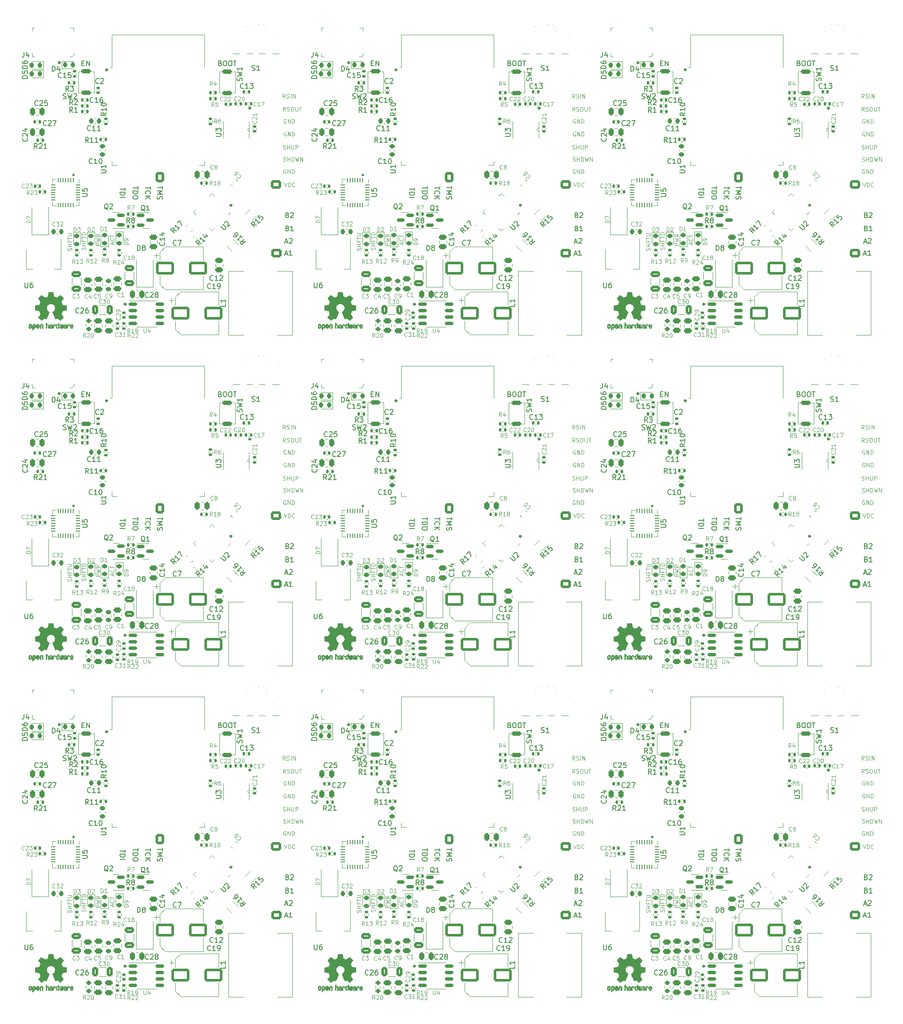
<source format=gbr>
%TF.GenerationSoftware,KiCad,Pcbnew,(6.0.7)*%
%TF.CreationDate,2023-01-19T16:19:46-06:00*%
%TF.ProjectId,SmartSpin2k_Panelized,536d6172-7453-4706-996e-326b5f50616e,2.35*%
%TF.SameCoordinates,Original*%
%TF.FileFunction,Legend,Top*%
%TF.FilePolarity,Positive*%
%FSLAX46Y46*%
G04 Gerber Fmt 4.6, Leading zero omitted, Abs format (unit mm)*
G04 Created by KiCad (PCBNEW (6.0.7)) date 2023-01-19 16:19:46*
%MOMM*%
%LPD*%
G01*
G04 APERTURE LIST*
G04 Aperture macros list*
%AMRoundRect*
0 Rectangle with rounded corners*
0 $1 Rounding radius*
0 $2 $3 $4 $5 $6 $7 $8 $9 X,Y pos of 4 corners*
0 Add a 4 corners polygon primitive as box body*
4,1,4,$2,$3,$4,$5,$6,$7,$8,$9,$2,$3,0*
0 Add four circle primitives for the rounded corners*
1,1,$1+$1,$2,$3*
1,1,$1+$1,$4,$5*
1,1,$1+$1,$6,$7*
1,1,$1+$1,$8,$9*
0 Add four rect primitives between the rounded corners*
20,1,$1+$1,$2,$3,$4,$5,0*
20,1,$1+$1,$4,$5,$6,$7,0*
20,1,$1+$1,$6,$7,$8,$9,0*
20,1,$1+$1,$8,$9,$2,$3,0*%
%AMRotRect*
0 Rectangle, with rotation*
0 The origin of the aperture is its center*
0 $1 length*
0 $2 width*
0 $3 Rotation angle, in degrees counterclockwise*
0 Add horizontal line*
21,1,$1,$2,0,0,$3*%
G04 Aperture macros list end*
%ADD10C,0.150000*%
%ADD11C,0.100000*%
%ADD12C,0.346007*%
%ADD13C,0.120000*%
%ADD14C,0.508000*%
%ADD15C,0.010000*%
%ADD16C,1.200000*%
%ADD17RoundRect,0.250000X0.725000X-0.600000X0.725000X0.600000X-0.725000X0.600000X-0.725000X-0.600000X0*%
%ADD18O,1.950000X1.700000*%
%ADD19RoundRect,0.250000X0.600000X0.725000X-0.600000X0.725000X-0.600000X-0.725000X0.600000X-0.725000X0*%
%ADD20O,1.700000X1.950000*%
%ADD21R,1.800000X2.500000*%
%ADD22RoundRect,0.135000X0.185000X-0.135000X0.185000X0.135000X-0.185000X0.135000X-0.185000X-0.135000X0*%
%ADD23RoundRect,0.150000X-0.587500X-0.150000X0.587500X-0.150000X0.587500X0.150000X-0.587500X0.150000X0*%
%ADD24RoundRect,0.250000X-1.500000X-1.000000X1.500000X-1.000000X1.500000X1.000000X-1.500000X1.000000X0*%
%ADD25RoundRect,0.250000X0.650000X-0.325000X0.650000X0.325000X-0.650000X0.325000X-0.650000X-0.325000X0*%
%ADD26RoundRect,0.140000X-0.140000X-0.170000X0.140000X-0.170000X0.140000X0.170000X-0.140000X0.170000X0*%
%ADD27RoundRect,0.250000X0.475000X-0.250000X0.475000X0.250000X-0.475000X0.250000X-0.475000X-0.250000X0*%
%ADD28RoundRect,0.062500X-0.062500X0.337500X-0.062500X-0.337500X0.062500X-0.337500X0.062500X0.337500X0*%
%ADD29RoundRect,0.062500X-0.337500X0.062500X-0.337500X-0.062500X0.337500X-0.062500X0.337500X0.062500X0*%
%ADD30R,3.350000X3.350000*%
%ADD31RoundRect,0.250000X0.325000X0.650000X-0.325000X0.650000X-0.325000X-0.650000X0.325000X-0.650000X0*%
%ADD32RoundRect,0.218750X-0.256250X0.218750X-0.256250X-0.218750X0.256250X-0.218750X0.256250X0.218750X0*%
%ADD33RoundRect,0.250000X-0.512652X-0.159099X-0.159099X-0.512652X0.512652X0.159099X0.159099X0.512652X0*%
%ADD34RoundRect,0.200000X0.275000X-0.200000X0.275000X0.200000X-0.275000X0.200000X-0.275000X-0.200000X0*%
%ADD35R,0.355600X1.676400*%
%ADD36RoundRect,0.250000X-0.250000X-0.475000X0.250000X-0.475000X0.250000X0.475000X-0.250000X0.475000X0*%
%ADD37RoundRect,0.200000X-0.800000X0.200000X-0.800000X-0.200000X0.800000X-0.200000X0.800000X0.200000X0*%
%ADD38RoundRect,0.135000X-0.135000X-0.185000X0.135000X-0.185000X0.135000X0.185000X-0.135000X0.185000X0*%
%ADD39RoundRect,0.225000X-0.250000X0.225000X-0.250000X-0.225000X0.250000X-0.225000X0.250000X0.225000X0*%
%ADD40RoundRect,0.135000X0.135000X0.185000X-0.135000X0.185000X-0.135000X-0.185000X0.135000X-0.185000X0*%
%ADD41RoundRect,0.225000X0.225000X0.250000X-0.225000X0.250000X-0.225000X-0.250000X0.225000X-0.250000X0*%
%ADD42RoundRect,0.150000X0.587500X0.150000X-0.587500X0.150000X-0.587500X-0.150000X0.587500X-0.150000X0*%
%ADD43RoundRect,0.135000X-0.185000X0.135000X-0.185000X-0.135000X0.185000X-0.135000X0.185000X0.135000X0*%
%ADD44RoundRect,0.250000X0.250000X0.475000X-0.250000X0.475000X-0.250000X-0.475000X0.250000X-0.475000X0*%
%ADD45RoundRect,0.218750X0.218750X0.256250X-0.218750X0.256250X-0.218750X-0.256250X0.218750X-0.256250X0*%
%ADD46R,1.500000X2.000000*%
%ADD47R,3.800000X2.000000*%
%ADD48RoundRect,0.135000X0.035355X-0.226274X0.226274X-0.035355X-0.035355X0.226274X-0.226274X0.035355X0*%
%ADD49RoundRect,0.250000X-0.132583X0.503814X-0.503814X0.132583X0.132583X-0.503814X0.503814X-0.132583X0*%
%ADD50RoundRect,0.200000X0.800000X-0.200000X0.800000X0.200000X-0.800000X0.200000X-0.800000X-0.200000X0*%
%ADD51RoundRect,0.218750X-0.218750X-0.256250X0.218750X-0.256250X0.218750X0.256250X-0.218750X0.256250X0*%
%ADD52C,0.900000*%
%ADD53R,1.250000X2.500000*%
%ADD54RoundRect,0.140000X0.140000X0.170000X-0.140000X0.170000X-0.140000X-0.170000X0.140000X-0.170000X0*%
%ADD55RoundRect,0.150000X-0.662500X-0.150000X0.662500X-0.150000X0.662500X0.150000X-0.662500X0.150000X0*%
%ADD56R,2.514000X3.200000*%
%ADD57R,2.000000X0.900000*%
%ADD58R,0.900000X2.000000*%
%ADD59R,5.000000X5.000000*%
%ADD60RoundRect,0.140000X0.170000X-0.140000X0.170000X0.140000X-0.170000X0.140000X-0.170000X-0.140000X0*%
%ADD61RoundRect,0.250000X-0.220971X0.662913X-0.662913X0.220971X0.220971X-0.662913X0.662913X-0.220971X0*%
%ADD62RoundRect,0.062500X0.185616X0.274004X-0.274004X-0.185616X-0.185616X-0.274004X0.274004X0.185616X0*%
%ADD63RoundRect,0.062500X-0.185616X0.274004X-0.274004X0.185616X0.185616X-0.274004X0.274004X-0.185616X0*%
%ADD64RotRect,3.750000X3.750000X225.000000*%
%ADD65RoundRect,0.250000X0.662913X0.220971X0.220971X0.662913X-0.662913X-0.220971X-0.220971X-0.662913X0*%
%ADD66RoundRect,0.218750X0.256250X-0.218750X0.256250X0.218750X-0.256250X0.218750X-0.256250X-0.218750X0*%
%ADD67RoundRect,0.225000X0.250000X-0.225000X0.250000X0.225000X-0.250000X0.225000X-0.250000X-0.225000X0*%
%ADD68C,2.000000*%
%ADD69R,5.400000X2.900000*%
%ADD70R,0.400000X1.350000*%
%ADD71O,1.000000X1.550000*%
%ADD72O,1.250000X0.950000*%
%ADD73RoundRect,0.140000X-0.170000X0.140000X-0.170000X-0.140000X0.170000X-0.140000X0.170000X0.140000X0*%
%ADD74C,1.152000*%
G04 APERTURE END LIST*
D10*
X88100219Y-39621190D02*
X88100219Y-40192619D01*
X87100219Y-39906904D02*
X88100219Y-39906904D01*
X87100219Y-40525952D02*
X88100219Y-40525952D01*
X88100219Y-40764047D01*
X88052600Y-40906904D01*
X87957361Y-41002142D01*
X87862123Y-41049761D01*
X87671647Y-41097380D01*
X87528790Y-41097380D01*
X87338314Y-41049761D01*
X87243076Y-41002142D01*
X87147838Y-40906904D01*
X87100219Y-40764047D01*
X87100219Y-40525952D01*
X87100219Y-41525952D02*
X88100219Y-41525952D01*
X30937619Y-104946190D02*
X30937619Y-105517619D01*
X29937619Y-105231904D02*
X30937619Y-105231904D01*
X29937619Y-105850952D02*
X30937619Y-105850952D01*
X30937619Y-106089047D01*
X30890000Y-106231904D01*
X30794761Y-106327142D01*
X30699523Y-106374761D01*
X30509047Y-106422380D01*
X30366190Y-106422380D01*
X30175714Y-106374761D01*
X30080476Y-106327142D01*
X29985238Y-106231904D01*
X29937619Y-106089047D01*
X29937619Y-105850952D01*
X29937619Y-106850952D02*
X30937619Y-106850952D01*
X30937619Y-39621190D02*
X30937619Y-40192619D01*
X29937619Y-39906904D02*
X30937619Y-39906904D01*
X29937619Y-40525952D02*
X30937619Y-40525952D01*
X30937619Y-40764047D01*
X30890000Y-40906904D01*
X30794761Y-41002142D01*
X30699523Y-41049761D01*
X30509047Y-41097380D01*
X30366190Y-41097380D01*
X30175714Y-41049761D01*
X30080476Y-41002142D01*
X29985238Y-40906904D01*
X29937619Y-40764047D01*
X29937619Y-40525952D01*
X29937619Y-41525952D02*
X30937619Y-41525952D01*
X145262819Y-170271190D02*
X145262819Y-170842619D01*
X144262819Y-170556904D02*
X145262819Y-170556904D01*
X144262819Y-171175952D02*
X145262819Y-171175952D01*
X145262819Y-171414047D01*
X145215200Y-171556904D01*
X145119961Y-171652142D01*
X145024723Y-171699761D01*
X144834247Y-171747380D01*
X144691390Y-171747380D01*
X144500914Y-171699761D01*
X144405676Y-171652142D01*
X144310438Y-171556904D01*
X144262819Y-171414047D01*
X144262819Y-171175952D01*
X144262819Y-172175952D02*
X145262819Y-172175952D01*
X30937619Y-170271190D02*
X30937619Y-170842619D01*
X29937619Y-170556904D02*
X30937619Y-170556904D01*
X29937619Y-171175952D02*
X30937619Y-171175952D01*
X30937619Y-171414047D01*
X30890000Y-171556904D01*
X30794761Y-171652142D01*
X30699523Y-171699761D01*
X30509047Y-171747380D01*
X30366190Y-171747380D01*
X30175714Y-171699761D01*
X30080476Y-171652142D01*
X29985238Y-171556904D01*
X29937619Y-171414047D01*
X29937619Y-171175952D01*
X29937619Y-172175952D02*
X30937619Y-172175952D01*
X145262819Y-39621190D02*
X145262819Y-40192619D01*
X144262819Y-39906904D02*
X145262819Y-39906904D01*
X144262819Y-40525952D02*
X145262819Y-40525952D01*
X145262819Y-40764047D01*
X145215200Y-40906904D01*
X145119961Y-41002142D01*
X145024723Y-41049761D01*
X144834247Y-41097380D01*
X144691390Y-41097380D01*
X144500914Y-41049761D01*
X144405676Y-41002142D01*
X144310438Y-40906904D01*
X144262819Y-40764047D01*
X144262819Y-40525952D01*
X144262819Y-41525952D02*
X145262819Y-41525952D01*
X145262819Y-104946190D02*
X145262819Y-105517619D01*
X144262819Y-105231904D02*
X145262819Y-105231904D01*
X144262819Y-105850952D02*
X145262819Y-105850952D01*
X145262819Y-106089047D01*
X145215200Y-106231904D01*
X145119961Y-106327142D01*
X145024723Y-106374761D01*
X144834247Y-106422380D01*
X144691390Y-106422380D01*
X144500914Y-106374761D01*
X144405676Y-106327142D01*
X144310438Y-106231904D01*
X144262819Y-106089047D01*
X144262819Y-105850952D01*
X144262819Y-106850952D02*
X145262819Y-106850952D01*
X88100219Y-170271190D02*
X88100219Y-170842619D01*
X87100219Y-170556904D02*
X88100219Y-170556904D01*
X87100219Y-171175952D02*
X88100219Y-171175952D01*
X88100219Y-171414047D01*
X88052600Y-171556904D01*
X87957361Y-171652142D01*
X87862123Y-171699761D01*
X87671647Y-171747380D01*
X87528790Y-171747380D01*
X87338314Y-171699761D01*
X87243076Y-171652142D01*
X87147838Y-171556904D01*
X87100219Y-171414047D01*
X87100219Y-171175952D01*
X87100219Y-172175952D02*
X88100219Y-172175952D01*
X88100219Y-104946190D02*
X88100219Y-105517619D01*
X87100219Y-105231904D02*
X88100219Y-105231904D01*
X87100219Y-105850952D02*
X88100219Y-105850952D01*
X88100219Y-106089047D01*
X88052600Y-106231904D01*
X87957361Y-106327142D01*
X87862123Y-106374761D01*
X87671647Y-106422380D01*
X87528790Y-106422380D01*
X87338314Y-106374761D01*
X87243076Y-106327142D01*
X87147838Y-106231904D01*
X87100219Y-106089047D01*
X87100219Y-105850952D01*
X87100219Y-106850952D02*
X88100219Y-106850952D01*
D11*
X177021676Y-156763000D02*
X176945485Y-156724904D01*
X176831200Y-156724904D01*
X176716914Y-156763000D01*
X176640723Y-156839190D01*
X176602628Y-156915380D01*
X176564533Y-157067761D01*
X176564533Y-157182047D01*
X176602628Y-157334428D01*
X176640723Y-157410619D01*
X176716914Y-157486809D01*
X176831200Y-157524904D01*
X176907390Y-157524904D01*
X177021676Y-157486809D01*
X177059771Y-157448714D01*
X177059771Y-157182047D01*
X176907390Y-157182047D01*
X177402628Y-157524904D02*
X177402628Y-156724904D01*
X177859771Y-157524904D01*
X177859771Y-156724904D01*
X178240723Y-157524904D02*
X178240723Y-156724904D01*
X178431200Y-156724904D01*
X178545485Y-156763000D01*
X178621676Y-156839190D01*
X178659771Y-156915380D01*
X178697866Y-157067761D01*
X178697866Y-157182047D01*
X178659771Y-157334428D01*
X178621676Y-157410619D01*
X178545485Y-157486809D01*
X178431200Y-157524904D01*
X178240723Y-157524904D01*
X119859076Y-156763000D02*
X119782885Y-156724904D01*
X119668600Y-156724904D01*
X119554314Y-156763000D01*
X119478123Y-156839190D01*
X119440028Y-156915380D01*
X119401933Y-157067761D01*
X119401933Y-157182047D01*
X119440028Y-157334428D01*
X119478123Y-157410619D01*
X119554314Y-157486809D01*
X119668600Y-157524904D01*
X119744790Y-157524904D01*
X119859076Y-157486809D01*
X119897171Y-157448714D01*
X119897171Y-157182047D01*
X119744790Y-157182047D01*
X120240028Y-157524904D02*
X120240028Y-156724904D01*
X120697171Y-157524904D01*
X120697171Y-156724904D01*
X121078123Y-157524904D02*
X121078123Y-156724904D01*
X121268600Y-156724904D01*
X121382885Y-156763000D01*
X121459076Y-156839190D01*
X121497171Y-156915380D01*
X121535266Y-157067761D01*
X121535266Y-157182047D01*
X121497171Y-157334428D01*
X121459076Y-157410619D01*
X121382885Y-157486809D01*
X121268600Y-157524904D01*
X121078123Y-157524904D01*
X177021676Y-91438000D02*
X176945485Y-91399904D01*
X176831200Y-91399904D01*
X176716914Y-91438000D01*
X176640723Y-91514190D01*
X176602628Y-91590380D01*
X176564533Y-91742761D01*
X176564533Y-91857047D01*
X176602628Y-92009428D01*
X176640723Y-92085619D01*
X176716914Y-92161809D01*
X176831200Y-92199904D01*
X176907390Y-92199904D01*
X177021676Y-92161809D01*
X177059771Y-92123714D01*
X177059771Y-91857047D01*
X176907390Y-91857047D01*
X177402628Y-92199904D02*
X177402628Y-91399904D01*
X177859771Y-92199904D01*
X177859771Y-91399904D01*
X178240723Y-92199904D02*
X178240723Y-91399904D01*
X178431200Y-91399904D01*
X178545485Y-91438000D01*
X178621676Y-91514190D01*
X178659771Y-91590380D01*
X178697866Y-91742761D01*
X178697866Y-91857047D01*
X178659771Y-92009428D01*
X178621676Y-92085619D01*
X178545485Y-92161809D01*
X178431200Y-92199904D01*
X178240723Y-92199904D01*
X62696476Y-26113000D02*
X62620285Y-26074904D01*
X62506000Y-26074904D01*
X62391714Y-26113000D01*
X62315523Y-26189190D01*
X62277428Y-26265380D01*
X62239333Y-26417761D01*
X62239333Y-26532047D01*
X62277428Y-26684428D01*
X62315523Y-26760619D01*
X62391714Y-26836809D01*
X62506000Y-26874904D01*
X62582190Y-26874904D01*
X62696476Y-26836809D01*
X62734571Y-26798714D01*
X62734571Y-26532047D01*
X62582190Y-26532047D01*
X63077428Y-26874904D02*
X63077428Y-26074904D01*
X63534571Y-26874904D01*
X63534571Y-26074904D01*
X63915523Y-26874904D02*
X63915523Y-26074904D01*
X64106000Y-26074904D01*
X64220285Y-26113000D01*
X64296476Y-26189190D01*
X64334571Y-26265380D01*
X64372666Y-26417761D01*
X64372666Y-26532047D01*
X64334571Y-26684428D01*
X64296476Y-26760619D01*
X64220285Y-26836809D01*
X64106000Y-26874904D01*
X63915523Y-26874904D01*
X119859076Y-91438000D02*
X119782885Y-91399904D01*
X119668600Y-91399904D01*
X119554314Y-91438000D01*
X119478123Y-91514190D01*
X119440028Y-91590380D01*
X119401933Y-91742761D01*
X119401933Y-91857047D01*
X119440028Y-92009428D01*
X119478123Y-92085619D01*
X119554314Y-92161809D01*
X119668600Y-92199904D01*
X119744790Y-92199904D01*
X119859076Y-92161809D01*
X119897171Y-92123714D01*
X119897171Y-91857047D01*
X119744790Y-91857047D01*
X120240028Y-92199904D02*
X120240028Y-91399904D01*
X120697171Y-92199904D01*
X120697171Y-91399904D01*
X121078123Y-92199904D02*
X121078123Y-91399904D01*
X121268600Y-91399904D01*
X121382885Y-91438000D01*
X121459076Y-91514190D01*
X121497171Y-91590380D01*
X121535266Y-91742761D01*
X121535266Y-91857047D01*
X121497171Y-92009428D01*
X121459076Y-92085619D01*
X121382885Y-92161809D01*
X121268600Y-92199904D01*
X121078123Y-92199904D01*
X119859076Y-26113000D02*
X119782885Y-26074904D01*
X119668600Y-26074904D01*
X119554314Y-26113000D01*
X119478123Y-26189190D01*
X119440028Y-26265380D01*
X119401933Y-26417761D01*
X119401933Y-26532047D01*
X119440028Y-26684428D01*
X119478123Y-26760619D01*
X119554314Y-26836809D01*
X119668600Y-26874904D01*
X119744790Y-26874904D01*
X119859076Y-26836809D01*
X119897171Y-26798714D01*
X119897171Y-26532047D01*
X119744790Y-26532047D01*
X120240028Y-26874904D02*
X120240028Y-26074904D01*
X120697171Y-26874904D01*
X120697171Y-26074904D01*
X121078123Y-26874904D02*
X121078123Y-26074904D01*
X121268600Y-26074904D01*
X121382885Y-26113000D01*
X121459076Y-26189190D01*
X121497171Y-26265380D01*
X121535266Y-26417761D01*
X121535266Y-26532047D01*
X121497171Y-26684428D01*
X121459076Y-26760619D01*
X121382885Y-26836809D01*
X121268600Y-26874904D01*
X121078123Y-26874904D01*
X62696476Y-91438000D02*
X62620285Y-91399904D01*
X62506000Y-91399904D01*
X62391714Y-91438000D01*
X62315523Y-91514190D01*
X62277428Y-91590380D01*
X62239333Y-91742761D01*
X62239333Y-91857047D01*
X62277428Y-92009428D01*
X62315523Y-92085619D01*
X62391714Y-92161809D01*
X62506000Y-92199904D01*
X62582190Y-92199904D01*
X62696476Y-92161809D01*
X62734571Y-92123714D01*
X62734571Y-91857047D01*
X62582190Y-91857047D01*
X63077428Y-92199904D02*
X63077428Y-91399904D01*
X63534571Y-92199904D01*
X63534571Y-91399904D01*
X63915523Y-92199904D02*
X63915523Y-91399904D01*
X64106000Y-91399904D01*
X64220285Y-91438000D01*
X64296476Y-91514190D01*
X64334571Y-91590380D01*
X64372666Y-91742761D01*
X64372666Y-91857047D01*
X64334571Y-92009428D01*
X64296476Y-92085619D01*
X64220285Y-92161809D01*
X64106000Y-92199904D01*
X63915523Y-92199904D01*
X62696476Y-156763000D02*
X62620285Y-156724904D01*
X62506000Y-156724904D01*
X62391714Y-156763000D01*
X62315523Y-156839190D01*
X62277428Y-156915380D01*
X62239333Y-157067761D01*
X62239333Y-157182047D01*
X62277428Y-157334428D01*
X62315523Y-157410619D01*
X62391714Y-157486809D01*
X62506000Y-157524904D01*
X62582190Y-157524904D01*
X62696476Y-157486809D01*
X62734571Y-157448714D01*
X62734571Y-157182047D01*
X62582190Y-157182047D01*
X63077428Y-157524904D02*
X63077428Y-156724904D01*
X63534571Y-157524904D01*
X63534571Y-156724904D01*
X63915523Y-157524904D02*
X63915523Y-156724904D01*
X64106000Y-156724904D01*
X64220285Y-156763000D01*
X64296476Y-156839190D01*
X64334571Y-156915380D01*
X64372666Y-157067761D01*
X64372666Y-157182047D01*
X64334571Y-157334428D01*
X64296476Y-157410619D01*
X64220285Y-157486809D01*
X64106000Y-157524904D01*
X63915523Y-157524904D01*
X177021676Y-26113000D02*
X176945485Y-26074904D01*
X176831200Y-26074904D01*
X176716914Y-26113000D01*
X176640723Y-26189190D01*
X176602628Y-26265380D01*
X176564533Y-26417761D01*
X176564533Y-26532047D01*
X176602628Y-26684428D01*
X176640723Y-26760619D01*
X176716914Y-26836809D01*
X176831200Y-26874904D01*
X176907390Y-26874904D01*
X177021676Y-26836809D01*
X177059771Y-26798714D01*
X177059771Y-26532047D01*
X176907390Y-26532047D01*
X177402628Y-26874904D02*
X177402628Y-26074904D01*
X177859771Y-26874904D01*
X177859771Y-26074904D01*
X178240723Y-26874904D02*
X178240723Y-26074904D01*
X178431200Y-26074904D01*
X178545485Y-26113000D01*
X178621676Y-26189190D01*
X178659771Y-26265380D01*
X178697866Y-26417761D01*
X178697866Y-26532047D01*
X178659771Y-26684428D01*
X178621676Y-26760619D01*
X178545485Y-26836809D01*
X178431200Y-26874904D01*
X178240723Y-26874904D01*
D10*
X120155038Y-178285971D02*
X120297895Y-178333590D01*
X120345514Y-178381209D01*
X120393133Y-178476447D01*
X120393133Y-178619304D01*
X120345514Y-178714542D01*
X120297895Y-178762161D01*
X120202657Y-178809780D01*
X119821704Y-178809780D01*
X119821704Y-177809780D01*
X120155038Y-177809780D01*
X120250276Y-177857400D01*
X120297895Y-177905019D01*
X120345514Y-178000257D01*
X120345514Y-178095495D01*
X120297895Y-178190733D01*
X120250276Y-178238352D01*
X120155038Y-178285971D01*
X119821704Y-178285971D01*
X121345514Y-178809780D02*
X120774085Y-178809780D01*
X121059800Y-178809780D02*
X121059800Y-177809780D01*
X120964561Y-177952638D01*
X120869323Y-178047876D01*
X120774085Y-178095495D01*
X62992438Y-178285971D02*
X63135295Y-178333590D01*
X63182914Y-178381209D01*
X63230533Y-178476447D01*
X63230533Y-178619304D01*
X63182914Y-178714542D01*
X63135295Y-178762161D01*
X63040057Y-178809780D01*
X62659104Y-178809780D01*
X62659104Y-177809780D01*
X62992438Y-177809780D01*
X63087676Y-177857400D01*
X63135295Y-177905019D01*
X63182914Y-178000257D01*
X63182914Y-178095495D01*
X63135295Y-178190733D01*
X63087676Y-178238352D01*
X62992438Y-178285971D01*
X62659104Y-178285971D01*
X64182914Y-178809780D02*
X63611485Y-178809780D01*
X63897200Y-178809780D02*
X63897200Y-177809780D01*
X63801961Y-177952638D01*
X63706723Y-178047876D01*
X63611485Y-178095495D01*
X177317638Y-112960971D02*
X177460495Y-113008590D01*
X177508114Y-113056209D01*
X177555733Y-113151447D01*
X177555733Y-113294304D01*
X177508114Y-113389542D01*
X177460495Y-113437161D01*
X177365257Y-113484780D01*
X176984304Y-113484780D01*
X176984304Y-112484780D01*
X177317638Y-112484780D01*
X177412876Y-112532400D01*
X177460495Y-112580019D01*
X177508114Y-112675257D01*
X177508114Y-112770495D01*
X177460495Y-112865733D01*
X177412876Y-112913352D01*
X177317638Y-112960971D01*
X176984304Y-112960971D01*
X178508114Y-113484780D02*
X177936685Y-113484780D01*
X178222400Y-113484780D02*
X178222400Y-112484780D01*
X178127161Y-112627638D01*
X178031923Y-112722876D01*
X177936685Y-112770495D01*
X177317638Y-47635971D02*
X177460495Y-47683590D01*
X177508114Y-47731209D01*
X177555733Y-47826447D01*
X177555733Y-47969304D01*
X177508114Y-48064542D01*
X177460495Y-48112161D01*
X177365257Y-48159780D01*
X176984304Y-48159780D01*
X176984304Y-47159780D01*
X177317638Y-47159780D01*
X177412876Y-47207400D01*
X177460495Y-47255019D01*
X177508114Y-47350257D01*
X177508114Y-47445495D01*
X177460495Y-47540733D01*
X177412876Y-47588352D01*
X177317638Y-47635971D01*
X176984304Y-47635971D01*
X178508114Y-48159780D02*
X177936685Y-48159780D01*
X178222400Y-48159780D02*
X178222400Y-47159780D01*
X178127161Y-47302638D01*
X178031923Y-47397876D01*
X177936685Y-47445495D01*
X62992438Y-47635971D02*
X63135295Y-47683590D01*
X63182914Y-47731209D01*
X63230533Y-47826447D01*
X63230533Y-47969304D01*
X63182914Y-48064542D01*
X63135295Y-48112161D01*
X63040057Y-48159780D01*
X62659104Y-48159780D01*
X62659104Y-47159780D01*
X62992438Y-47159780D01*
X63087676Y-47207400D01*
X63135295Y-47255019D01*
X63182914Y-47350257D01*
X63182914Y-47445495D01*
X63135295Y-47540733D01*
X63087676Y-47588352D01*
X62992438Y-47635971D01*
X62659104Y-47635971D01*
X64182914Y-48159780D02*
X63611485Y-48159780D01*
X63897200Y-48159780D02*
X63897200Y-47159780D01*
X63801961Y-47302638D01*
X63706723Y-47397876D01*
X63611485Y-47445495D01*
X177317638Y-178285971D02*
X177460495Y-178333590D01*
X177508114Y-178381209D01*
X177555733Y-178476447D01*
X177555733Y-178619304D01*
X177508114Y-178714542D01*
X177460495Y-178762161D01*
X177365257Y-178809780D01*
X176984304Y-178809780D01*
X176984304Y-177809780D01*
X177317638Y-177809780D01*
X177412876Y-177857400D01*
X177460495Y-177905019D01*
X177508114Y-178000257D01*
X177508114Y-178095495D01*
X177460495Y-178190733D01*
X177412876Y-178238352D01*
X177317638Y-178285971D01*
X176984304Y-178285971D01*
X178508114Y-178809780D02*
X177936685Y-178809780D01*
X178222400Y-178809780D02*
X178222400Y-177809780D01*
X178127161Y-177952638D01*
X178031923Y-178047876D01*
X177936685Y-178095495D01*
X120155038Y-47635971D02*
X120297895Y-47683590D01*
X120345514Y-47731209D01*
X120393133Y-47826447D01*
X120393133Y-47969304D01*
X120345514Y-48064542D01*
X120297895Y-48112161D01*
X120202657Y-48159780D01*
X119821704Y-48159780D01*
X119821704Y-47159780D01*
X120155038Y-47159780D01*
X120250276Y-47207400D01*
X120297895Y-47255019D01*
X120345514Y-47350257D01*
X120345514Y-47445495D01*
X120297895Y-47540733D01*
X120250276Y-47588352D01*
X120155038Y-47635971D01*
X119821704Y-47635971D01*
X121345514Y-48159780D02*
X120774085Y-48159780D01*
X121059800Y-48159780D02*
X121059800Y-47159780D01*
X120964561Y-47302638D01*
X120869323Y-47397876D01*
X120774085Y-47445495D01*
X120155038Y-112960971D02*
X120297895Y-113008590D01*
X120345514Y-113056209D01*
X120393133Y-113151447D01*
X120393133Y-113294304D01*
X120345514Y-113389542D01*
X120297895Y-113437161D01*
X120202657Y-113484780D01*
X119821704Y-113484780D01*
X119821704Y-112484780D01*
X120155038Y-112484780D01*
X120250276Y-112532400D01*
X120297895Y-112580019D01*
X120345514Y-112675257D01*
X120345514Y-112770495D01*
X120297895Y-112865733D01*
X120250276Y-112913352D01*
X120155038Y-112960971D01*
X119821704Y-112960971D01*
X121345514Y-113484780D02*
X120774085Y-113484780D01*
X121059800Y-113484780D02*
X121059800Y-112484780D01*
X120964561Y-112627638D01*
X120869323Y-112722876D01*
X120774085Y-112770495D01*
X62992438Y-112960971D02*
X63135295Y-113008590D01*
X63182914Y-113056209D01*
X63230533Y-113151447D01*
X63230533Y-113294304D01*
X63182914Y-113389542D01*
X63135295Y-113437161D01*
X63040057Y-113484780D01*
X62659104Y-113484780D01*
X62659104Y-112484780D01*
X62992438Y-112484780D01*
X63087676Y-112532400D01*
X63135295Y-112580019D01*
X63182914Y-112675257D01*
X63182914Y-112770495D01*
X63135295Y-112865733D01*
X63087676Y-112913352D01*
X62992438Y-112960971D01*
X62659104Y-112960971D01*
X64182914Y-113484780D02*
X63611485Y-113484780D01*
X63897200Y-113484780D02*
X63897200Y-112484780D01*
X63801961Y-112627638D01*
X63706723Y-112722876D01*
X63611485Y-112770495D01*
D11*
X177051676Y-93958000D02*
X176975485Y-93919904D01*
X176861200Y-93919904D01*
X176746914Y-93958000D01*
X176670723Y-94034190D01*
X176632628Y-94110380D01*
X176594533Y-94262761D01*
X176594533Y-94377047D01*
X176632628Y-94529428D01*
X176670723Y-94605619D01*
X176746914Y-94681809D01*
X176861200Y-94719904D01*
X176937390Y-94719904D01*
X177051676Y-94681809D01*
X177089771Y-94643714D01*
X177089771Y-94377047D01*
X176937390Y-94377047D01*
X177432628Y-94719904D02*
X177432628Y-93919904D01*
X177889771Y-94719904D01*
X177889771Y-93919904D01*
X178270723Y-94719904D02*
X178270723Y-93919904D01*
X178461200Y-93919904D01*
X178575485Y-93958000D01*
X178651676Y-94034190D01*
X178689771Y-94110380D01*
X178727866Y-94262761D01*
X178727866Y-94377047D01*
X178689771Y-94529428D01*
X178651676Y-94605619D01*
X178575485Y-94681809D01*
X178461200Y-94719904D01*
X178270723Y-94719904D01*
X119889076Y-28633000D02*
X119812885Y-28594904D01*
X119698600Y-28594904D01*
X119584314Y-28633000D01*
X119508123Y-28709190D01*
X119470028Y-28785380D01*
X119431933Y-28937761D01*
X119431933Y-29052047D01*
X119470028Y-29204428D01*
X119508123Y-29280619D01*
X119584314Y-29356809D01*
X119698600Y-29394904D01*
X119774790Y-29394904D01*
X119889076Y-29356809D01*
X119927171Y-29318714D01*
X119927171Y-29052047D01*
X119774790Y-29052047D01*
X120270028Y-29394904D02*
X120270028Y-28594904D01*
X120727171Y-29394904D01*
X120727171Y-28594904D01*
X121108123Y-29394904D02*
X121108123Y-28594904D01*
X121298600Y-28594904D01*
X121412885Y-28633000D01*
X121489076Y-28709190D01*
X121527171Y-28785380D01*
X121565266Y-28937761D01*
X121565266Y-29052047D01*
X121527171Y-29204428D01*
X121489076Y-29280619D01*
X121412885Y-29356809D01*
X121298600Y-29394904D01*
X121108123Y-29394904D01*
X62726476Y-159283000D02*
X62650285Y-159244904D01*
X62536000Y-159244904D01*
X62421714Y-159283000D01*
X62345523Y-159359190D01*
X62307428Y-159435380D01*
X62269333Y-159587761D01*
X62269333Y-159702047D01*
X62307428Y-159854428D01*
X62345523Y-159930619D01*
X62421714Y-160006809D01*
X62536000Y-160044904D01*
X62612190Y-160044904D01*
X62726476Y-160006809D01*
X62764571Y-159968714D01*
X62764571Y-159702047D01*
X62612190Y-159702047D01*
X63107428Y-160044904D02*
X63107428Y-159244904D01*
X63564571Y-160044904D01*
X63564571Y-159244904D01*
X63945523Y-160044904D02*
X63945523Y-159244904D01*
X64136000Y-159244904D01*
X64250285Y-159283000D01*
X64326476Y-159359190D01*
X64364571Y-159435380D01*
X64402666Y-159587761D01*
X64402666Y-159702047D01*
X64364571Y-159854428D01*
X64326476Y-159930619D01*
X64250285Y-160006809D01*
X64136000Y-160044904D01*
X63945523Y-160044904D01*
X119889076Y-159283000D02*
X119812885Y-159244904D01*
X119698600Y-159244904D01*
X119584314Y-159283000D01*
X119508123Y-159359190D01*
X119470028Y-159435380D01*
X119431933Y-159587761D01*
X119431933Y-159702047D01*
X119470028Y-159854428D01*
X119508123Y-159930619D01*
X119584314Y-160006809D01*
X119698600Y-160044904D01*
X119774790Y-160044904D01*
X119889076Y-160006809D01*
X119927171Y-159968714D01*
X119927171Y-159702047D01*
X119774790Y-159702047D01*
X120270028Y-160044904D02*
X120270028Y-159244904D01*
X120727171Y-160044904D01*
X120727171Y-159244904D01*
X121108123Y-160044904D02*
X121108123Y-159244904D01*
X121298600Y-159244904D01*
X121412885Y-159283000D01*
X121489076Y-159359190D01*
X121527171Y-159435380D01*
X121565266Y-159587761D01*
X121565266Y-159702047D01*
X121527171Y-159854428D01*
X121489076Y-159930619D01*
X121412885Y-160006809D01*
X121298600Y-160044904D01*
X121108123Y-160044904D01*
X62726476Y-93958000D02*
X62650285Y-93919904D01*
X62536000Y-93919904D01*
X62421714Y-93958000D01*
X62345523Y-94034190D01*
X62307428Y-94110380D01*
X62269333Y-94262761D01*
X62269333Y-94377047D01*
X62307428Y-94529428D01*
X62345523Y-94605619D01*
X62421714Y-94681809D01*
X62536000Y-94719904D01*
X62612190Y-94719904D01*
X62726476Y-94681809D01*
X62764571Y-94643714D01*
X62764571Y-94377047D01*
X62612190Y-94377047D01*
X63107428Y-94719904D02*
X63107428Y-93919904D01*
X63564571Y-94719904D01*
X63564571Y-93919904D01*
X63945523Y-94719904D02*
X63945523Y-93919904D01*
X64136000Y-93919904D01*
X64250285Y-93958000D01*
X64326476Y-94034190D01*
X64364571Y-94110380D01*
X64402666Y-94262761D01*
X64402666Y-94377047D01*
X64364571Y-94529428D01*
X64326476Y-94605619D01*
X64250285Y-94681809D01*
X64136000Y-94719904D01*
X63945523Y-94719904D01*
X177051676Y-159283000D02*
X176975485Y-159244904D01*
X176861200Y-159244904D01*
X176746914Y-159283000D01*
X176670723Y-159359190D01*
X176632628Y-159435380D01*
X176594533Y-159587761D01*
X176594533Y-159702047D01*
X176632628Y-159854428D01*
X176670723Y-159930619D01*
X176746914Y-160006809D01*
X176861200Y-160044904D01*
X176937390Y-160044904D01*
X177051676Y-160006809D01*
X177089771Y-159968714D01*
X177089771Y-159702047D01*
X176937390Y-159702047D01*
X177432628Y-160044904D02*
X177432628Y-159244904D01*
X177889771Y-160044904D01*
X177889771Y-159244904D01*
X178270723Y-160044904D02*
X178270723Y-159244904D01*
X178461200Y-159244904D01*
X178575485Y-159283000D01*
X178651676Y-159359190D01*
X178689771Y-159435380D01*
X178727866Y-159587761D01*
X178727866Y-159702047D01*
X178689771Y-159854428D01*
X178651676Y-159930619D01*
X178575485Y-160006809D01*
X178461200Y-160044904D01*
X178270723Y-160044904D01*
X119889076Y-93958000D02*
X119812885Y-93919904D01*
X119698600Y-93919904D01*
X119584314Y-93958000D01*
X119508123Y-94034190D01*
X119470028Y-94110380D01*
X119431933Y-94262761D01*
X119431933Y-94377047D01*
X119470028Y-94529428D01*
X119508123Y-94605619D01*
X119584314Y-94681809D01*
X119698600Y-94719904D01*
X119774790Y-94719904D01*
X119889076Y-94681809D01*
X119927171Y-94643714D01*
X119927171Y-94377047D01*
X119774790Y-94377047D01*
X120270028Y-94719904D02*
X120270028Y-93919904D01*
X120727171Y-94719904D01*
X120727171Y-93919904D01*
X121108123Y-94719904D02*
X121108123Y-93919904D01*
X121298600Y-93919904D01*
X121412885Y-93958000D01*
X121489076Y-94034190D01*
X121527171Y-94110380D01*
X121565266Y-94262761D01*
X121565266Y-94377047D01*
X121527171Y-94529428D01*
X121489076Y-94605619D01*
X121412885Y-94681809D01*
X121298600Y-94719904D01*
X121108123Y-94719904D01*
X62726476Y-28633000D02*
X62650285Y-28594904D01*
X62536000Y-28594904D01*
X62421714Y-28633000D01*
X62345523Y-28709190D01*
X62307428Y-28785380D01*
X62269333Y-28937761D01*
X62269333Y-29052047D01*
X62307428Y-29204428D01*
X62345523Y-29280619D01*
X62421714Y-29356809D01*
X62536000Y-29394904D01*
X62612190Y-29394904D01*
X62726476Y-29356809D01*
X62764571Y-29318714D01*
X62764571Y-29052047D01*
X62612190Y-29052047D01*
X63107428Y-29394904D02*
X63107428Y-28594904D01*
X63564571Y-29394904D01*
X63564571Y-28594904D01*
X63945523Y-29394904D02*
X63945523Y-28594904D01*
X64136000Y-28594904D01*
X64250285Y-28633000D01*
X64326476Y-28709190D01*
X64364571Y-28785380D01*
X64402666Y-28937761D01*
X64402666Y-29052047D01*
X64364571Y-29204428D01*
X64326476Y-29280619D01*
X64250285Y-29356809D01*
X64136000Y-29394904D01*
X63945523Y-29394904D01*
X177051676Y-28633000D02*
X176975485Y-28594904D01*
X176861200Y-28594904D01*
X176746914Y-28633000D01*
X176670723Y-28709190D01*
X176632628Y-28785380D01*
X176594533Y-28937761D01*
X176594533Y-29052047D01*
X176632628Y-29204428D01*
X176670723Y-29280619D01*
X176746914Y-29356809D01*
X176861200Y-29394904D01*
X176937390Y-29394904D01*
X177051676Y-29356809D01*
X177089771Y-29318714D01*
X177089771Y-29052047D01*
X176937390Y-29052047D01*
X177432628Y-29394904D02*
X177432628Y-28594904D01*
X177889771Y-29394904D01*
X177889771Y-28594904D01*
X178270723Y-29394904D02*
X178270723Y-28594904D01*
X178461200Y-28594904D01*
X178575485Y-28633000D01*
X178651676Y-28709190D01*
X178689771Y-28785380D01*
X178727866Y-28937761D01*
X178727866Y-29052047D01*
X178689771Y-29204428D01*
X178651676Y-29280619D01*
X178575485Y-29356809D01*
X178461200Y-29394904D01*
X178270723Y-29394904D01*
D10*
X176890914Y-180971666D02*
X177367104Y-180971666D01*
X176795676Y-181257380D02*
X177129009Y-180257380D01*
X177462342Y-181257380D01*
X177748057Y-180352619D02*
X177795676Y-180305000D01*
X177890914Y-180257380D01*
X178129009Y-180257380D01*
X178224247Y-180305000D01*
X178271866Y-180352619D01*
X178319485Y-180447857D01*
X178319485Y-180543095D01*
X178271866Y-180685952D01*
X177700438Y-181257380D01*
X178319485Y-181257380D01*
X176890914Y-50321666D02*
X177367104Y-50321666D01*
X176795676Y-50607380D02*
X177129009Y-49607380D01*
X177462342Y-50607380D01*
X177748057Y-49702619D02*
X177795676Y-49655000D01*
X177890914Y-49607380D01*
X178129009Y-49607380D01*
X178224247Y-49655000D01*
X178271866Y-49702619D01*
X178319485Y-49797857D01*
X178319485Y-49893095D01*
X178271866Y-50035952D01*
X177700438Y-50607380D01*
X178319485Y-50607380D01*
X62565714Y-50321666D02*
X63041904Y-50321666D01*
X62470476Y-50607380D02*
X62803809Y-49607380D01*
X63137142Y-50607380D01*
X63422857Y-49702619D02*
X63470476Y-49655000D01*
X63565714Y-49607380D01*
X63803809Y-49607380D01*
X63899047Y-49655000D01*
X63946666Y-49702619D01*
X63994285Y-49797857D01*
X63994285Y-49893095D01*
X63946666Y-50035952D01*
X63375238Y-50607380D01*
X63994285Y-50607380D01*
X62565714Y-115646666D02*
X63041904Y-115646666D01*
X62470476Y-115932380D02*
X62803809Y-114932380D01*
X63137142Y-115932380D01*
X63422857Y-115027619D02*
X63470476Y-114980000D01*
X63565714Y-114932380D01*
X63803809Y-114932380D01*
X63899047Y-114980000D01*
X63946666Y-115027619D01*
X63994285Y-115122857D01*
X63994285Y-115218095D01*
X63946666Y-115360952D01*
X63375238Y-115932380D01*
X63994285Y-115932380D01*
X119728314Y-50321666D02*
X120204504Y-50321666D01*
X119633076Y-50607380D02*
X119966409Y-49607380D01*
X120299742Y-50607380D01*
X120585457Y-49702619D02*
X120633076Y-49655000D01*
X120728314Y-49607380D01*
X120966409Y-49607380D01*
X121061647Y-49655000D01*
X121109266Y-49702619D01*
X121156885Y-49797857D01*
X121156885Y-49893095D01*
X121109266Y-50035952D01*
X120537838Y-50607380D01*
X121156885Y-50607380D01*
X119728314Y-180971666D02*
X120204504Y-180971666D01*
X119633076Y-181257380D02*
X119966409Y-180257380D01*
X120299742Y-181257380D01*
X120585457Y-180352619D02*
X120633076Y-180305000D01*
X120728314Y-180257380D01*
X120966409Y-180257380D01*
X121061647Y-180305000D01*
X121109266Y-180352619D01*
X121156885Y-180447857D01*
X121156885Y-180543095D01*
X121109266Y-180685952D01*
X120537838Y-181257380D01*
X121156885Y-181257380D01*
X119728314Y-115646666D02*
X120204504Y-115646666D01*
X119633076Y-115932380D02*
X119966409Y-114932380D01*
X120299742Y-115932380D01*
X120585457Y-115027619D02*
X120633076Y-114980000D01*
X120728314Y-114932380D01*
X120966409Y-114932380D01*
X121061647Y-114980000D01*
X121109266Y-115027619D01*
X121156885Y-115122857D01*
X121156885Y-115218095D01*
X121109266Y-115360952D01*
X120537838Y-115932380D01*
X121156885Y-115932380D01*
X62565714Y-180971666D02*
X63041904Y-180971666D01*
X62470476Y-181257380D02*
X62803809Y-180257380D01*
X63137142Y-181257380D01*
X63422857Y-180352619D02*
X63470476Y-180305000D01*
X63565714Y-180257380D01*
X63803809Y-180257380D01*
X63899047Y-180305000D01*
X63946666Y-180352619D01*
X63994285Y-180447857D01*
X63994285Y-180543095D01*
X63946666Y-180685952D01*
X63375238Y-181257380D01*
X63994285Y-181257380D01*
X176890914Y-115646666D02*
X177367104Y-115646666D01*
X176795676Y-115932380D02*
X177129009Y-114932380D01*
X177462342Y-115932380D01*
X177748057Y-115027619D02*
X177795676Y-114980000D01*
X177890914Y-114932380D01*
X178129009Y-114932380D01*
X178224247Y-114980000D01*
X178271866Y-115027619D01*
X178319485Y-115122857D01*
X178319485Y-115218095D01*
X178271866Y-115360952D01*
X177700438Y-115932380D01*
X178319485Y-115932380D01*
D11*
X176547390Y-165006809D02*
X176661676Y-165044904D01*
X176852152Y-165044904D01*
X176928342Y-165006809D01*
X176966438Y-164968714D01*
X177004533Y-164892523D01*
X177004533Y-164816333D01*
X176966438Y-164740142D01*
X176928342Y-164702047D01*
X176852152Y-164663952D01*
X176699771Y-164625857D01*
X176623580Y-164587761D01*
X176585485Y-164549666D01*
X176547390Y-164473476D01*
X176547390Y-164397285D01*
X176585485Y-164321095D01*
X176623580Y-164283000D01*
X176699771Y-164244904D01*
X176890247Y-164244904D01*
X177004533Y-164283000D01*
X177347390Y-165044904D02*
X177347390Y-164244904D01*
X177347390Y-164625857D02*
X177804533Y-164625857D01*
X177804533Y-165044904D02*
X177804533Y-164244904D01*
X178185485Y-165044904D02*
X178185485Y-164244904D01*
X178375961Y-164244904D01*
X178490247Y-164283000D01*
X178566438Y-164359190D01*
X178604533Y-164435380D01*
X178642628Y-164587761D01*
X178642628Y-164702047D01*
X178604533Y-164854428D01*
X178566438Y-164930619D01*
X178490247Y-165006809D01*
X178375961Y-165044904D01*
X178185485Y-165044904D01*
X178909295Y-164244904D02*
X179099771Y-165044904D01*
X179252152Y-164473476D01*
X179404533Y-165044904D01*
X179595009Y-164244904D01*
X179899771Y-165044904D02*
X179899771Y-164244904D01*
X180356914Y-165044904D01*
X180356914Y-164244904D01*
X176547390Y-34356809D02*
X176661676Y-34394904D01*
X176852152Y-34394904D01*
X176928342Y-34356809D01*
X176966438Y-34318714D01*
X177004533Y-34242523D01*
X177004533Y-34166333D01*
X176966438Y-34090142D01*
X176928342Y-34052047D01*
X176852152Y-34013952D01*
X176699771Y-33975857D01*
X176623580Y-33937761D01*
X176585485Y-33899666D01*
X176547390Y-33823476D01*
X176547390Y-33747285D01*
X176585485Y-33671095D01*
X176623580Y-33633000D01*
X176699771Y-33594904D01*
X176890247Y-33594904D01*
X177004533Y-33633000D01*
X177347390Y-34394904D02*
X177347390Y-33594904D01*
X177347390Y-33975857D02*
X177804533Y-33975857D01*
X177804533Y-34394904D02*
X177804533Y-33594904D01*
X178185485Y-34394904D02*
X178185485Y-33594904D01*
X178375961Y-33594904D01*
X178490247Y-33633000D01*
X178566438Y-33709190D01*
X178604533Y-33785380D01*
X178642628Y-33937761D01*
X178642628Y-34052047D01*
X178604533Y-34204428D01*
X178566438Y-34280619D01*
X178490247Y-34356809D01*
X178375961Y-34394904D01*
X178185485Y-34394904D01*
X178909295Y-33594904D02*
X179099771Y-34394904D01*
X179252152Y-33823476D01*
X179404533Y-34394904D01*
X179595009Y-33594904D01*
X179899771Y-34394904D02*
X179899771Y-33594904D01*
X180356914Y-34394904D01*
X180356914Y-33594904D01*
X62222190Y-99681809D02*
X62336476Y-99719904D01*
X62526952Y-99719904D01*
X62603142Y-99681809D01*
X62641238Y-99643714D01*
X62679333Y-99567523D01*
X62679333Y-99491333D01*
X62641238Y-99415142D01*
X62603142Y-99377047D01*
X62526952Y-99338952D01*
X62374571Y-99300857D01*
X62298380Y-99262761D01*
X62260285Y-99224666D01*
X62222190Y-99148476D01*
X62222190Y-99072285D01*
X62260285Y-98996095D01*
X62298380Y-98958000D01*
X62374571Y-98919904D01*
X62565047Y-98919904D01*
X62679333Y-98958000D01*
X63022190Y-99719904D02*
X63022190Y-98919904D01*
X63022190Y-99300857D02*
X63479333Y-99300857D01*
X63479333Y-99719904D02*
X63479333Y-98919904D01*
X63860285Y-99719904D02*
X63860285Y-98919904D01*
X64050761Y-98919904D01*
X64165047Y-98958000D01*
X64241238Y-99034190D01*
X64279333Y-99110380D01*
X64317428Y-99262761D01*
X64317428Y-99377047D01*
X64279333Y-99529428D01*
X64241238Y-99605619D01*
X64165047Y-99681809D01*
X64050761Y-99719904D01*
X63860285Y-99719904D01*
X64584095Y-98919904D02*
X64774571Y-99719904D01*
X64926952Y-99148476D01*
X65079333Y-99719904D01*
X65269809Y-98919904D01*
X65574571Y-99719904D02*
X65574571Y-98919904D01*
X66031714Y-99719904D01*
X66031714Y-98919904D01*
X119384790Y-34356809D02*
X119499076Y-34394904D01*
X119689552Y-34394904D01*
X119765742Y-34356809D01*
X119803838Y-34318714D01*
X119841933Y-34242523D01*
X119841933Y-34166333D01*
X119803838Y-34090142D01*
X119765742Y-34052047D01*
X119689552Y-34013952D01*
X119537171Y-33975857D01*
X119460980Y-33937761D01*
X119422885Y-33899666D01*
X119384790Y-33823476D01*
X119384790Y-33747285D01*
X119422885Y-33671095D01*
X119460980Y-33633000D01*
X119537171Y-33594904D01*
X119727647Y-33594904D01*
X119841933Y-33633000D01*
X120184790Y-34394904D02*
X120184790Y-33594904D01*
X120184790Y-33975857D02*
X120641933Y-33975857D01*
X120641933Y-34394904D02*
X120641933Y-33594904D01*
X121022885Y-34394904D02*
X121022885Y-33594904D01*
X121213361Y-33594904D01*
X121327647Y-33633000D01*
X121403838Y-33709190D01*
X121441933Y-33785380D01*
X121480028Y-33937761D01*
X121480028Y-34052047D01*
X121441933Y-34204428D01*
X121403838Y-34280619D01*
X121327647Y-34356809D01*
X121213361Y-34394904D01*
X121022885Y-34394904D01*
X121746695Y-33594904D02*
X121937171Y-34394904D01*
X122089552Y-33823476D01*
X122241933Y-34394904D01*
X122432409Y-33594904D01*
X122737171Y-34394904D02*
X122737171Y-33594904D01*
X123194314Y-34394904D01*
X123194314Y-33594904D01*
X176547390Y-99681809D02*
X176661676Y-99719904D01*
X176852152Y-99719904D01*
X176928342Y-99681809D01*
X176966438Y-99643714D01*
X177004533Y-99567523D01*
X177004533Y-99491333D01*
X176966438Y-99415142D01*
X176928342Y-99377047D01*
X176852152Y-99338952D01*
X176699771Y-99300857D01*
X176623580Y-99262761D01*
X176585485Y-99224666D01*
X176547390Y-99148476D01*
X176547390Y-99072285D01*
X176585485Y-98996095D01*
X176623580Y-98958000D01*
X176699771Y-98919904D01*
X176890247Y-98919904D01*
X177004533Y-98958000D01*
X177347390Y-99719904D02*
X177347390Y-98919904D01*
X177347390Y-99300857D02*
X177804533Y-99300857D01*
X177804533Y-99719904D02*
X177804533Y-98919904D01*
X178185485Y-99719904D02*
X178185485Y-98919904D01*
X178375961Y-98919904D01*
X178490247Y-98958000D01*
X178566438Y-99034190D01*
X178604533Y-99110380D01*
X178642628Y-99262761D01*
X178642628Y-99377047D01*
X178604533Y-99529428D01*
X178566438Y-99605619D01*
X178490247Y-99681809D01*
X178375961Y-99719904D01*
X178185485Y-99719904D01*
X178909295Y-98919904D02*
X179099771Y-99719904D01*
X179252152Y-99148476D01*
X179404533Y-99719904D01*
X179595009Y-98919904D01*
X179899771Y-99719904D02*
X179899771Y-98919904D01*
X180356914Y-99719904D01*
X180356914Y-98919904D01*
X62222190Y-165006809D02*
X62336476Y-165044904D01*
X62526952Y-165044904D01*
X62603142Y-165006809D01*
X62641238Y-164968714D01*
X62679333Y-164892523D01*
X62679333Y-164816333D01*
X62641238Y-164740142D01*
X62603142Y-164702047D01*
X62526952Y-164663952D01*
X62374571Y-164625857D01*
X62298380Y-164587761D01*
X62260285Y-164549666D01*
X62222190Y-164473476D01*
X62222190Y-164397285D01*
X62260285Y-164321095D01*
X62298380Y-164283000D01*
X62374571Y-164244904D01*
X62565047Y-164244904D01*
X62679333Y-164283000D01*
X63022190Y-165044904D02*
X63022190Y-164244904D01*
X63022190Y-164625857D02*
X63479333Y-164625857D01*
X63479333Y-165044904D02*
X63479333Y-164244904D01*
X63860285Y-165044904D02*
X63860285Y-164244904D01*
X64050761Y-164244904D01*
X64165047Y-164283000D01*
X64241238Y-164359190D01*
X64279333Y-164435380D01*
X64317428Y-164587761D01*
X64317428Y-164702047D01*
X64279333Y-164854428D01*
X64241238Y-164930619D01*
X64165047Y-165006809D01*
X64050761Y-165044904D01*
X63860285Y-165044904D01*
X64584095Y-164244904D02*
X64774571Y-165044904D01*
X64926952Y-164473476D01*
X65079333Y-165044904D01*
X65269809Y-164244904D01*
X65574571Y-165044904D02*
X65574571Y-164244904D01*
X66031714Y-165044904D01*
X66031714Y-164244904D01*
X62222190Y-34356809D02*
X62336476Y-34394904D01*
X62526952Y-34394904D01*
X62603142Y-34356809D01*
X62641238Y-34318714D01*
X62679333Y-34242523D01*
X62679333Y-34166333D01*
X62641238Y-34090142D01*
X62603142Y-34052047D01*
X62526952Y-34013952D01*
X62374571Y-33975857D01*
X62298380Y-33937761D01*
X62260285Y-33899666D01*
X62222190Y-33823476D01*
X62222190Y-33747285D01*
X62260285Y-33671095D01*
X62298380Y-33633000D01*
X62374571Y-33594904D01*
X62565047Y-33594904D01*
X62679333Y-33633000D01*
X63022190Y-34394904D02*
X63022190Y-33594904D01*
X63022190Y-33975857D02*
X63479333Y-33975857D01*
X63479333Y-34394904D02*
X63479333Y-33594904D01*
X63860285Y-34394904D02*
X63860285Y-33594904D01*
X64050761Y-33594904D01*
X64165047Y-33633000D01*
X64241238Y-33709190D01*
X64279333Y-33785380D01*
X64317428Y-33937761D01*
X64317428Y-34052047D01*
X64279333Y-34204428D01*
X64241238Y-34280619D01*
X64165047Y-34356809D01*
X64050761Y-34394904D01*
X63860285Y-34394904D01*
X64584095Y-33594904D02*
X64774571Y-34394904D01*
X64926952Y-33823476D01*
X65079333Y-34394904D01*
X65269809Y-33594904D01*
X65574571Y-34394904D02*
X65574571Y-33594904D01*
X66031714Y-34394904D01*
X66031714Y-33594904D01*
X119384790Y-99681809D02*
X119499076Y-99719904D01*
X119689552Y-99719904D01*
X119765742Y-99681809D01*
X119803838Y-99643714D01*
X119841933Y-99567523D01*
X119841933Y-99491333D01*
X119803838Y-99415142D01*
X119765742Y-99377047D01*
X119689552Y-99338952D01*
X119537171Y-99300857D01*
X119460980Y-99262761D01*
X119422885Y-99224666D01*
X119384790Y-99148476D01*
X119384790Y-99072285D01*
X119422885Y-98996095D01*
X119460980Y-98958000D01*
X119537171Y-98919904D01*
X119727647Y-98919904D01*
X119841933Y-98958000D01*
X120184790Y-99719904D02*
X120184790Y-98919904D01*
X120184790Y-99300857D02*
X120641933Y-99300857D01*
X120641933Y-99719904D02*
X120641933Y-98919904D01*
X121022885Y-99719904D02*
X121022885Y-98919904D01*
X121213361Y-98919904D01*
X121327647Y-98958000D01*
X121403838Y-99034190D01*
X121441933Y-99110380D01*
X121480028Y-99262761D01*
X121480028Y-99377047D01*
X121441933Y-99529428D01*
X121403838Y-99605619D01*
X121327647Y-99681809D01*
X121213361Y-99719904D01*
X121022885Y-99719904D01*
X121746695Y-98919904D02*
X121937171Y-99719904D01*
X122089552Y-99148476D01*
X122241933Y-99719904D01*
X122432409Y-98919904D01*
X122737171Y-99719904D02*
X122737171Y-98919904D01*
X123194314Y-99719904D01*
X123194314Y-98919904D01*
X119384790Y-165006809D02*
X119499076Y-165044904D01*
X119689552Y-165044904D01*
X119765742Y-165006809D01*
X119803838Y-164968714D01*
X119841933Y-164892523D01*
X119841933Y-164816333D01*
X119803838Y-164740142D01*
X119765742Y-164702047D01*
X119689552Y-164663952D01*
X119537171Y-164625857D01*
X119460980Y-164587761D01*
X119422885Y-164549666D01*
X119384790Y-164473476D01*
X119384790Y-164397285D01*
X119422885Y-164321095D01*
X119460980Y-164283000D01*
X119537171Y-164244904D01*
X119727647Y-164244904D01*
X119841933Y-164283000D01*
X120184790Y-165044904D02*
X120184790Y-164244904D01*
X120184790Y-164625857D02*
X120641933Y-164625857D01*
X120641933Y-165044904D02*
X120641933Y-164244904D01*
X121022885Y-165044904D02*
X121022885Y-164244904D01*
X121213361Y-164244904D01*
X121327647Y-164283000D01*
X121403838Y-164359190D01*
X121441933Y-164435380D01*
X121480028Y-164587761D01*
X121480028Y-164702047D01*
X121441933Y-164854428D01*
X121403838Y-164930619D01*
X121327647Y-165006809D01*
X121213361Y-165044904D01*
X121022885Y-165044904D01*
X121746695Y-164244904D02*
X121937171Y-165044904D01*
X122089552Y-164473476D01*
X122241933Y-165044904D01*
X122432409Y-164244904D01*
X122737171Y-165044904D02*
X122737171Y-164244904D01*
X123194314Y-165044904D01*
X123194314Y-164244904D01*
X140289104Y-181611666D02*
X139489104Y-181611666D01*
X139489104Y-181306904D01*
X139527200Y-181230714D01*
X139565295Y-181192619D01*
X139641485Y-181154523D01*
X139755771Y-181154523D01*
X139831961Y-181192619D01*
X139870057Y-181230714D01*
X139908152Y-181306904D01*
X139908152Y-181611666D01*
X139489104Y-180887857D02*
X140289104Y-180697380D01*
X139717676Y-180545000D01*
X140289104Y-180392619D01*
X139489104Y-180202142D01*
X140289104Y-179440238D02*
X139908152Y-179706904D01*
X140289104Y-179897380D02*
X139489104Y-179897380D01*
X139489104Y-179592619D01*
X139527200Y-179516428D01*
X139565295Y-179478333D01*
X139641485Y-179440238D01*
X139755771Y-179440238D01*
X139831961Y-179478333D01*
X139870057Y-179516428D01*
X139908152Y-179592619D01*
X139908152Y-179897380D01*
X25963904Y-181611666D02*
X25163904Y-181611666D01*
X25163904Y-181306904D01*
X25202000Y-181230714D01*
X25240095Y-181192619D01*
X25316285Y-181154523D01*
X25430571Y-181154523D01*
X25506761Y-181192619D01*
X25544857Y-181230714D01*
X25582952Y-181306904D01*
X25582952Y-181611666D01*
X25163904Y-180887857D02*
X25963904Y-180697380D01*
X25392476Y-180545000D01*
X25963904Y-180392619D01*
X25163904Y-180202142D01*
X25963904Y-179440238D02*
X25582952Y-179706904D01*
X25963904Y-179897380D02*
X25163904Y-179897380D01*
X25163904Y-179592619D01*
X25202000Y-179516428D01*
X25240095Y-179478333D01*
X25316285Y-179440238D01*
X25430571Y-179440238D01*
X25506761Y-179478333D01*
X25544857Y-179516428D01*
X25582952Y-179592619D01*
X25582952Y-179897380D01*
X83126504Y-181611666D02*
X82326504Y-181611666D01*
X82326504Y-181306904D01*
X82364600Y-181230714D01*
X82402695Y-181192619D01*
X82478885Y-181154523D01*
X82593171Y-181154523D01*
X82669361Y-181192619D01*
X82707457Y-181230714D01*
X82745552Y-181306904D01*
X82745552Y-181611666D01*
X82326504Y-180887857D02*
X83126504Y-180697380D01*
X82555076Y-180545000D01*
X83126504Y-180392619D01*
X82326504Y-180202142D01*
X83126504Y-179440238D02*
X82745552Y-179706904D01*
X83126504Y-179897380D02*
X82326504Y-179897380D01*
X82326504Y-179592619D01*
X82364600Y-179516428D01*
X82402695Y-179478333D01*
X82478885Y-179440238D01*
X82593171Y-179440238D01*
X82669361Y-179478333D01*
X82707457Y-179516428D01*
X82745552Y-179592619D01*
X82745552Y-179897380D01*
X25963904Y-116286666D02*
X25163904Y-116286666D01*
X25163904Y-115981904D01*
X25202000Y-115905714D01*
X25240095Y-115867619D01*
X25316285Y-115829523D01*
X25430571Y-115829523D01*
X25506761Y-115867619D01*
X25544857Y-115905714D01*
X25582952Y-115981904D01*
X25582952Y-116286666D01*
X25163904Y-115562857D02*
X25963904Y-115372380D01*
X25392476Y-115220000D01*
X25963904Y-115067619D01*
X25163904Y-114877142D01*
X25963904Y-114115238D02*
X25582952Y-114381904D01*
X25963904Y-114572380D02*
X25163904Y-114572380D01*
X25163904Y-114267619D01*
X25202000Y-114191428D01*
X25240095Y-114153333D01*
X25316285Y-114115238D01*
X25430571Y-114115238D01*
X25506761Y-114153333D01*
X25544857Y-114191428D01*
X25582952Y-114267619D01*
X25582952Y-114572380D01*
X140289104Y-50961666D02*
X139489104Y-50961666D01*
X139489104Y-50656904D01*
X139527200Y-50580714D01*
X139565295Y-50542619D01*
X139641485Y-50504523D01*
X139755771Y-50504523D01*
X139831961Y-50542619D01*
X139870057Y-50580714D01*
X139908152Y-50656904D01*
X139908152Y-50961666D01*
X139489104Y-50237857D02*
X140289104Y-50047380D01*
X139717676Y-49895000D01*
X140289104Y-49742619D01*
X139489104Y-49552142D01*
X140289104Y-48790238D02*
X139908152Y-49056904D01*
X140289104Y-49247380D02*
X139489104Y-49247380D01*
X139489104Y-48942619D01*
X139527200Y-48866428D01*
X139565295Y-48828333D01*
X139641485Y-48790238D01*
X139755771Y-48790238D01*
X139831961Y-48828333D01*
X139870057Y-48866428D01*
X139908152Y-48942619D01*
X139908152Y-49247380D01*
X140289104Y-116286666D02*
X139489104Y-116286666D01*
X139489104Y-115981904D01*
X139527200Y-115905714D01*
X139565295Y-115867619D01*
X139641485Y-115829523D01*
X139755771Y-115829523D01*
X139831961Y-115867619D01*
X139870057Y-115905714D01*
X139908152Y-115981904D01*
X139908152Y-116286666D01*
X139489104Y-115562857D02*
X140289104Y-115372380D01*
X139717676Y-115220000D01*
X140289104Y-115067619D01*
X139489104Y-114877142D01*
X140289104Y-114115238D02*
X139908152Y-114381904D01*
X140289104Y-114572380D02*
X139489104Y-114572380D01*
X139489104Y-114267619D01*
X139527200Y-114191428D01*
X139565295Y-114153333D01*
X139641485Y-114115238D01*
X139755771Y-114115238D01*
X139831961Y-114153333D01*
X139870057Y-114191428D01*
X139908152Y-114267619D01*
X139908152Y-114572380D01*
X83126504Y-116286666D02*
X82326504Y-116286666D01*
X82326504Y-115981904D01*
X82364600Y-115905714D01*
X82402695Y-115867619D01*
X82478885Y-115829523D01*
X82593171Y-115829523D01*
X82669361Y-115867619D01*
X82707457Y-115905714D01*
X82745552Y-115981904D01*
X82745552Y-116286666D01*
X82326504Y-115562857D02*
X83126504Y-115372380D01*
X82555076Y-115220000D01*
X83126504Y-115067619D01*
X82326504Y-114877142D01*
X83126504Y-114115238D02*
X82745552Y-114381904D01*
X83126504Y-114572380D02*
X82326504Y-114572380D01*
X82326504Y-114267619D01*
X82364600Y-114191428D01*
X82402695Y-114153333D01*
X82478885Y-114115238D01*
X82593171Y-114115238D01*
X82669361Y-114153333D01*
X82707457Y-114191428D01*
X82745552Y-114267619D01*
X82745552Y-114572380D01*
X83126504Y-50961666D02*
X82326504Y-50961666D01*
X82326504Y-50656904D01*
X82364600Y-50580714D01*
X82402695Y-50542619D01*
X82478885Y-50504523D01*
X82593171Y-50504523D01*
X82669361Y-50542619D01*
X82707457Y-50580714D01*
X82745552Y-50656904D01*
X82745552Y-50961666D01*
X82326504Y-50237857D02*
X83126504Y-50047380D01*
X82555076Y-49895000D01*
X83126504Y-49742619D01*
X82326504Y-49552142D01*
X83126504Y-48790238D02*
X82745552Y-49056904D01*
X83126504Y-49247380D02*
X82326504Y-49247380D01*
X82326504Y-48942619D01*
X82364600Y-48866428D01*
X82402695Y-48828333D01*
X82478885Y-48790238D01*
X82593171Y-48790238D01*
X82669361Y-48828333D01*
X82707457Y-48866428D01*
X82745552Y-48942619D01*
X82745552Y-49247380D01*
X25963904Y-50961666D02*
X25163904Y-50961666D01*
X25163904Y-50656904D01*
X25202000Y-50580714D01*
X25240095Y-50542619D01*
X25316285Y-50504523D01*
X25430571Y-50504523D01*
X25506761Y-50542619D01*
X25544857Y-50580714D01*
X25582952Y-50656904D01*
X25582952Y-50961666D01*
X25163904Y-50237857D02*
X25963904Y-50047380D01*
X25392476Y-49895000D01*
X25963904Y-49742619D01*
X25163904Y-49552142D01*
X25963904Y-48790238D02*
X25582952Y-49056904D01*
X25963904Y-49247380D02*
X25163904Y-49247380D01*
X25163904Y-48942619D01*
X25202000Y-48866428D01*
X25240095Y-48828333D01*
X25316285Y-48790238D01*
X25430571Y-48790238D01*
X25506761Y-48828333D01*
X25544857Y-48866428D01*
X25582952Y-48942619D01*
X25582952Y-49247380D01*
X77500409Y-182640285D02*
X77538504Y-182526000D01*
X77538504Y-182335523D01*
X77500409Y-182259333D01*
X77462314Y-182221238D01*
X77386123Y-182183142D01*
X77309933Y-182183142D01*
X77233742Y-182221238D01*
X77195647Y-182259333D01*
X77157552Y-182335523D01*
X77119457Y-182487904D01*
X77081361Y-182564095D01*
X77043266Y-182602190D01*
X76967076Y-182640285D01*
X76890885Y-182640285D01*
X76814695Y-182602190D01*
X76776600Y-182564095D01*
X76738504Y-182487904D01*
X76738504Y-182297428D01*
X76776600Y-182183142D01*
X77538504Y-181840285D02*
X76738504Y-181840285D01*
X77119457Y-181840285D02*
X77119457Y-181383142D01*
X77538504Y-181383142D02*
X76738504Y-181383142D01*
X77119457Y-180735523D02*
X77119457Y-181002190D01*
X77538504Y-181002190D02*
X76738504Y-181002190D01*
X76738504Y-180621238D01*
X76738504Y-180430761D02*
X76738504Y-179973619D01*
X77538504Y-180202190D02*
X76738504Y-180202190D01*
X76738504Y-179706952D02*
X77386123Y-179706952D01*
X77462314Y-179668857D01*
X77500409Y-179630761D01*
X77538504Y-179554571D01*
X77538504Y-179402190D01*
X77500409Y-179326000D01*
X77462314Y-179287904D01*
X77386123Y-179249809D01*
X76738504Y-179249809D01*
X134663009Y-51990285D02*
X134701104Y-51876000D01*
X134701104Y-51685523D01*
X134663009Y-51609333D01*
X134624914Y-51571238D01*
X134548723Y-51533142D01*
X134472533Y-51533142D01*
X134396342Y-51571238D01*
X134358247Y-51609333D01*
X134320152Y-51685523D01*
X134282057Y-51837904D01*
X134243961Y-51914095D01*
X134205866Y-51952190D01*
X134129676Y-51990285D01*
X134053485Y-51990285D01*
X133977295Y-51952190D01*
X133939200Y-51914095D01*
X133901104Y-51837904D01*
X133901104Y-51647428D01*
X133939200Y-51533142D01*
X134701104Y-51190285D02*
X133901104Y-51190285D01*
X134282057Y-51190285D02*
X134282057Y-50733142D01*
X134701104Y-50733142D02*
X133901104Y-50733142D01*
X134282057Y-50085523D02*
X134282057Y-50352190D01*
X134701104Y-50352190D02*
X133901104Y-50352190D01*
X133901104Y-49971238D01*
X133901104Y-49780761D02*
X133901104Y-49323619D01*
X134701104Y-49552190D02*
X133901104Y-49552190D01*
X133901104Y-49056952D02*
X134548723Y-49056952D01*
X134624914Y-49018857D01*
X134663009Y-48980761D01*
X134701104Y-48904571D01*
X134701104Y-48752190D01*
X134663009Y-48676000D01*
X134624914Y-48637904D01*
X134548723Y-48599809D01*
X133901104Y-48599809D01*
X77500409Y-51990285D02*
X77538504Y-51876000D01*
X77538504Y-51685523D01*
X77500409Y-51609333D01*
X77462314Y-51571238D01*
X77386123Y-51533142D01*
X77309933Y-51533142D01*
X77233742Y-51571238D01*
X77195647Y-51609333D01*
X77157552Y-51685523D01*
X77119457Y-51837904D01*
X77081361Y-51914095D01*
X77043266Y-51952190D01*
X76967076Y-51990285D01*
X76890885Y-51990285D01*
X76814695Y-51952190D01*
X76776600Y-51914095D01*
X76738504Y-51837904D01*
X76738504Y-51647428D01*
X76776600Y-51533142D01*
X77538504Y-51190285D02*
X76738504Y-51190285D01*
X77119457Y-51190285D02*
X77119457Y-50733142D01*
X77538504Y-50733142D02*
X76738504Y-50733142D01*
X77119457Y-50085523D02*
X77119457Y-50352190D01*
X77538504Y-50352190D02*
X76738504Y-50352190D01*
X76738504Y-49971238D01*
X76738504Y-49780761D02*
X76738504Y-49323619D01*
X77538504Y-49552190D02*
X76738504Y-49552190D01*
X76738504Y-49056952D02*
X77386123Y-49056952D01*
X77462314Y-49018857D01*
X77500409Y-48980761D01*
X77538504Y-48904571D01*
X77538504Y-48752190D01*
X77500409Y-48676000D01*
X77462314Y-48637904D01*
X77386123Y-48599809D01*
X76738504Y-48599809D01*
X20337809Y-51990285D02*
X20375904Y-51876000D01*
X20375904Y-51685523D01*
X20337809Y-51609333D01*
X20299714Y-51571238D01*
X20223523Y-51533142D01*
X20147333Y-51533142D01*
X20071142Y-51571238D01*
X20033047Y-51609333D01*
X19994952Y-51685523D01*
X19956857Y-51837904D01*
X19918761Y-51914095D01*
X19880666Y-51952190D01*
X19804476Y-51990285D01*
X19728285Y-51990285D01*
X19652095Y-51952190D01*
X19614000Y-51914095D01*
X19575904Y-51837904D01*
X19575904Y-51647428D01*
X19614000Y-51533142D01*
X20375904Y-51190285D02*
X19575904Y-51190285D01*
X19956857Y-51190285D02*
X19956857Y-50733142D01*
X20375904Y-50733142D02*
X19575904Y-50733142D01*
X19956857Y-50085523D02*
X19956857Y-50352190D01*
X20375904Y-50352190D02*
X19575904Y-50352190D01*
X19575904Y-49971238D01*
X19575904Y-49780761D02*
X19575904Y-49323619D01*
X20375904Y-49552190D02*
X19575904Y-49552190D01*
X19575904Y-49056952D02*
X20223523Y-49056952D01*
X20299714Y-49018857D01*
X20337809Y-48980761D01*
X20375904Y-48904571D01*
X20375904Y-48752190D01*
X20337809Y-48676000D01*
X20299714Y-48637904D01*
X20223523Y-48599809D01*
X19575904Y-48599809D01*
X20337809Y-182640285D02*
X20375904Y-182526000D01*
X20375904Y-182335523D01*
X20337809Y-182259333D01*
X20299714Y-182221238D01*
X20223523Y-182183142D01*
X20147333Y-182183142D01*
X20071142Y-182221238D01*
X20033047Y-182259333D01*
X19994952Y-182335523D01*
X19956857Y-182487904D01*
X19918761Y-182564095D01*
X19880666Y-182602190D01*
X19804476Y-182640285D01*
X19728285Y-182640285D01*
X19652095Y-182602190D01*
X19614000Y-182564095D01*
X19575904Y-182487904D01*
X19575904Y-182297428D01*
X19614000Y-182183142D01*
X20375904Y-181840285D02*
X19575904Y-181840285D01*
X19956857Y-181840285D02*
X19956857Y-181383142D01*
X20375904Y-181383142D02*
X19575904Y-181383142D01*
X19956857Y-180735523D02*
X19956857Y-181002190D01*
X20375904Y-181002190D02*
X19575904Y-181002190D01*
X19575904Y-180621238D01*
X19575904Y-180430761D02*
X19575904Y-179973619D01*
X20375904Y-180202190D02*
X19575904Y-180202190D01*
X19575904Y-179706952D02*
X20223523Y-179706952D01*
X20299714Y-179668857D01*
X20337809Y-179630761D01*
X20375904Y-179554571D01*
X20375904Y-179402190D01*
X20337809Y-179326000D01*
X20299714Y-179287904D01*
X20223523Y-179249809D01*
X19575904Y-179249809D01*
X134663009Y-117315285D02*
X134701104Y-117201000D01*
X134701104Y-117010523D01*
X134663009Y-116934333D01*
X134624914Y-116896238D01*
X134548723Y-116858142D01*
X134472533Y-116858142D01*
X134396342Y-116896238D01*
X134358247Y-116934333D01*
X134320152Y-117010523D01*
X134282057Y-117162904D01*
X134243961Y-117239095D01*
X134205866Y-117277190D01*
X134129676Y-117315285D01*
X134053485Y-117315285D01*
X133977295Y-117277190D01*
X133939200Y-117239095D01*
X133901104Y-117162904D01*
X133901104Y-116972428D01*
X133939200Y-116858142D01*
X134701104Y-116515285D02*
X133901104Y-116515285D01*
X134282057Y-116515285D02*
X134282057Y-116058142D01*
X134701104Y-116058142D02*
X133901104Y-116058142D01*
X134282057Y-115410523D02*
X134282057Y-115677190D01*
X134701104Y-115677190D02*
X133901104Y-115677190D01*
X133901104Y-115296238D01*
X133901104Y-115105761D02*
X133901104Y-114648619D01*
X134701104Y-114877190D02*
X133901104Y-114877190D01*
X133901104Y-114381952D02*
X134548723Y-114381952D01*
X134624914Y-114343857D01*
X134663009Y-114305761D01*
X134701104Y-114229571D01*
X134701104Y-114077190D01*
X134663009Y-114001000D01*
X134624914Y-113962904D01*
X134548723Y-113924809D01*
X133901104Y-113924809D01*
X77500409Y-117315285D02*
X77538504Y-117201000D01*
X77538504Y-117010523D01*
X77500409Y-116934333D01*
X77462314Y-116896238D01*
X77386123Y-116858142D01*
X77309933Y-116858142D01*
X77233742Y-116896238D01*
X77195647Y-116934333D01*
X77157552Y-117010523D01*
X77119457Y-117162904D01*
X77081361Y-117239095D01*
X77043266Y-117277190D01*
X76967076Y-117315285D01*
X76890885Y-117315285D01*
X76814695Y-117277190D01*
X76776600Y-117239095D01*
X76738504Y-117162904D01*
X76738504Y-116972428D01*
X76776600Y-116858142D01*
X77538504Y-116515285D02*
X76738504Y-116515285D01*
X77119457Y-116515285D02*
X77119457Y-116058142D01*
X77538504Y-116058142D02*
X76738504Y-116058142D01*
X77119457Y-115410523D02*
X77119457Y-115677190D01*
X77538504Y-115677190D02*
X76738504Y-115677190D01*
X76738504Y-115296238D01*
X76738504Y-115105761D02*
X76738504Y-114648619D01*
X77538504Y-114877190D02*
X76738504Y-114877190D01*
X76738504Y-114381952D02*
X77386123Y-114381952D01*
X77462314Y-114343857D01*
X77500409Y-114305761D01*
X77538504Y-114229571D01*
X77538504Y-114077190D01*
X77500409Y-114001000D01*
X77462314Y-113962904D01*
X77386123Y-113924809D01*
X76738504Y-113924809D01*
X20337809Y-117315285D02*
X20375904Y-117201000D01*
X20375904Y-117010523D01*
X20337809Y-116934333D01*
X20299714Y-116896238D01*
X20223523Y-116858142D01*
X20147333Y-116858142D01*
X20071142Y-116896238D01*
X20033047Y-116934333D01*
X19994952Y-117010523D01*
X19956857Y-117162904D01*
X19918761Y-117239095D01*
X19880666Y-117277190D01*
X19804476Y-117315285D01*
X19728285Y-117315285D01*
X19652095Y-117277190D01*
X19614000Y-117239095D01*
X19575904Y-117162904D01*
X19575904Y-116972428D01*
X19614000Y-116858142D01*
X20375904Y-116515285D02*
X19575904Y-116515285D01*
X19956857Y-116515285D02*
X19956857Y-116058142D01*
X20375904Y-116058142D02*
X19575904Y-116058142D01*
X19956857Y-115410523D02*
X19956857Y-115677190D01*
X20375904Y-115677190D02*
X19575904Y-115677190D01*
X19575904Y-115296238D01*
X19575904Y-115105761D02*
X19575904Y-114648619D01*
X20375904Y-114877190D02*
X19575904Y-114877190D01*
X19575904Y-114381952D02*
X20223523Y-114381952D01*
X20299714Y-114343857D01*
X20337809Y-114305761D01*
X20375904Y-114229571D01*
X20375904Y-114077190D01*
X20337809Y-114001000D01*
X20299714Y-113962904D01*
X20223523Y-113924809D01*
X19575904Y-113924809D01*
X134663009Y-182640285D02*
X134701104Y-182526000D01*
X134701104Y-182335523D01*
X134663009Y-182259333D01*
X134624914Y-182221238D01*
X134548723Y-182183142D01*
X134472533Y-182183142D01*
X134396342Y-182221238D01*
X134358247Y-182259333D01*
X134320152Y-182335523D01*
X134282057Y-182487904D01*
X134243961Y-182564095D01*
X134205866Y-182602190D01*
X134129676Y-182640285D01*
X134053485Y-182640285D01*
X133977295Y-182602190D01*
X133939200Y-182564095D01*
X133901104Y-182487904D01*
X133901104Y-182297428D01*
X133939200Y-182183142D01*
X134701104Y-181840285D02*
X133901104Y-181840285D01*
X134282057Y-181840285D02*
X134282057Y-181383142D01*
X134701104Y-181383142D02*
X133901104Y-181383142D01*
X134282057Y-180735523D02*
X134282057Y-181002190D01*
X134701104Y-181002190D02*
X133901104Y-181002190D01*
X133901104Y-180621238D01*
X133901104Y-180430761D02*
X133901104Y-179973619D01*
X134701104Y-180202190D02*
X133901104Y-180202190D01*
X133901104Y-179706952D02*
X134548723Y-179706952D01*
X134624914Y-179668857D01*
X134663009Y-179630761D01*
X134701104Y-179554571D01*
X134701104Y-179402190D01*
X134663009Y-179326000D01*
X134624914Y-179287904D01*
X134548723Y-179249809D01*
X133901104Y-179249809D01*
X119796809Y-155144904D02*
X119530142Y-154763952D01*
X119339666Y-155144904D02*
X119339666Y-154344904D01*
X119644428Y-154344904D01*
X119720619Y-154383000D01*
X119758714Y-154421095D01*
X119796809Y-154497285D01*
X119796809Y-154611571D01*
X119758714Y-154687761D01*
X119720619Y-154725857D01*
X119644428Y-154763952D01*
X119339666Y-154763952D01*
X120101571Y-155106809D02*
X120215857Y-155144904D01*
X120406333Y-155144904D01*
X120482523Y-155106809D01*
X120520619Y-155068714D01*
X120558714Y-154992523D01*
X120558714Y-154916333D01*
X120520619Y-154840142D01*
X120482523Y-154802047D01*
X120406333Y-154763952D01*
X120253952Y-154725857D01*
X120177761Y-154687761D01*
X120139666Y-154649666D01*
X120101571Y-154573476D01*
X120101571Y-154497285D01*
X120139666Y-154421095D01*
X120177761Y-154383000D01*
X120253952Y-154344904D01*
X120444428Y-154344904D01*
X120558714Y-154383000D01*
X121053952Y-154344904D02*
X121206333Y-154344904D01*
X121282523Y-154383000D01*
X121358714Y-154459190D01*
X121396809Y-154611571D01*
X121396809Y-154878238D01*
X121358714Y-155030619D01*
X121282523Y-155106809D01*
X121206333Y-155144904D01*
X121053952Y-155144904D01*
X120977761Y-155106809D01*
X120901571Y-155030619D01*
X120863476Y-154878238D01*
X120863476Y-154611571D01*
X120901571Y-154459190D01*
X120977761Y-154383000D01*
X121053952Y-154344904D01*
X121739666Y-154344904D02*
X121739666Y-154992523D01*
X121777761Y-155068714D01*
X121815857Y-155106809D01*
X121892047Y-155144904D01*
X122044428Y-155144904D01*
X122120619Y-155106809D01*
X122158714Y-155068714D01*
X122196809Y-154992523D01*
X122196809Y-154344904D01*
X122463476Y-154344904D02*
X122920619Y-154344904D01*
X122692047Y-155144904D02*
X122692047Y-154344904D01*
X176959409Y-155144904D02*
X176692742Y-154763952D01*
X176502266Y-155144904D02*
X176502266Y-154344904D01*
X176807028Y-154344904D01*
X176883219Y-154383000D01*
X176921314Y-154421095D01*
X176959409Y-154497285D01*
X176959409Y-154611571D01*
X176921314Y-154687761D01*
X176883219Y-154725857D01*
X176807028Y-154763952D01*
X176502266Y-154763952D01*
X177264171Y-155106809D02*
X177378457Y-155144904D01*
X177568933Y-155144904D01*
X177645123Y-155106809D01*
X177683219Y-155068714D01*
X177721314Y-154992523D01*
X177721314Y-154916333D01*
X177683219Y-154840142D01*
X177645123Y-154802047D01*
X177568933Y-154763952D01*
X177416552Y-154725857D01*
X177340361Y-154687761D01*
X177302266Y-154649666D01*
X177264171Y-154573476D01*
X177264171Y-154497285D01*
X177302266Y-154421095D01*
X177340361Y-154383000D01*
X177416552Y-154344904D01*
X177607028Y-154344904D01*
X177721314Y-154383000D01*
X178216552Y-154344904D02*
X178368933Y-154344904D01*
X178445123Y-154383000D01*
X178521314Y-154459190D01*
X178559409Y-154611571D01*
X178559409Y-154878238D01*
X178521314Y-155030619D01*
X178445123Y-155106809D01*
X178368933Y-155144904D01*
X178216552Y-155144904D01*
X178140361Y-155106809D01*
X178064171Y-155030619D01*
X178026076Y-154878238D01*
X178026076Y-154611571D01*
X178064171Y-154459190D01*
X178140361Y-154383000D01*
X178216552Y-154344904D01*
X178902266Y-154344904D02*
X178902266Y-154992523D01*
X178940361Y-155068714D01*
X178978457Y-155106809D01*
X179054647Y-155144904D01*
X179207028Y-155144904D01*
X179283219Y-155106809D01*
X179321314Y-155068714D01*
X179359409Y-154992523D01*
X179359409Y-154344904D01*
X179626076Y-154344904D02*
X180083219Y-154344904D01*
X179854647Y-155144904D02*
X179854647Y-154344904D01*
X119796809Y-89819904D02*
X119530142Y-89438952D01*
X119339666Y-89819904D02*
X119339666Y-89019904D01*
X119644428Y-89019904D01*
X119720619Y-89058000D01*
X119758714Y-89096095D01*
X119796809Y-89172285D01*
X119796809Y-89286571D01*
X119758714Y-89362761D01*
X119720619Y-89400857D01*
X119644428Y-89438952D01*
X119339666Y-89438952D01*
X120101571Y-89781809D02*
X120215857Y-89819904D01*
X120406333Y-89819904D01*
X120482523Y-89781809D01*
X120520619Y-89743714D01*
X120558714Y-89667523D01*
X120558714Y-89591333D01*
X120520619Y-89515142D01*
X120482523Y-89477047D01*
X120406333Y-89438952D01*
X120253952Y-89400857D01*
X120177761Y-89362761D01*
X120139666Y-89324666D01*
X120101571Y-89248476D01*
X120101571Y-89172285D01*
X120139666Y-89096095D01*
X120177761Y-89058000D01*
X120253952Y-89019904D01*
X120444428Y-89019904D01*
X120558714Y-89058000D01*
X121053952Y-89019904D02*
X121206333Y-89019904D01*
X121282523Y-89058000D01*
X121358714Y-89134190D01*
X121396809Y-89286571D01*
X121396809Y-89553238D01*
X121358714Y-89705619D01*
X121282523Y-89781809D01*
X121206333Y-89819904D01*
X121053952Y-89819904D01*
X120977761Y-89781809D01*
X120901571Y-89705619D01*
X120863476Y-89553238D01*
X120863476Y-89286571D01*
X120901571Y-89134190D01*
X120977761Y-89058000D01*
X121053952Y-89019904D01*
X121739666Y-89019904D02*
X121739666Y-89667523D01*
X121777761Y-89743714D01*
X121815857Y-89781809D01*
X121892047Y-89819904D01*
X122044428Y-89819904D01*
X122120619Y-89781809D01*
X122158714Y-89743714D01*
X122196809Y-89667523D01*
X122196809Y-89019904D01*
X122463476Y-89019904D02*
X122920619Y-89019904D01*
X122692047Y-89819904D02*
X122692047Y-89019904D01*
X176959409Y-24494904D02*
X176692742Y-24113952D01*
X176502266Y-24494904D02*
X176502266Y-23694904D01*
X176807028Y-23694904D01*
X176883219Y-23733000D01*
X176921314Y-23771095D01*
X176959409Y-23847285D01*
X176959409Y-23961571D01*
X176921314Y-24037761D01*
X176883219Y-24075857D01*
X176807028Y-24113952D01*
X176502266Y-24113952D01*
X177264171Y-24456809D02*
X177378457Y-24494904D01*
X177568933Y-24494904D01*
X177645123Y-24456809D01*
X177683219Y-24418714D01*
X177721314Y-24342523D01*
X177721314Y-24266333D01*
X177683219Y-24190142D01*
X177645123Y-24152047D01*
X177568933Y-24113952D01*
X177416552Y-24075857D01*
X177340361Y-24037761D01*
X177302266Y-23999666D01*
X177264171Y-23923476D01*
X177264171Y-23847285D01*
X177302266Y-23771095D01*
X177340361Y-23733000D01*
X177416552Y-23694904D01*
X177607028Y-23694904D01*
X177721314Y-23733000D01*
X178216552Y-23694904D02*
X178368933Y-23694904D01*
X178445123Y-23733000D01*
X178521314Y-23809190D01*
X178559409Y-23961571D01*
X178559409Y-24228238D01*
X178521314Y-24380619D01*
X178445123Y-24456809D01*
X178368933Y-24494904D01*
X178216552Y-24494904D01*
X178140361Y-24456809D01*
X178064171Y-24380619D01*
X178026076Y-24228238D01*
X178026076Y-23961571D01*
X178064171Y-23809190D01*
X178140361Y-23733000D01*
X178216552Y-23694904D01*
X178902266Y-23694904D02*
X178902266Y-24342523D01*
X178940361Y-24418714D01*
X178978457Y-24456809D01*
X179054647Y-24494904D01*
X179207028Y-24494904D01*
X179283219Y-24456809D01*
X179321314Y-24418714D01*
X179359409Y-24342523D01*
X179359409Y-23694904D01*
X179626076Y-23694904D02*
X180083219Y-23694904D01*
X179854647Y-24494904D02*
X179854647Y-23694904D01*
X62634209Y-89819904D02*
X62367542Y-89438952D01*
X62177066Y-89819904D02*
X62177066Y-89019904D01*
X62481828Y-89019904D01*
X62558019Y-89058000D01*
X62596114Y-89096095D01*
X62634209Y-89172285D01*
X62634209Y-89286571D01*
X62596114Y-89362761D01*
X62558019Y-89400857D01*
X62481828Y-89438952D01*
X62177066Y-89438952D01*
X62938971Y-89781809D02*
X63053257Y-89819904D01*
X63243733Y-89819904D01*
X63319923Y-89781809D01*
X63358019Y-89743714D01*
X63396114Y-89667523D01*
X63396114Y-89591333D01*
X63358019Y-89515142D01*
X63319923Y-89477047D01*
X63243733Y-89438952D01*
X63091352Y-89400857D01*
X63015161Y-89362761D01*
X62977066Y-89324666D01*
X62938971Y-89248476D01*
X62938971Y-89172285D01*
X62977066Y-89096095D01*
X63015161Y-89058000D01*
X63091352Y-89019904D01*
X63281828Y-89019904D01*
X63396114Y-89058000D01*
X63891352Y-89019904D02*
X64043733Y-89019904D01*
X64119923Y-89058000D01*
X64196114Y-89134190D01*
X64234209Y-89286571D01*
X64234209Y-89553238D01*
X64196114Y-89705619D01*
X64119923Y-89781809D01*
X64043733Y-89819904D01*
X63891352Y-89819904D01*
X63815161Y-89781809D01*
X63738971Y-89705619D01*
X63700876Y-89553238D01*
X63700876Y-89286571D01*
X63738971Y-89134190D01*
X63815161Y-89058000D01*
X63891352Y-89019904D01*
X64577066Y-89019904D02*
X64577066Y-89667523D01*
X64615161Y-89743714D01*
X64653257Y-89781809D01*
X64729447Y-89819904D01*
X64881828Y-89819904D01*
X64958019Y-89781809D01*
X64996114Y-89743714D01*
X65034209Y-89667523D01*
X65034209Y-89019904D01*
X65300876Y-89019904D02*
X65758019Y-89019904D01*
X65529447Y-89819904D02*
X65529447Y-89019904D01*
X62634209Y-155144904D02*
X62367542Y-154763952D01*
X62177066Y-155144904D02*
X62177066Y-154344904D01*
X62481828Y-154344904D01*
X62558019Y-154383000D01*
X62596114Y-154421095D01*
X62634209Y-154497285D01*
X62634209Y-154611571D01*
X62596114Y-154687761D01*
X62558019Y-154725857D01*
X62481828Y-154763952D01*
X62177066Y-154763952D01*
X62938971Y-155106809D02*
X63053257Y-155144904D01*
X63243733Y-155144904D01*
X63319923Y-155106809D01*
X63358019Y-155068714D01*
X63396114Y-154992523D01*
X63396114Y-154916333D01*
X63358019Y-154840142D01*
X63319923Y-154802047D01*
X63243733Y-154763952D01*
X63091352Y-154725857D01*
X63015161Y-154687761D01*
X62977066Y-154649666D01*
X62938971Y-154573476D01*
X62938971Y-154497285D01*
X62977066Y-154421095D01*
X63015161Y-154383000D01*
X63091352Y-154344904D01*
X63281828Y-154344904D01*
X63396114Y-154383000D01*
X63891352Y-154344904D02*
X64043733Y-154344904D01*
X64119923Y-154383000D01*
X64196114Y-154459190D01*
X64234209Y-154611571D01*
X64234209Y-154878238D01*
X64196114Y-155030619D01*
X64119923Y-155106809D01*
X64043733Y-155144904D01*
X63891352Y-155144904D01*
X63815161Y-155106809D01*
X63738971Y-155030619D01*
X63700876Y-154878238D01*
X63700876Y-154611571D01*
X63738971Y-154459190D01*
X63815161Y-154383000D01*
X63891352Y-154344904D01*
X64577066Y-154344904D02*
X64577066Y-154992523D01*
X64615161Y-155068714D01*
X64653257Y-155106809D01*
X64729447Y-155144904D01*
X64881828Y-155144904D01*
X64958019Y-155106809D01*
X64996114Y-155068714D01*
X65034209Y-154992523D01*
X65034209Y-154344904D01*
X65300876Y-154344904D02*
X65758019Y-154344904D01*
X65529447Y-155144904D02*
X65529447Y-154344904D01*
X176959409Y-89819904D02*
X176692742Y-89438952D01*
X176502266Y-89819904D02*
X176502266Y-89019904D01*
X176807028Y-89019904D01*
X176883219Y-89058000D01*
X176921314Y-89096095D01*
X176959409Y-89172285D01*
X176959409Y-89286571D01*
X176921314Y-89362761D01*
X176883219Y-89400857D01*
X176807028Y-89438952D01*
X176502266Y-89438952D01*
X177264171Y-89781809D02*
X177378457Y-89819904D01*
X177568933Y-89819904D01*
X177645123Y-89781809D01*
X177683219Y-89743714D01*
X177721314Y-89667523D01*
X177721314Y-89591333D01*
X177683219Y-89515142D01*
X177645123Y-89477047D01*
X177568933Y-89438952D01*
X177416552Y-89400857D01*
X177340361Y-89362761D01*
X177302266Y-89324666D01*
X177264171Y-89248476D01*
X177264171Y-89172285D01*
X177302266Y-89096095D01*
X177340361Y-89058000D01*
X177416552Y-89019904D01*
X177607028Y-89019904D01*
X177721314Y-89058000D01*
X178216552Y-89019904D02*
X178368933Y-89019904D01*
X178445123Y-89058000D01*
X178521314Y-89134190D01*
X178559409Y-89286571D01*
X178559409Y-89553238D01*
X178521314Y-89705619D01*
X178445123Y-89781809D01*
X178368933Y-89819904D01*
X178216552Y-89819904D01*
X178140361Y-89781809D01*
X178064171Y-89705619D01*
X178026076Y-89553238D01*
X178026076Y-89286571D01*
X178064171Y-89134190D01*
X178140361Y-89058000D01*
X178216552Y-89019904D01*
X178902266Y-89019904D02*
X178902266Y-89667523D01*
X178940361Y-89743714D01*
X178978457Y-89781809D01*
X179054647Y-89819904D01*
X179207028Y-89819904D01*
X179283219Y-89781809D01*
X179321314Y-89743714D01*
X179359409Y-89667523D01*
X179359409Y-89019904D01*
X179626076Y-89019904D02*
X180083219Y-89019904D01*
X179854647Y-89819904D02*
X179854647Y-89019904D01*
X62634209Y-24494904D02*
X62367542Y-24113952D01*
X62177066Y-24494904D02*
X62177066Y-23694904D01*
X62481828Y-23694904D01*
X62558019Y-23733000D01*
X62596114Y-23771095D01*
X62634209Y-23847285D01*
X62634209Y-23961571D01*
X62596114Y-24037761D01*
X62558019Y-24075857D01*
X62481828Y-24113952D01*
X62177066Y-24113952D01*
X62938971Y-24456809D02*
X63053257Y-24494904D01*
X63243733Y-24494904D01*
X63319923Y-24456809D01*
X63358019Y-24418714D01*
X63396114Y-24342523D01*
X63396114Y-24266333D01*
X63358019Y-24190142D01*
X63319923Y-24152047D01*
X63243733Y-24113952D01*
X63091352Y-24075857D01*
X63015161Y-24037761D01*
X62977066Y-23999666D01*
X62938971Y-23923476D01*
X62938971Y-23847285D01*
X62977066Y-23771095D01*
X63015161Y-23733000D01*
X63091352Y-23694904D01*
X63281828Y-23694904D01*
X63396114Y-23733000D01*
X63891352Y-23694904D02*
X64043733Y-23694904D01*
X64119923Y-23733000D01*
X64196114Y-23809190D01*
X64234209Y-23961571D01*
X64234209Y-24228238D01*
X64196114Y-24380619D01*
X64119923Y-24456809D01*
X64043733Y-24494904D01*
X63891352Y-24494904D01*
X63815161Y-24456809D01*
X63738971Y-24380619D01*
X63700876Y-24228238D01*
X63700876Y-23961571D01*
X63738971Y-23809190D01*
X63815161Y-23733000D01*
X63891352Y-23694904D01*
X64577066Y-23694904D02*
X64577066Y-24342523D01*
X64615161Y-24418714D01*
X64653257Y-24456809D01*
X64729447Y-24494904D01*
X64881828Y-24494904D01*
X64958019Y-24456809D01*
X64996114Y-24418714D01*
X65034209Y-24342523D01*
X65034209Y-23694904D01*
X65300876Y-23694904D02*
X65758019Y-23694904D01*
X65529447Y-24494904D02*
X65529447Y-23694904D01*
X119796809Y-24494904D02*
X119530142Y-24113952D01*
X119339666Y-24494904D02*
X119339666Y-23694904D01*
X119644428Y-23694904D01*
X119720619Y-23733000D01*
X119758714Y-23771095D01*
X119796809Y-23847285D01*
X119796809Y-23961571D01*
X119758714Y-24037761D01*
X119720619Y-24075857D01*
X119644428Y-24113952D01*
X119339666Y-24113952D01*
X120101571Y-24456809D02*
X120215857Y-24494904D01*
X120406333Y-24494904D01*
X120482523Y-24456809D01*
X120520619Y-24418714D01*
X120558714Y-24342523D01*
X120558714Y-24266333D01*
X120520619Y-24190142D01*
X120482523Y-24152047D01*
X120406333Y-24113952D01*
X120253952Y-24075857D01*
X120177761Y-24037761D01*
X120139666Y-23999666D01*
X120101571Y-23923476D01*
X120101571Y-23847285D01*
X120139666Y-23771095D01*
X120177761Y-23733000D01*
X120253952Y-23694904D01*
X120444428Y-23694904D01*
X120558714Y-23733000D01*
X121053952Y-23694904D02*
X121206333Y-23694904D01*
X121282523Y-23733000D01*
X121358714Y-23809190D01*
X121396809Y-23961571D01*
X121396809Y-24228238D01*
X121358714Y-24380619D01*
X121282523Y-24456809D01*
X121206333Y-24494904D01*
X121053952Y-24494904D01*
X120977761Y-24456809D01*
X120901571Y-24380619D01*
X120863476Y-24228238D01*
X120863476Y-23961571D01*
X120901571Y-23809190D01*
X120977761Y-23733000D01*
X121053952Y-23694904D01*
X121739666Y-23694904D02*
X121739666Y-24342523D01*
X121777761Y-24418714D01*
X121815857Y-24456809D01*
X121892047Y-24494904D01*
X122044428Y-24494904D01*
X122120619Y-24456809D01*
X122158714Y-24418714D01*
X122196809Y-24342523D01*
X122196809Y-23694904D01*
X122463476Y-23694904D02*
X122920619Y-23694904D01*
X122692047Y-24494904D02*
X122692047Y-23694904D01*
X23131809Y-117169238D02*
X23169904Y-117054952D01*
X23169904Y-116864476D01*
X23131809Y-116788285D01*
X23093714Y-116750190D01*
X23017523Y-116712095D01*
X22941333Y-116712095D01*
X22865142Y-116750190D01*
X22827047Y-116788285D01*
X22788952Y-116864476D01*
X22750857Y-117016857D01*
X22712761Y-117093047D01*
X22674666Y-117131142D01*
X22598476Y-117169238D01*
X22522285Y-117169238D01*
X22446095Y-117131142D01*
X22408000Y-117093047D01*
X22369904Y-117016857D01*
X22369904Y-116826380D01*
X22408000Y-116712095D01*
X23169904Y-116369238D02*
X22369904Y-116369238D01*
X22750857Y-116369238D02*
X22750857Y-115912095D01*
X23169904Y-115912095D02*
X22369904Y-115912095D01*
X22750857Y-115264476D02*
X22750857Y-115531142D01*
X23169904Y-115531142D02*
X22369904Y-115531142D01*
X22369904Y-115150190D01*
X22369904Y-114959714D02*
X22369904Y-114502571D01*
X23169904Y-114731142D02*
X22369904Y-114731142D01*
X23169904Y-114235904D02*
X22369904Y-114235904D01*
X22369904Y-114045428D01*
X22408000Y-113931142D01*
X22484190Y-113854952D01*
X22560380Y-113816857D01*
X22712761Y-113778761D01*
X22827047Y-113778761D01*
X22979428Y-113816857D01*
X23055619Y-113854952D01*
X23131809Y-113931142D01*
X23169904Y-114045428D01*
X23169904Y-114235904D01*
X23131809Y-51844238D02*
X23169904Y-51729952D01*
X23169904Y-51539476D01*
X23131809Y-51463285D01*
X23093714Y-51425190D01*
X23017523Y-51387095D01*
X22941333Y-51387095D01*
X22865142Y-51425190D01*
X22827047Y-51463285D01*
X22788952Y-51539476D01*
X22750857Y-51691857D01*
X22712761Y-51768047D01*
X22674666Y-51806142D01*
X22598476Y-51844238D01*
X22522285Y-51844238D01*
X22446095Y-51806142D01*
X22408000Y-51768047D01*
X22369904Y-51691857D01*
X22369904Y-51501380D01*
X22408000Y-51387095D01*
X23169904Y-51044238D02*
X22369904Y-51044238D01*
X22750857Y-51044238D02*
X22750857Y-50587095D01*
X23169904Y-50587095D02*
X22369904Y-50587095D01*
X22750857Y-49939476D02*
X22750857Y-50206142D01*
X23169904Y-50206142D02*
X22369904Y-50206142D01*
X22369904Y-49825190D01*
X22369904Y-49634714D02*
X22369904Y-49177571D01*
X23169904Y-49406142D02*
X22369904Y-49406142D01*
X23169904Y-48910904D02*
X22369904Y-48910904D01*
X22369904Y-48720428D01*
X22408000Y-48606142D01*
X22484190Y-48529952D01*
X22560380Y-48491857D01*
X22712761Y-48453761D01*
X22827047Y-48453761D01*
X22979428Y-48491857D01*
X23055619Y-48529952D01*
X23131809Y-48606142D01*
X23169904Y-48720428D01*
X23169904Y-48910904D01*
X80294409Y-51844238D02*
X80332504Y-51729952D01*
X80332504Y-51539476D01*
X80294409Y-51463285D01*
X80256314Y-51425190D01*
X80180123Y-51387095D01*
X80103933Y-51387095D01*
X80027742Y-51425190D01*
X79989647Y-51463285D01*
X79951552Y-51539476D01*
X79913457Y-51691857D01*
X79875361Y-51768047D01*
X79837266Y-51806142D01*
X79761076Y-51844238D01*
X79684885Y-51844238D01*
X79608695Y-51806142D01*
X79570600Y-51768047D01*
X79532504Y-51691857D01*
X79532504Y-51501380D01*
X79570600Y-51387095D01*
X80332504Y-51044238D02*
X79532504Y-51044238D01*
X79913457Y-51044238D02*
X79913457Y-50587095D01*
X80332504Y-50587095D02*
X79532504Y-50587095D01*
X79913457Y-49939476D02*
X79913457Y-50206142D01*
X80332504Y-50206142D02*
X79532504Y-50206142D01*
X79532504Y-49825190D01*
X79532504Y-49634714D02*
X79532504Y-49177571D01*
X80332504Y-49406142D02*
X79532504Y-49406142D01*
X80332504Y-48910904D02*
X79532504Y-48910904D01*
X79532504Y-48720428D01*
X79570600Y-48606142D01*
X79646790Y-48529952D01*
X79722980Y-48491857D01*
X79875361Y-48453761D01*
X79989647Y-48453761D01*
X80142028Y-48491857D01*
X80218219Y-48529952D01*
X80294409Y-48606142D01*
X80332504Y-48720428D01*
X80332504Y-48910904D01*
X137457009Y-182494238D02*
X137495104Y-182379952D01*
X137495104Y-182189476D01*
X137457009Y-182113285D01*
X137418914Y-182075190D01*
X137342723Y-182037095D01*
X137266533Y-182037095D01*
X137190342Y-182075190D01*
X137152247Y-182113285D01*
X137114152Y-182189476D01*
X137076057Y-182341857D01*
X137037961Y-182418047D01*
X136999866Y-182456142D01*
X136923676Y-182494238D01*
X136847485Y-182494238D01*
X136771295Y-182456142D01*
X136733200Y-182418047D01*
X136695104Y-182341857D01*
X136695104Y-182151380D01*
X136733200Y-182037095D01*
X137495104Y-181694238D02*
X136695104Y-181694238D01*
X137076057Y-181694238D02*
X137076057Y-181237095D01*
X137495104Y-181237095D02*
X136695104Y-181237095D01*
X137076057Y-180589476D02*
X137076057Y-180856142D01*
X137495104Y-180856142D02*
X136695104Y-180856142D01*
X136695104Y-180475190D01*
X136695104Y-180284714D02*
X136695104Y-179827571D01*
X137495104Y-180056142D02*
X136695104Y-180056142D01*
X137495104Y-179560904D02*
X136695104Y-179560904D01*
X136695104Y-179370428D01*
X136733200Y-179256142D01*
X136809390Y-179179952D01*
X136885580Y-179141857D01*
X137037961Y-179103761D01*
X137152247Y-179103761D01*
X137304628Y-179141857D01*
X137380819Y-179179952D01*
X137457009Y-179256142D01*
X137495104Y-179370428D01*
X137495104Y-179560904D01*
X23131809Y-182494238D02*
X23169904Y-182379952D01*
X23169904Y-182189476D01*
X23131809Y-182113285D01*
X23093714Y-182075190D01*
X23017523Y-182037095D01*
X22941333Y-182037095D01*
X22865142Y-182075190D01*
X22827047Y-182113285D01*
X22788952Y-182189476D01*
X22750857Y-182341857D01*
X22712761Y-182418047D01*
X22674666Y-182456142D01*
X22598476Y-182494238D01*
X22522285Y-182494238D01*
X22446095Y-182456142D01*
X22408000Y-182418047D01*
X22369904Y-182341857D01*
X22369904Y-182151380D01*
X22408000Y-182037095D01*
X23169904Y-181694238D02*
X22369904Y-181694238D01*
X22750857Y-181694238D02*
X22750857Y-181237095D01*
X23169904Y-181237095D02*
X22369904Y-181237095D01*
X22750857Y-180589476D02*
X22750857Y-180856142D01*
X23169904Y-180856142D02*
X22369904Y-180856142D01*
X22369904Y-180475190D01*
X22369904Y-180284714D02*
X22369904Y-179827571D01*
X23169904Y-180056142D02*
X22369904Y-180056142D01*
X23169904Y-179560904D02*
X22369904Y-179560904D01*
X22369904Y-179370428D01*
X22408000Y-179256142D01*
X22484190Y-179179952D01*
X22560380Y-179141857D01*
X22712761Y-179103761D01*
X22827047Y-179103761D01*
X22979428Y-179141857D01*
X23055619Y-179179952D01*
X23131809Y-179256142D01*
X23169904Y-179370428D01*
X23169904Y-179560904D01*
X80294409Y-182494238D02*
X80332504Y-182379952D01*
X80332504Y-182189476D01*
X80294409Y-182113285D01*
X80256314Y-182075190D01*
X80180123Y-182037095D01*
X80103933Y-182037095D01*
X80027742Y-182075190D01*
X79989647Y-182113285D01*
X79951552Y-182189476D01*
X79913457Y-182341857D01*
X79875361Y-182418047D01*
X79837266Y-182456142D01*
X79761076Y-182494238D01*
X79684885Y-182494238D01*
X79608695Y-182456142D01*
X79570600Y-182418047D01*
X79532504Y-182341857D01*
X79532504Y-182151380D01*
X79570600Y-182037095D01*
X80332504Y-181694238D02*
X79532504Y-181694238D01*
X79913457Y-181694238D02*
X79913457Y-181237095D01*
X80332504Y-181237095D02*
X79532504Y-181237095D01*
X79913457Y-180589476D02*
X79913457Y-180856142D01*
X80332504Y-180856142D02*
X79532504Y-180856142D01*
X79532504Y-180475190D01*
X79532504Y-180284714D02*
X79532504Y-179827571D01*
X80332504Y-180056142D02*
X79532504Y-180056142D01*
X80332504Y-179560904D02*
X79532504Y-179560904D01*
X79532504Y-179370428D01*
X79570600Y-179256142D01*
X79646790Y-179179952D01*
X79722980Y-179141857D01*
X79875361Y-179103761D01*
X79989647Y-179103761D01*
X80142028Y-179141857D01*
X80218219Y-179179952D01*
X80294409Y-179256142D01*
X80332504Y-179370428D01*
X80332504Y-179560904D01*
X137457009Y-117169238D02*
X137495104Y-117054952D01*
X137495104Y-116864476D01*
X137457009Y-116788285D01*
X137418914Y-116750190D01*
X137342723Y-116712095D01*
X137266533Y-116712095D01*
X137190342Y-116750190D01*
X137152247Y-116788285D01*
X137114152Y-116864476D01*
X137076057Y-117016857D01*
X137037961Y-117093047D01*
X136999866Y-117131142D01*
X136923676Y-117169238D01*
X136847485Y-117169238D01*
X136771295Y-117131142D01*
X136733200Y-117093047D01*
X136695104Y-117016857D01*
X136695104Y-116826380D01*
X136733200Y-116712095D01*
X137495104Y-116369238D02*
X136695104Y-116369238D01*
X137076057Y-116369238D02*
X137076057Y-115912095D01*
X137495104Y-115912095D02*
X136695104Y-115912095D01*
X137076057Y-115264476D02*
X137076057Y-115531142D01*
X137495104Y-115531142D02*
X136695104Y-115531142D01*
X136695104Y-115150190D01*
X136695104Y-114959714D02*
X136695104Y-114502571D01*
X137495104Y-114731142D02*
X136695104Y-114731142D01*
X137495104Y-114235904D02*
X136695104Y-114235904D01*
X136695104Y-114045428D01*
X136733200Y-113931142D01*
X136809390Y-113854952D01*
X136885580Y-113816857D01*
X137037961Y-113778761D01*
X137152247Y-113778761D01*
X137304628Y-113816857D01*
X137380819Y-113854952D01*
X137457009Y-113931142D01*
X137495104Y-114045428D01*
X137495104Y-114235904D01*
X137457009Y-51844238D02*
X137495104Y-51729952D01*
X137495104Y-51539476D01*
X137457009Y-51463285D01*
X137418914Y-51425190D01*
X137342723Y-51387095D01*
X137266533Y-51387095D01*
X137190342Y-51425190D01*
X137152247Y-51463285D01*
X137114152Y-51539476D01*
X137076057Y-51691857D01*
X137037961Y-51768047D01*
X136999866Y-51806142D01*
X136923676Y-51844238D01*
X136847485Y-51844238D01*
X136771295Y-51806142D01*
X136733200Y-51768047D01*
X136695104Y-51691857D01*
X136695104Y-51501380D01*
X136733200Y-51387095D01*
X137495104Y-51044238D02*
X136695104Y-51044238D01*
X137076057Y-51044238D02*
X137076057Y-50587095D01*
X137495104Y-50587095D02*
X136695104Y-50587095D01*
X137076057Y-49939476D02*
X137076057Y-50206142D01*
X137495104Y-50206142D02*
X136695104Y-50206142D01*
X136695104Y-49825190D01*
X136695104Y-49634714D02*
X136695104Y-49177571D01*
X137495104Y-49406142D02*
X136695104Y-49406142D01*
X137495104Y-48910904D02*
X136695104Y-48910904D01*
X136695104Y-48720428D01*
X136733200Y-48606142D01*
X136809390Y-48529952D01*
X136885580Y-48491857D01*
X137037961Y-48453761D01*
X137152247Y-48453761D01*
X137304628Y-48491857D01*
X137380819Y-48529952D01*
X137457009Y-48606142D01*
X137495104Y-48720428D01*
X137495104Y-48910904D01*
X80294409Y-117169238D02*
X80332504Y-117054952D01*
X80332504Y-116864476D01*
X80294409Y-116788285D01*
X80256314Y-116750190D01*
X80180123Y-116712095D01*
X80103933Y-116712095D01*
X80027742Y-116750190D01*
X79989647Y-116788285D01*
X79951552Y-116864476D01*
X79913457Y-117016857D01*
X79875361Y-117093047D01*
X79837266Y-117131142D01*
X79761076Y-117169238D01*
X79684885Y-117169238D01*
X79608695Y-117131142D01*
X79570600Y-117093047D01*
X79532504Y-117016857D01*
X79532504Y-116826380D01*
X79570600Y-116712095D01*
X80332504Y-116369238D02*
X79532504Y-116369238D01*
X79913457Y-116369238D02*
X79913457Y-115912095D01*
X80332504Y-115912095D02*
X79532504Y-115912095D01*
X79913457Y-115264476D02*
X79913457Y-115531142D01*
X80332504Y-115531142D02*
X79532504Y-115531142D01*
X79532504Y-115150190D01*
X79532504Y-114959714D02*
X79532504Y-114502571D01*
X80332504Y-114731142D02*
X79532504Y-114731142D01*
X80332504Y-114235904D02*
X79532504Y-114235904D01*
X79532504Y-114045428D01*
X79570600Y-113931142D01*
X79646790Y-113854952D01*
X79722980Y-113816857D01*
X79875361Y-113778761D01*
X79989647Y-113778761D01*
X80142028Y-113816857D01*
X80218219Y-113854952D01*
X80294409Y-113931142D01*
X80332504Y-114045428D01*
X80332504Y-114235904D01*
D10*
X150262819Y-104684285D02*
X150262819Y-105255714D01*
X149262819Y-104970000D02*
X150262819Y-104970000D01*
X149358057Y-106160476D02*
X149310438Y-106112857D01*
X149262819Y-105970000D01*
X149262819Y-105874761D01*
X149310438Y-105731904D01*
X149405676Y-105636666D01*
X149500914Y-105589047D01*
X149691390Y-105541428D01*
X149834247Y-105541428D01*
X150024723Y-105589047D01*
X150119961Y-105636666D01*
X150215200Y-105731904D01*
X150262819Y-105874761D01*
X150262819Y-105970000D01*
X150215200Y-106112857D01*
X150167580Y-106160476D01*
X149262819Y-106589047D02*
X150262819Y-106589047D01*
X149262819Y-107160476D02*
X149834247Y-106731904D01*
X150262819Y-107160476D02*
X149691390Y-106589047D01*
X93100219Y-170009285D02*
X93100219Y-170580714D01*
X92100219Y-170295000D02*
X93100219Y-170295000D01*
X92195457Y-171485476D02*
X92147838Y-171437857D01*
X92100219Y-171295000D01*
X92100219Y-171199761D01*
X92147838Y-171056904D01*
X92243076Y-170961666D01*
X92338314Y-170914047D01*
X92528790Y-170866428D01*
X92671647Y-170866428D01*
X92862123Y-170914047D01*
X92957361Y-170961666D01*
X93052600Y-171056904D01*
X93100219Y-171199761D01*
X93100219Y-171295000D01*
X93052600Y-171437857D01*
X93004980Y-171485476D01*
X92100219Y-171914047D02*
X93100219Y-171914047D01*
X92100219Y-172485476D02*
X92671647Y-172056904D01*
X93100219Y-172485476D02*
X92528790Y-171914047D01*
X93100219Y-104684285D02*
X93100219Y-105255714D01*
X92100219Y-104970000D02*
X93100219Y-104970000D01*
X92195457Y-106160476D02*
X92147838Y-106112857D01*
X92100219Y-105970000D01*
X92100219Y-105874761D01*
X92147838Y-105731904D01*
X92243076Y-105636666D01*
X92338314Y-105589047D01*
X92528790Y-105541428D01*
X92671647Y-105541428D01*
X92862123Y-105589047D01*
X92957361Y-105636666D01*
X93052600Y-105731904D01*
X93100219Y-105874761D01*
X93100219Y-105970000D01*
X93052600Y-106112857D01*
X93004980Y-106160476D01*
X92100219Y-106589047D02*
X93100219Y-106589047D01*
X92100219Y-107160476D02*
X92671647Y-106731904D01*
X93100219Y-107160476D02*
X92528790Y-106589047D01*
X35937619Y-104684285D02*
X35937619Y-105255714D01*
X34937619Y-104970000D02*
X35937619Y-104970000D01*
X35032857Y-106160476D02*
X34985238Y-106112857D01*
X34937619Y-105970000D01*
X34937619Y-105874761D01*
X34985238Y-105731904D01*
X35080476Y-105636666D01*
X35175714Y-105589047D01*
X35366190Y-105541428D01*
X35509047Y-105541428D01*
X35699523Y-105589047D01*
X35794761Y-105636666D01*
X35890000Y-105731904D01*
X35937619Y-105874761D01*
X35937619Y-105970000D01*
X35890000Y-106112857D01*
X35842380Y-106160476D01*
X34937619Y-106589047D02*
X35937619Y-106589047D01*
X34937619Y-107160476D02*
X35509047Y-106731904D01*
X35937619Y-107160476D02*
X35366190Y-106589047D01*
X150262819Y-170009285D02*
X150262819Y-170580714D01*
X149262819Y-170295000D02*
X150262819Y-170295000D01*
X149358057Y-171485476D02*
X149310438Y-171437857D01*
X149262819Y-171295000D01*
X149262819Y-171199761D01*
X149310438Y-171056904D01*
X149405676Y-170961666D01*
X149500914Y-170914047D01*
X149691390Y-170866428D01*
X149834247Y-170866428D01*
X150024723Y-170914047D01*
X150119961Y-170961666D01*
X150215200Y-171056904D01*
X150262819Y-171199761D01*
X150262819Y-171295000D01*
X150215200Y-171437857D01*
X150167580Y-171485476D01*
X149262819Y-171914047D02*
X150262819Y-171914047D01*
X149262819Y-172485476D02*
X149834247Y-172056904D01*
X150262819Y-172485476D02*
X149691390Y-171914047D01*
X35937619Y-170009285D02*
X35937619Y-170580714D01*
X34937619Y-170295000D02*
X35937619Y-170295000D01*
X35032857Y-171485476D02*
X34985238Y-171437857D01*
X34937619Y-171295000D01*
X34937619Y-171199761D01*
X34985238Y-171056904D01*
X35080476Y-170961666D01*
X35175714Y-170914047D01*
X35366190Y-170866428D01*
X35509047Y-170866428D01*
X35699523Y-170914047D01*
X35794761Y-170961666D01*
X35890000Y-171056904D01*
X35937619Y-171199761D01*
X35937619Y-171295000D01*
X35890000Y-171437857D01*
X35842380Y-171485476D01*
X34937619Y-171914047D02*
X35937619Y-171914047D01*
X34937619Y-172485476D02*
X35509047Y-172056904D01*
X35937619Y-172485476D02*
X35366190Y-171914047D01*
X150262819Y-39359285D02*
X150262819Y-39930714D01*
X149262819Y-39645000D02*
X150262819Y-39645000D01*
X149358057Y-40835476D02*
X149310438Y-40787857D01*
X149262819Y-40645000D01*
X149262819Y-40549761D01*
X149310438Y-40406904D01*
X149405676Y-40311666D01*
X149500914Y-40264047D01*
X149691390Y-40216428D01*
X149834247Y-40216428D01*
X150024723Y-40264047D01*
X150119961Y-40311666D01*
X150215200Y-40406904D01*
X150262819Y-40549761D01*
X150262819Y-40645000D01*
X150215200Y-40787857D01*
X150167580Y-40835476D01*
X149262819Y-41264047D02*
X150262819Y-41264047D01*
X149262819Y-41835476D02*
X149834247Y-41406904D01*
X150262819Y-41835476D02*
X149691390Y-41264047D01*
X93100219Y-39359285D02*
X93100219Y-39930714D01*
X92100219Y-39645000D02*
X93100219Y-39645000D01*
X92195457Y-40835476D02*
X92147838Y-40787857D01*
X92100219Y-40645000D01*
X92100219Y-40549761D01*
X92147838Y-40406904D01*
X92243076Y-40311666D01*
X92338314Y-40264047D01*
X92528790Y-40216428D01*
X92671647Y-40216428D01*
X92862123Y-40264047D01*
X92957361Y-40311666D01*
X93052600Y-40406904D01*
X93100219Y-40549761D01*
X93100219Y-40645000D01*
X93052600Y-40787857D01*
X93004980Y-40835476D01*
X92100219Y-41264047D02*
X93100219Y-41264047D01*
X92100219Y-41835476D02*
X92671647Y-41406904D01*
X93100219Y-41835476D02*
X92528790Y-41264047D01*
X35937619Y-39359285D02*
X35937619Y-39930714D01*
X34937619Y-39645000D02*
X35937619Y-39645000D01*
X35032857Y-40835476D02*
X34985238Y-40787857D01*
X34937619Y-40645000D01*
X34937619Y-40549761D01*
X34985238Y-40406904D01*
X35080476Y-40311666D01*
X35175714Y-40264047D01*
X35366190Y-40216428D01*
X35509047Y-40216428D01*
X35699523Y-40264047D01*
X35794761Y-40311666D01*
X35890000Y-40406904D01*
X35937619Y-40549761D01*
X35937619Y-40645000D01*
X35890000Y-40787857D01*
X35842380Y-40835476D01*
X34937619Y-41264047D02*
X35937619Y-41264047D01*
X34937619Y-41835476D02*
X35509047Y-41406904D01*
X35937619Y-41835476D02*
X35366190Y-41264047D01*
X177317638Y-175655971D02*
X177460495Y-175703590D01*
X177508114Y-175751209D01*
X177555733Y-175846447D01*
X177555733Y-175989304D01*
X177508114Y-176084542D01*
X177460495Y-176132161D01*
X177365257Y-176179780D01*
X176984304Y-176179780D01*
X176984304Y-175179780D01*
X177317638Y-175179780D01*
X177412876Y-175227400D01*
X177460495Y-175275019D01*
X177508114Y-175370257D01*
X177508114Y-175465495D01*
X177460495Y-175560733D01*
X177412876Y-175608352D01*
X177317638Y-175655971D01*
X176984304Y-175655971D01*
X177936685Y-175275019D02*
X177984304Y-175227400D01*
X178079542Y-175179780D01*
X178317638Y-175179780D01*
X178412876Y-175227400D01*
X178460495Y-175275019D01*
X178508114Y-175370257D01*
X178508114Y-175465495D01*
X178460495Y-175608352D01*
X177889066Y-176179780D01*
X178508114Y-176179780D01*
X62992438Y-175655971D02*
X63135295Y-175703590D01*
X63182914Y-175751209D01*
X63230533Y-175846447D01*
X63230533Y-175989304D01*
X63182914Y-176084542D01*
X63135295Y-176132161D01*
X63040057Y-176179780D01*
X62659104Y-176179780D01*
X62659104Y-175179780D01*
X62992438Y-175179780D01*
X63087676Y-175227400D01*
X63135295Y-175275019D01*
X63182914Y-175370257D01*
X63182914Y-175465495D01*
X63135295Y-175560733D01*
X63087676Y-175608352D01*
X62992438Y-175655971D01*
X62659104Y-175655971D01*
X63611485Y-175275019D02*
X63659104Y-175227400D01*
X63754342Y-175179780D01*
X63992438Y-175179780D01*
X64087676Y-175227400D01*
X64135295Y-175275019D01*
X64182914Y-175370257D01*
X64182914Y-175465495D01*
X64135295Y-175608352D01*
X63563866Y-176179780D01*
X64182914Y-176179780D01*
X62992438Y-45005971D02*
X63135295Y-45053590D01*
X63182914Y-45101209D01*
X63230533Y-45196447D01*
X63230533Y-45339304D01*
X63182914Y-45434542D01*
X63135295Y-45482161D01*
X63040057Y-45529780D01*
X62659104Y-45529780D01*
X62659104Y-44529780D01*
X62992438Y-44529780D01*
X63087676Y-44577400D01*
X63135295Y-44625019D01*
X63182914Y-44720257D01*
X63182914Y-44815495D01*
X63135295Y-44910733D01*
X63087676Y-44958352D01*
X62992438Y-45005971D01*
X62659104Y-45005971D01*
X63611485Y-44625019D02*
X63659104Y-44577400D01*
X63754342Y-44529780D01*
X63992438Y-44529780D01*
X64087676Y-44577400D01*
X64135295Y-44625019D01*
X64182914Y-44720257D01*
X64182914Y-44815495D01*
X64135295Y-44958352D01*
X63563866Y-45529780D01*
X64182914Y-45529780D01*
X120155038Y-175655971D02*
X120297895Y-175703590D01*
X120345514Y-175751209D01*
X120393133Y-175846447D01*
X120393133Y-175989304D01*
X120345514Y-176084542D01*
X120297895Y-176132161D01*
X120202657Y-176179780D01*
X119821704Y-176179780D01*
X119821704Y-175179780D01*
X120155038Y-175179780D01*
X120250276Y-175227400D01*
X120297895Y-175275019D01*
X120345514Y-175370257D01*
X120345514Y-175465495D01*
X120297895Y-175560733D01*
X120250276Y-175608352D01*
X120155038Y-175655971D01*
X119821704Y-175655971D01*
X120774085Y-175275019D02*
X120821704Y-175227400D01*
X120916942Y-175179780D01*
X121155038Y-175179780D01*
X121250276Y-175227400D01*
X121297895Y-175275019D01*
X121345514Y-175370257D01*
X121345514Y-175465495D01*
X121297895Y-175608352D01*
X120726466Y-176179780D01*
X121345514Y-176179780D01*
X120155038Y-110330971D02*
X120297895Y-110378590D01*
X120345514Y-110426209D01*
X120393133Y-110521447D01*
X120393133Y-110664304D01*
X120345514Y-110759542D01*
X120297895Y-110807161D01*
X120202657Y-110854780D01*
X119821704Y-110854780D01*
X119821704Y-109854780D01*
X120155038Y-109854780D01*
X120250276Y-109902400D01*
X120297895Y-109950019D01*
X120345514Y-110045257D01*
X120345514Y-110140495D01*
X120297895Y-110235733D01*
X120250276Y-110283352D01*
X120155038Y-110330971D01*
X119821704Y-110330971D01*
X120774085Y-109950019D02*
X120821704Y-109902400D01*
X120916942Y-109854780D01*
X121155038Y-109854780D01*
X121250276Y-109902400D01*
X121297895Y-109950019D01*
X121345514Y-110045257D01*
X121345514Y-110140495D01*
X121297895Y-110283352D01*
X120726466Y-110854780D01*
X121345514Y-110854780D01*
X62992438Y-110330971D02*
X63135295Y-110378590D01*
X63182914Y-110426209D01*
X63230533Y-110521447D01*
X63230533Y-110664304D01*
X63182914Y-110759542D01*
X63135295Y-110807161D01*
X63040057Y-110854780D01*
X62659104Y-110854780D01*
X62659104Y-109854780D01*
X62992438Y-109854780D01*
X63087676Y-109902400D01*
X63135295Y-109950019D01*
X63182914Y-110045257D01*
X63182914Y-110140495D01*
X63135295Y-110235733D01*
X63087676Y-110283352D01*
X62992438Y-110330971D01*
X62659104Y-110330971D01*
X63611485Y-109950019D02*
X63659104Y-109902400D01*
X63754342Y-109854780D01*
X63992438Y-109854780D01*
X64087676Y-109902400D01*
X64135295Y-109950019D01*
X64182914Y-110045257D01*
X64182914Y-110140495D01*
X64135295Y-110283352D01*
X63563866Y-110854780D01*
X64182914Y-110854780D01*
X177317638Y-45005971D02*
X177460495Y-45053590D01*
X177508114Y-45101209D01*
X177555733Y-45196447D01*
X177555733Y-45339304D01*
X177508114Y-45434542D01*
X177460495Y-45482161D01*
X177365257Y-45529780D01*
X176984304Y-45529780D01*
X176984304Y-44529780D01*
X177317638Y-44529780D01*
X177412876Y-44577400D01*
X177460495Y-44625019D01*
X177508114Y-44720257D01*
X177508114Y-44815495D01*
X177460495Y-44910733D01*
X177412876Y-44958352D01*
X177317638Y-45005971D01*
X176984304Y-45005971D01*
X177936685Y-44625019D02*
X177984304Y-44577400D01*
X178079542Y-44529780D01*
X178317638Y-44529780D01*
X178412876Y-44577400D01*
X178460495Y-44625019D01*
X178508114Y-44720257D01*
X178508114Y-44815495D01*
X178460495Y-44958352D01*
X177889066Y-45529780D01*
X178508114Y-45529780D01*
X177317638Y-110330971D02*
X177460495Y-110378590D01*
X177508114Y-110426209D01*
X177555733Y-110521447D01*
X177555733Y-110664304D01*
X177508114Y-110759542D01*
X177460495Y-110807161D01*
X177365257Y-110854780D01*
X176984304Y-110854780D01*
X176984304Y-109854780D01*
X177317638Y-109854780D01*
X177412876Y-109902400D01*
X177460495Y-109950019D01*
X177508114Y-110045257D01*
X177508114Y-110140495D01*
X177460495Y-110235733D01*
X177412876Y-110283352D01*
X177317638Y-110330971D01*
X176984304Y-110330971D01*
X177936685Y-109950019D02*
X177984304Y-109902400D01*
X178079542Y-109854780D01*
X178317638Y-109854780D01*
X178412876Y-109902400D01*
X178460495Y-109950019D01*
X178508114Y-110045257D01*
X178508114Y-110140495D01*
X178460495Y-110283352D01*
X177889066Y-110854780D01*
X178508114Y-110854780D01*
X120155038Y-45005971D02*
X120297895Y-45053590D01*
X120345514Y-45101209D01*
X120393133Y-45196447D01*
X120393133Y-45339304D01*
X120345514Y-45434542D01*
X120297895Y-45482161D01*
X120202657Y-45529780D01*
X119821704Y-45529780D01*
X119821704Y-44529780D01*
X120155038Y-44529780D01*
X120250276Y-44577400D01*
X120297895Y-44625019D01*
X120345514Y-44720257D01*
X120345514Y-44815495D01*
X120297895Y-44910733D01*
X120250276Y-44958352D01*
X120155038Y-45005971D01*
X119821704Y-45005971D01*
X120774085Y-44625019D02*
X120821704Y-44577400D01*
X120916942Y-44529780D01*
X121155038Y-44529780D01*
X121250276Y-44577400D01*
X121297895Y-44625019D01*
X121345514Y-44720257D01*
X121345514Y-44815495D01*
X121297895Y-44958352D01*
X120726466Y-45529780D01*
X121345514Y-45529780D01*
D11*
X85691933Y-50790238D02*
X85691933Y-50409285D01*
X85920504Y-50866428D02*
X85120504Y-50599761D01*
X85920504Y-50333095D01*
X85844314Y-49609285D02*
X85882409Y-49647380D01*
X85920504Y-49761666D01*
X85920504Y-49837857D01*
X85882409Y-49952142D01*
X85806219Y-50028333D01*
X85730028Y-50066428D01*
X85577647Y-50104523D01*
X85463361Y-50104523D01*
X85310980Y-50066428D01*
X85234790Y-50028333D01*
X85158600Y-49952142D01*
X85120504Y-49837857D01*
X85120504Y-49761666D01*
X85158600Y-49647380D01*
X85196695Y-49609285D01*
X85120504Y-49380714D02*
X85120504Y-48923571D01*
X85920504Y-49152142D02*
X85120504Y-49152142D01*
X85691933Y-116115238D02*
X85691933Y-115734285D01*
X85920504Y-116191428D02*
X85120504Y-115924761D01*
X85920504Y-115658095D01*
X85844314Y-114934285D02*
X85882409Y-114972380D01*
X85920504Y-115086666D01*
X85920504Y-115162857D01*
X85882409Y-115277142D01*
X85806219Y-115353333D01*
X85730028Y-115391428D01*
X85577647Y-115429523D01*
X85463361Y-115429523D01*
X85310980Y-115391428D01*
X85234790Y-115353333D01*
X85158600Y-115277142D01*
X85120504Y-115162857D01*
X85120504Y-115086666D01*
X85158600Y-114972380D01*
X85196695Y-114934285D01*
X85120504Y-114705714D02*
X85120504Y-114248571D01*
X85920504Y-114477142D02*
X85120504Y-114477142D01*
X85691933Y-181440238D02*
X85691933Y-181059285D01*
X85920504Y-181516428D02*
X85120504Y-181249761D01*
X85920504Y-180983095D01*
X85844314Y-180259285D02*
X85882409Y-180297380D01*
X85920504Y-180411666D01*
X85920504Y-180487857D01*
X85882409Y-180602142D01*
X85806219Y-180678333D01*
X85730028Y-180716428D01*
X85577647Y-180754523D01*
X85463361Y-180754523D01*
X85310980Y-180716428D01*
X85234790Y-180678333D01*
X85158600Y-180602142D01*
X85120504Y-180487857D01*
X85120504Y-180411666D01*
X85158600Y-180297380D01*
X85196695Y-180259285D01*
X85120504Y-180030714D02*
X85120504Y-179573571D01*
X85920504Y-179802142D02*
X85120504Y-179802142D01*
X28529333Y-116115238D02*
X28529333Y-115734285D01*
X28757904Y-116191428D02*
X27957904Y-115924761D01*
X28757904Y-115658095D01*
X28681714Y-114934285D02*
X28719809Y-114972380D01*
X28757904Y-115086666D01*
X28757904Y-115162857D01*
X28719809Y-115277142D01*
X28643619Y-115353333D01*
X28567428Y-115391428D01*
X28415047Y-115429523D01*
X28300761Y-115429523D01*
X28148380Y-115391428D01*
X28072190Y-115353333D01*
X27996000Y-115277142D01*
X27957904Y-115162857D01*
X27957904Y-115086666D01*
X27996000Y-114972380D01*
X28034095Y-114934285D01*
X27957904Y-114705714D02*
X27957904Y-114248571D01*
X28757904Y-114477142D02*
X27957904Y-114477142D01*
X142854533Y-181440238D02*
X142854533Y-181059285D01*
X143083104Y-181516428D02*
X142283104Y-181249761D01*
X143083104Y-180983095D01*
X143006914Y-180259285D02*
X143045009Y-180297380D01*
X143083104Y-180411666D01*
X143083104Y-180487857D01*
X143045009Y-180602142D01*
X142968819Y-180678333D01*
X142892628Y-180716428D01*
X142740247Y-180754523D01*
X142625961Y-180754523D01*
X142473580Y-180716428D01*
X142397390Y-180678333D01*
X142321200Y-180602142D01*
X142283104Y-180487857D01*
X142283104Y-180411666D01*
X142321200Y-180297380D01*
X142359295Y-180259285D01*
X142283104Y-180030714D02*
X142283104Y-179573571D01*
X143083104Y-179802142D02*
X142283104Y-179802142D01*
X28529333Y-50790238D02*
X28529333Y-50409285D01*
X28757904Y-50866428D02*
X27957904Y-50599761D01*
X28757904Y-50333095D01*
X28681714Y-49609285D02*
X28719809Y-49647380D01*
X28757904Y-49761666D01*
X28757904Y-49837857D01*
X28719809Y-49952142D01*
X28643619Y-50028333D01*
X28567428Y-50066428D01*
X28415047Y-50104523D01*
X28300761Y-50104523D01*
X28148380Y-50066428D01*
X28072190Y-50028333D01*
X27996000Y-49952142D01*
X27957904Y-49837857D01*
X27957904Y-49761666D01*
X27996000Y-49647380D01*
X28034095Y-49609285D01*
X27957904Y-49380714D02*
X27957904Y-48923571D01*
X28757904Y-49152142D02*
X27957904Y-49152142D01*
X142854533Y-50790238D02*
X142854533Y-50409285D01*
X143083104Y-50866428D02*
X142283104Y-50599761D01*
X143083104Y-50333095D01*
X143006914Y-49609285D02*
X143045009Y-49647380D01*
X143083104Y-49761666D01*
X143083104Y-49837857D01*
X143045009Y-49952142D01*
X142968819Y-50028333D01*
X142892628Y-50066428D01*
X142740247Y-50104523D01*
X142625961Y-50104523D01*
X142473580Y-50066428D01*
X142397390Y-50028333D01*
X142321200Y-49952142D01*
X142283104Y-49837857D01*
X142283104Y-49761666D01*
X142321200Y-49647380D01*
X142359295Y-49609285D01*
X142283104Y-49380714D02*
X142283104Y-48923571D01*
X143083104Y-49152142D02*
X142283104Y-49152142D01*
X28529333Y-181440238D02*
X28529333Y-181059285D01*
X28757904Y-181516428D02*
X27957904Y-181249761D01*
X28757904Y-180983095D01*
X28681714Y-180259285D02*
X28719809Y-180297380D01*
X28757904Y-180411666D01*
X28757904Y-180487857D01*
X28719809Y-180602142D01*
X28643619Y-180678333D01*
X28567428Y-180716428D01*
X28415047Y-180754523D01*
X28300761Y-180754523D01*
X28148380Y-180716428D01*
X28072190Y-180678333D01*
X27996000Y-180602142D01*
X27957904Y-180487857D01*
X27957904Y-180411666D01*
X27996000Y-180297380D01*
X28034095Y-180259285D01*
X27957904Y-180030714D02*
X27957904Y-179573571D01*
X28757904Y-179802142D02*
X27957904Y-179802142D01*
X142854533Y-116115238D02*
X142854533Y-115734285D01*
X143083104Y-116191428D02*
X142283104Y-115924761D01*
X143083104Y-115658095D01*
X143006914Y-114934285D02*
X143045009Y-114972380D01*
X143083104Y-115086666D01*
X143083104Y-115162857D01*
X143045009Y-115277142D01*
X142968819Y-115353333D01*
X142892628Y-115391428D01*
X142740247Y-115429523D01*
X142625961Y-115429523D01*
X142473580Y-115391428D01*
X142397390Y-115353333D01*
X142321200Y-115277142D01*
X142283104Y-115162857D01*
X142283104Y-115086666D01*
X142321200Y-114972380D01*
X142359295Y-114934285D01*
X142283104Y-114705714D02*
X142283104Y-114248571D01*
X143083104Y-114477142D02*
X142283104Y-114477142D01*
X176694533Y-103919904D02*
X176961200Y-104719904D01*
X177227866Y-103919904D01*
X177494533Y-104719904D02*
X177494533Y-103919904D01*
X177685009Y-103919904D01*
X177799295Y-103958000D01*
X177875485Y-104034190D01*
X177913580Y-104110380D01*
X177951676Y-104262761D01*
X177951676Y-104377047D01*
X177913580Y-104529428D01*
X177875485Y-104605619D01*
X177799295Y-104681809D01*
X177685009Y-104719904D01*
X177494533Y-104719904D01*
X178751676Y-104643714D02*
X178713580Y-104681809D01*
X178599295Y-104719904D01*
X178523104Y-104719904D01*
X178408819Y-104681809D01*
X178332628Y-104605619D01*
X178294533Y-104529428D01*
X178256438Y-104377047D01*
X178256438Y-104262761D01*
X178294533Y-104110380D01*
X178332628Y-104034190D01*
X178408819Y-103958000D01*
X178523104Y-103919904D01*
X178599295Y-103919904D01*
X178713580Y-103958000D01*
X178751676Y-103996095D01*
X62369333Y-169244904D02*
X62636000Y-170044904D01*
X62902666Y-169244904D01*
X63169333Y-170044904D02*
X63169333Y-169244904D01*
X63359809Y-169244904D01*
X63474095Y-169283000D01*
X63550285Y-169359190D01*
X63588380Y-169435380D01*
X63626476Y-169587761D01*
X63626476Y-169702047D01*
X63588380Y-169854428D01*
X63550285Y-169930619D01*
X63474095Y-170006809D01*
X63359809Y-170044904D01*
X63169333Y-170044904D01*
X64426476Y-169968714D02*
X64388380Y-170006809D01*
X64274095Y-170044904D01*
X64197904Y-170044904D01*
X64083619Y-170006809D01*
X64007428Y-169930619D01*
X63969333Y-169854428D01*
X63931238Y-169702047D01*
X63931238Y-169587761D01*
X63969333Y-169435380D01*
X64007428Y-169359190D01*
X64083619Y-169283000D01*
X64197904Y-169244904D01*
X64274095Y-169244904D01*
X64388380Y-169283000D01*
X64426476Y-169321095D01*
X176694533Y-169244904D02*
X176961200Y-170044904D01*
X177227866Y-169244904D01*
X177494533Y-170044904D02*
X177494533Y-169244904D01*
X177685009Y-169244904D01*
X177799295Y-169283000D01*
X177875485Y-169359190D01*
X177913580Y-169435380D01*
X177951676Y-169587761D01*
X177951676Y-169702047D01*
X177913580Y-169854428D01*
X177875485Y-169930619D01*
X177799295Y-170006809D01*
X177685009Y-170044904D01*
X177494533Y-170044904D01*
X178751676Y-169968714D02*
X178713580Y-170006809D01*
X178599295Y-170044904D01*
X178523104Y-170044904D01*
X178408819Y-170006809D01*
X178332628Y-169930619D01*
X178294533Y-169854428D01*
X178256438Y-169702047D01*
X178256438Y-169587761D01*
X178294533Y-169435380D01*
X178332628Y-169359190D01*
X178408819Y-169283000D01*
X178523104Y-169244904D01*
X178599295Y-169244904D01*
X178713580Y-169283000D01*
X178751676Y-169321095D01*
X119531933Y-169244904D02*
X119798600Y-170044904D01*
X120065266Y-169244904D01*
X120331933Y-170044904D02*
X120331933Y-169244904D01*
X120522409Y-169244904D01*
X120636695Y-169283000D01*
X120712885Y-169359190D01*
X120750980Y-169435380D01*
X120789076Y-169587761D01*
X120789076Y-169702047D01*
X120750980Y-169854428D01*
X120712885Y-169930619D01*
X120636695Y-170006809D01*
X120522409Y-170044904D01*
X120331933Y-170044904D01*
X121589076Y-169968714D02*
X121550980Y-170006809D01*
X121436695Y-170044904D01*
X121360504Y-170044904D01*
X121246219Y-170006809D01*
X121170028Y-169930619D01*
X121131933Y-169854428D01*
X121093838Y-169702047D01*
X121093838Y-169587761D01*
X121131933Y-169435380D01*
X121170028Y-169359190D01*
X121246219Y-169283000D01*
X121360504Y-169244904D01*
X121436695Y-169244904D01*
X121550980Y-169283000D01*
X121589076Y-169321095D01*
X62369333Y-103919904D02*
X62636000Y-104719904D01*
X62902666Y-103919904D01*
X63169333Y-104719904D02*
X63169333Y-103919904D01*
X63359809Y-103919904D01*
X63474095Y-103958000D01*
X63550285Y-104034190D01*
X63588380Y-104110380D01*
X63626476Y-104262761D01*
X63626476Y-104377047D01*
X63588380Y-104529428D01*
X63550285Y-104605619D01*
X63474095Y-104681809D01*
X63359809Y-104719904D01*
X63169333Y-104719904D01*
X64426476Y-104643714D02*
X64388380Y-104681809D01*
X64274095Y-104719904D01*
X64197904Y-104719904D01*
X64083619Y-104681809D01*
X64007428Y-104605619D01*
X63969333Y-104529428D01*
X63931238Y-104377047D01*
X63931238Y-104262761D01*
X63969333Y-104110380D01*
X64007428Y-104034190D01*
X64083619Y-103958000D01*
X64197904Y-103919904D01*
X64274095Y-103919904D01*
X64388380Y-103958000D01*
X64426476Y-103996095D01*
X119531933Y-103919904D02*
X119798600Y-104719904D01*
X120065266Y-103919904D01*
X120331933Y-104719904D02*
X120331933Y-103919904D01*
X120522409Y-103919904D01*
X120636695Y-103958000D01*
X120712885Y-104034190D01*
X120750980Y-104110380D01*
X120789076Y-104262761D01*
X120789076Y-104377047D01*
X120750980Y-104529428D01*
X120712885Y-104605619D01*
X120636695Y-104681809D01*
X120522409Y-104719904D01*
X120331933Y-104719904D01*
X121589076Y-104643714D02*
X121550980Y-104681809D01*
X121436695Y-104719904D01*
X121360504Y-104719904D01*
X121246219Y-104681809D01*
X121170028Y-104605619D01*
X121131933Y-104529428D01*
X121093838Y-104377047D01*
X121093838Y-104262761D01*
X121131933Y-104110380D01*
X121170028Y-104034190D01*
X121246219Y-103958000D01*
X121360504Y-103919904D01*
X121436695Y-103919904D01*
X121550980Y-103958000D01*
X121589076Y-103996095D01*
X176694533Y-38594904D02*
X176961200Y-39394904D01*
X177227866Y-38594904D01*
X177494533Y-39394904D02*
X177494533Y-38594904D01*
X177685009Y-38594904D01*
X177799295Y-38633000D01*
X177875485Y-38709190D01*
X177913580Y-38785380D01*
X177951676Y-38937761D01*
X177951676Y-39052047D01*
X177913580Y-39204428D01*
X177875485Y-39280619D01*
X177799295Y-39356809D01*
X177685009Y-39394904D01*
X177494533Y-39394904D01*
X178751676Y-39318714D02*
X178713580Y-39356809D01*
X178599295Y-39394904D01*
X178523104Y-39394904D01*
X178408819Y-39356809D01*
X178332628Y-39280619D01*
X178294533Y-39204428D01*
X178256438Y-39052047D01*
X178256438Y-38937761D01*
X178294533Y-38785380D01*
X178332628Y-38709190D01*
X178408819Y-38633000D01*
X178523104Y-38594904D01*
X178599295Y-38594904D01*
X178713580Y-38633000D01*
X178751676Y-38671095D01*
X119531933Y-38594904D02*
X119798600Y-39394904D01*
X120065266Y-38594904D01*
X120331933Y-39394904D02*
X120331933Y-38594904D01*
X120522409Y-38594904D01*
X120636695Y-38633000D01*
X120712885Y-38709190D01*
X120750980Y-38785380D01*
X120789076Y-38937761D01*
X120789076Y-39052047D01*
X120750980Y-39204428D01*
X120712885Y-39280619D01*
X120636695Y-39356809D01*
X120522409Y-39394904D01*
X120331933Y-39394904D01*
X121589076Y-39318714D02*
X121550980Y-39356809D01*
X121436695Y-39394904D01*
X121360504Y-39394904D01*
X121246219Y-39356809D01*
X121170028Y-39280619D01*
X121131933Y-39204428D01*
X121093838Y-39052047D01*
X121093838Y-38937761D01*
X121131933Y-38785380D01*
X121170028Y-38709190D01*
X121246219Y-38633000D01*
X121360504Y-38594904D01*
X121436695Y-38594904D01*
X121550980Y-38633000D01*
X121589076Y-38671095D01*
X62369333Y-38594904D02*
X62636000Y-39394904D01*
X62902666Y-38594904D01*
X63169333Y-39394904D02*
X63169333Y-38594904D01*
X63359809Y-38594904D01*
X63474095Y-38633000D01*
X63550285Y-38709190D01*
X63588380Y-38785380D01*
X63626476Y-38937761D01*
X63626476Y-39052047D01*
X63588380Y-39204428D01*
X63550285Y-39280619D01*
X63474095Y-39356809D01*
X63359809Y-39394904D01*
X63169333Y-39394904D01*
X64426476Y-39318714D02*
X64388380Y-39356809D01*
X64274095Y-39394904D01*
X64197904Y-39394904D01*
X64083619Y-39356809D01*
X64007428Y-39280619D01*
X63969333Y-39204428D01*
X63931238Y-39052047D01*
X63931238Y-38937761D01*
X63969333Y-38785380D01*
X64007428Y-38709190D01*
X64083619Y-38633000D01*
X64197904Y-38594904D01*
X64274095Y-38594904D01*
X64388380Y-38633000D01*
X64426476Y-38671095D01*
D10*
X95440219Y-39311666D02*
X95440219Y-39883095D01*
X94440219Y-39597380D02*
X95440219Y-39597380D01*
X94440219Y-40216428D02*
X95440219Y-40216428D01*
X94725933Y-40549761D01*
X95440219Y-40883095D01*
X94440219Y-40883095D01*
X94487838Y-41311666D02*
X94440219Y-41454523D01*
X94440219Y-41692619D01*
X94487838Y-41787857D01*
X94535457Y-41835476D01*
X94630695Y-41883095D01*
X94725933Y-41883095D01*
X94821171Y-41835476D01*
X94868790Y-41787857D01*
X94916409Y-41692619D01*
X94964028Y-41502142D01*
X95011647Y-41406904D01*
X95059266Y-41359285D01*
X95154504Y-41311666D01*
X95249742Y-41311666D01*
X95344980Y-41359285D01*
X95392600Y-41406904D01*
X95440219Y-41502142D01*
X95440219Y-41740238D01*
X95392600Y-41883095D01*
X95440219Y-104636666D02*
X95440219Y-105208095D01*
X94440219Y-104922380D02*
X95440219Y-104922380D01*
X94440219Y-105541428D02*
X95440219Y-105541428D01*
X94725933Y-105874761D01*
X95440219Y-106208095D01*
X94440219Y-106208095D01*
X94487838Y-106636666D02*
X94440219Y-106779523D01*
X94440219Y-107017619D01*
X94487838Y-107112857D01*
X94535457Y-107160476D01*
X94630695Y-107208095D01*
X94725933Y-107208095D01*
X94821171Y-107160476D01*
X94868790Y-107112857D01*
X94916409Y-107017619D01*
X94964028Y-106827142D01*
X95011647Y-106731904D01*
X95059266Y-106684285D01*
X95154504Y-106636666D01*
X95249742Y-106636666D01*
X95344980Y-106684285D01*
X95392600Y-106731904D01*
X95440219Y-106827142D01*
X95440219Y-107065238D01*
X95392600Y-107208095D01*
X38277619Y-39311666D02*
X38277619Y-39883095D01*
X37277619Y-39597380D02*
X38277619Y-39597380D01*
X37277619Y-40216428D02*
X38277619Y-40216428D01*
X37563333Y-40549761D01*
X38277619Y-40883095D01*
X37277619Y-40883095D01*
X37325238Y-41311666D02*
X37277619Y-41454523D01*
X37277619Y-41692619D01*
X37325238Y-41787857D01*
X37372857Y-41835476D01*
X37468095Y-41883095D01*
X37563333Y-41883095D01*
X37658571Y-41835476D01*
X37706190Y-41787857D01*
X37753809Y-41692619D01*
X37801428Y-41502142D01*
X37849047Y-41406904D01*
X37896666Y-41359285D01*
X37991904Y-41311666D01*
X38087142Y-41311666D01*
X38182380Y-41359285D01*
X38230000Y-41406904D01*
X38277619Y-41502142D01*
X38277619Y-41740238D01*
X38230000Y-41883095D01*
X152602819Y-39311666D02*
X152602819Y-39883095D01*
X151602819Y-39597380D02*
X152602819Y-39597380D01*
X151602819Y-40216428D02*
X152602819Y-40216428D01*
X151888533Y-40549761D01*
X152602819Y-40883095D01*
X151602819Y-40883095D01*
X151650438Y-41311666D02*
X151602819Y-41454523D01*
X151602819Y-41692619D01*
X151650438Y-41787857D01*
X151698057Y-41835476D01*
X151793295Y-41883095D01*
X151888533Y-41883095D01*
X151983771Y-41835476D01*
X152031390Y-41787857D01*
X152079009Y-41692619D01*
X152126628Y-41502142D01*
X152174247Y-41406904D01*
X152221866Y-41359285D01*
X152317104Y-41311666D01*
X152412342Y-41311666D01*
X152507580Y-41359285D01*
X152555200Y-41406904D01*
X152602819Y-41502142D01*
X152602819Y-41740238D01*
X152555200Y-41883095D01*
X95440219Y-169961666D02*
X95440219Y-170533095D01*
X94440219Y-170247380D02*
X95440219Y-170247380D01*
X94440219Y-170866428D02*
X95440219Y-170866428D01*
X94725933Y-171199761D01*
X95440219Y-171533095D01*
X94440219Y-171533095D01*
X94487838Y-171961666D02*
X94440219Y-172104523D01*
X94440219Y-172342619D01*
X94487838Y-172437857D01*
X94535457Y-172485476D01*
X94630695Y-172533095D01*
X94725933Y-172533095D01*
X94821171Y-172485476D01*
X94868790Y-172437857D01*
X94916409Y-172342619D01*
X94964028Y-172152142D01*
X95011647Y-172056904D01*
X95059266Y-172009285D01*
X95154504Y-171961666D01*
X95249742Y-171961666D01*
X95344980Y-172009285D01*
X95392600Y-172056904D01*
X95440219Y-172152142D01*
X95440219Y-172390238D01*
X95392600Y-172533095D01*
X38277619Y-169961666D02*
X38277619Y-170533095D01*
X37277619Y-170247380D02*
X38277619Y-170247380D01*
X37277619Y-170866428D02*
X38277619Y-170866428D01*
X37563333Y-171199761D01*
X38277619Y-171533095D01*
X37277619Y-171533095D01*
X37325238Y-171961666D02*
X37277619Y-172104523D01*
X37277619Y-172342619D01*
X37325238Y-172437857D01*
X37372857Y-172485476D01*
X37468095Y-172533095D01*
X37563333Y-172533095D01*
X37658571Y-172485476D01*
X37706190Y-172437857D01*
X37753809Y-172342619D01*
X37801428Y-172152142D01*
X37849047Y-172056904D01*
X37896666Y-172009285D01*
X37991904Y-171961666D01*
X38087142Y-171961666D01*
X38182380Y-172009285D01*
X38230000Y-172056904D01*
X38277619Y-172152142D01*
X38277619Y-172390238D01*
X38230000Y-172533095D01*
X38277619Y-104636666D02*
X38277619Y-105208095D01*
X37277619Y-104922380D02*
X38277619Y-104922380D01*
X37277619Y-105541428D02*
X38277619Y-105541428D01*
X37563333Y-105874761D01*
X38277619Y-106208095D01*
X37277619Y-106208095D01*
X37325238Y-106636666D02*
X37277619Y-106779523D01*
X37277619Y-107017619D01*
X37325238Y-107112857D01*
X37372857Y-107160476D01*
X37468095Y-107208095D01*
X37563333Y-107208095D01*
X37658571Y-107160476D01*
X37706190Y-107112857D01*
X37753809Y-107017619D01*
X37801428Y-106827142D01*
X37849047Y-106731904D01*
X37896666Y-106684285D01*
X37991904Y-106636666D01*
X38087142Y-106636666D01*
X38182380Y-106684285D01*
X38230000Y-106731904D01*
X38277619Y-106827142D01*
X38277619Y-107065238D01*
X38230000Y-107208095D01*
X152602819Y-104636666D02*
X152602819Y-105208095D01*
X151602819Y-104922380D02*
X152602819Y-104922380D01*
X151602819Y-105541428D02*
X152602819Y-105541428D01*
X151888533Y-105874761D01*
X152602819Y-106208095D01*
X151602819Y-106208095D01*
X151650438Y-106636666D02*
X151602819Y-106779523D01*
X151602819Y-107017619D01*
X151650438Y-107112857D01*
X151698057Y-107160476D01*
X151793295Y-107208095D01*
X151888533Y-107208095D01*
X151983771Y-107160476D01*
X152031390Y-107112857D01*
X152079009Y-107017619D01*
X152126628Y-106827142D01*
X152174247Y-106731904D01*
X152221866Y-106684285D01*
X152317104Y-106636666D01*
X152412342Y-106636666D01*
X152507580Y-106684285D01*
X152555200Y-106731904D01*
X152602819Y-106827142D01*
X152602819Y-107065238D01*
X152555200Y-107208095D01*
X152602819Y-169961666D02*
X152602819Y-170533095D01*
X151602819Y-170247380D02*
X152602819Y-170247380D01*
X151602819Y-170866428D02*
X152602819Y-170866428D01*
X151888533Y-171199761D01*
X152602819Y-171533095D01*
X151602819Y-171533095D01*
X151650438Y-171961666D02*
X151602819Y-172104523D01*
X151602819Y-172342619D01*
X151650438Y-172437857D01*
X151698057Y-172485476D01*
X151793295Y-172533095D01*
X151888533Y-172533095D01*
X151983771Y-172485476D01*
X152031390Y-172437857D01*
X152079009Y-172342619D01*
X152126628Y-172152142D01*
X152174247Y-172056904D01*
X152221866Y-172009285D01*
X152317104Y-171961666D01*
X152412342Y-171961666D01*
X152507580Y-172009285D01*
X152555200Y-172056904D01*
X152602819Y-172152142D01*
X152602819Y-172390238D01*
X152555200Y-172533095D01*
X136725304Y-145675571D02*
X137058638Y-145675571D01*
X137201495Y-146199380D02*
X136725304Y-146199380D01*
X136725304Y-145199380D01*
X137201495Y-145199380D01*
X137630066Y-146199380D02*
X137630066Y-145199380D01*
X138201495Y-146199380D01*
X138201495Y-145199380D01*
X22400104Y-80350571D02*
X22733438Y-80350571D01*
X22876295Y-80874380D02*
X22400104Y-80874380D01*
X22400104Y-79874380D01*
X22876295Y-79874380D01*
X23304866Y-80874380D02*
X23304866Y-79874380D01*
X23876295Y-80874380D01*
X23876295Y-79874380D01*
X136725304Y-80350571D02*
X137058638Y-80350571D01*
X137201495Y-80874380D02*
X136725304Y-80874380D01*
X136725304Y-79874380D01*
X137201495Y-79874380D01*
X137630066Y-80874380D02*
X137630066Y-79874380D01*
X138201495Y-80874380D01*
X138201495Y-79874380D01*
X136725304Y-15025571D02*
X137058638Y-15025571D01*
X137201495Y-15549380D02*
X136725304Y-15549380D01*
X136725304Y-14549380D01*
X137201495Y-14549380D01*
X137630066Y-15549380D02*
X137630066Y-14549380D01*
X138201495Y-15549380D01*
X138201495Y-14549380D01*
X79562704Y-80350571D02*
X79896038Y-80350571D01*
X80038895Y-80874380D02*
X79562704Y-80874380D01*
X79562704Y-79874380D01*
X80038895Y-79874380D01*
X80467466Y-80874380D02*
X80467466Y-79874380D01*
X81038895Y-80874380D01*
X81038895Y-79874380D01*
X79562704Y-145675571D02*
X79896038Y-145675571D01*
X80038895Y-146199380D02*
X79562704Y-146199380D01*
X79562704Y-145199380D01*
X80038895Y-145199380D01*
X80467466Y-146199380D02*
X80467466Y-145199380D01*
X81038895Y-146199380D01*
X81038895Y-145199380D01*
X22400104Y-145675571D02*
X22733438Y-145675571D01*
X22876295Y-146199380D02*
X22400104Y-146199380D01*
X22400104Y-145199380D01*
X22876295Y-145199380D01*
X23304866Y-146199380D02*
X23304866Y-145199380D01*
X23876295Y-146199380D01*
X23876295Y-145199380D01*
X22400104Y-15025571D02*
X22733438Y-15025571D01*
X22876295Y-15549380D02*
X22400104Y-15549380D01*
X22400104Y-14549380D01*
X22876295Y-14549380D01*
X23304866Y-15549380D02*
X23304866Y-14549380D01*
X23876295Y-15549380D01*
X23876295Y-14549380D01*
X79562704Y-15025571D02*
X79896038Y-15025571D01*
X80038895Y-15549380D02*
X79562704Y-15549380D01*
X79562704Y-14549380D01*
X80038895Y-14549380D01*
X80467466Y-15549380D02*
X80467466Y-14549380D01*
X81038895Y-15549380D01*
X81038895Y-14549380D01*
D11*
X62159333Y-97291809D02*
X62273619Y-97329904D01*
X62464095Y-97329904D01*
X62540285Y-97291809D01*
X62578380Y-97253714D01*
X62616476Y-97177523D01*
X62616476Y-97101333D01*
X62578380Y-97025142D01*
X62540285Y-96987047D01*
X62464095Y-96948952D01*
X62311714Y-96910857D01*
X62235523Y-96872761D01*
X62197428Y-96834666D01*
X62159333Y-96758476D01*
X62159333Y-96682285D01*
X62197428Y-96606095D01*
X62235523Y-96568000D01*
X62311714Y-96529904D01*
X62502190Y-96529904D01*
X62616476Y-96568000D01*
X62959333Y-97329904D02*
X62959333Y-96529904D01*
X62959333Y-96910857D02*
X63416476Y-96910857D01*
X63416476Y-97329904D02*
X63416476Y-96529904D01*
X63797428Y-96529904D02*
X63797428Y-97177523D01*
X63835523Y-97253714D01*
X63873619Y-97291809D01*
X63949809Y-97329904D01*
X64102190Y-97329904D01*
X64178380Y-97291809D01*
X64216476Y-97253714D01*
X64254571Y-97177523D01*
X64254571Y-96529904D01*
X64635523Y-97329904D02*
X64635523Y-96529904D01*
X64940285Y-96529904D01*
X65016476Y-96568000D01*
X65054571Y-96606095D01*
X65092666Y-96682285D01*
X65092666Y-96796571D01*
X65054571Y-96872761D01*
X65016476Y-96910857D01*
X64940285Y-96948952D01*
X64635523Y-96948952D01*
X176484533Y-162616809D02*
X176598819Y-162654904D01*
X176789295Y-162654904D01*
X176865485Y-162616809D01*
X176903580Y-162578714D01*
X176941676Y-162502523D01*
X176941676Y-162426333D01*
X176903580Y-162350142D01*
X176865485Y-162312047D01*
X176789295Y-162273952D01*
X176636914Y-162235857D01*
X176560723Y-162197761D01*
X176522628Y-162159666D01*
X176484533Y-162083476D01*
X176484533Y-162007285D01*
X176522628Y-161931095D01*
X176560723Y-161893000D01*
X176636914Y-161854904D01*
X176827390Y-161854904D01*
X176941676Y-161893000D01*
X177284533Y-162654904D02*
X177284533Y-161854904D01*
X177284533Y-162235857D02*
X177741676Y-162235857D01*
X177741676Y-162654904D02*
X177741676Y-161854904D01*
X178122628Y-161854904D02*
X178122628Y-162502523D01*
X178160723Y-162578714D01*
X178198819Y-162616809D01*
X178275009Y-162654904D01*
X178427390Y-162654904D01*
X178503580Y-162616809D01*
X178541676Y-162578714D01*
X178579771Y-162502523D01*
X178579771Y-161854904D01*
X178960723Y-162654904D02*
X178960723Y-161854904D01*
X179265485Y-161854904D01*
X179341676Y-161893000D01*
X179379771Y-161931095D01*
X179417866Y-162007285D01*
X179417866Y-162121571D01*
X179379771Y-162197761D01*
X179341676Y-162235857D01*
X179265485Y-162273952D01*
X178960723Y-162273952D01*
X119321933Y-97291809D02*
X119436219Y-97329904D01*
X119626695Y-97329904D01*
X119702885Y-97291809D01*
X119740980Y-97253714D01*
X119779076Y-97177523D01*
X119779076Y-97101333D01*
X119740980Y-97025142D01*
X119702885Y-96987047D01*
X119626695Y-96948952D01*
X119474314Y-96910857D01*
X119398123Y-96872761D01*
X119360028Y-96834666D01*
X119321933Y-96758476D01*
X119321933Y-96682285D01*
X119360028Y-96606095D01*
X119398123Y-96568000D01*
X119474314Y-96529904D01*
X119664790Y-96529904D01*
X119779076Y-96568000D01*
X120121933Y-97329904D02*
X120121933Y-96529904D01*
X120121933Y-96910857D02*
X120579076Y-96910857D01*
X120579076Y-97329904D02*
X120579076Y-96529904D01*
X120960028Y-96529904D02*
X120960028Y-97177523D01*
X120998123Y-97253714D01*
X121036219Y-97291809D01*
X121112409Y-97329904D01*
X121264790Y-97329904D01*
X121340980Y-97291809D01*
X121379076Y-97253714D01*
X121417171Y-97177523D01*
X121417171Y-96529904D01*
X121798123Y-97329904D02*
X121798123Y-96529904D01*
X122102885Y-96529904D01*
X122179076Y-96568000D01*
X122217171Y-96606095D01*
X122255266Y-96682285D01*
X122255266Y-96796571D01*
X122217171Y-96872761D01*
X122179076Y-96910857D01*
X122102885Y-96948952D01*
X121798123Y-96948952D01*
X119321933Y-31966809D02*
X119436219Y-32004904D01*
X119626695Y-32004904D01*
X119702885Y-31966809D01*
X119740980Y-31928714D01*
X119779076Y-31852523D01*
X119779076Y-31776333D01*
X119740980Y-31700142D01*
X119702885Y-31662047D01*
X119626695Y-31623952D01*
X119474314Y-31585857D01*
X119398123Y-31547761D01*
X119360028Y-31509666D01*
X119321933Y-31433476D01*
X119321933Y-31357285D01*
X119360028Y-31281095D01*
X119398123Y-31243000D01*
X119474314Y-31204904D01*
X119664790Y-31204904D01*
X119779076Y-31243000D01*
X120121933Y-32004904D02*
X120121933Y-31204904D01*
X120121933Y-31585857D02*
X120579076Y-31585857D01*
X120579076Y-32004904D02*
X120579076Y-31204904D01*
X120960028Y-31204904D02*
X120960028Y-31852523D01*
X120998123Y-31928714D01*
X121036219Y-31966809D01*
X121112409Y-32004904D01*
X121264790Y-32004904D01*
X121340980Y-31966809D01*
X121379076Y-31928714D01*
X121417171Y-31852523D01*
X121417171Y-31204904D01*
X121798123Y-32004904D02*
X121798123Y-31204904D01*
X122102885Y-31204904D01*
X122179076Y-31243000D01*
X122217171Y-31281095D01*
X122255266Y-31357285D01*
X122255266Y-31471571D01*
X122217171Y-31547761D01*
X122179076Y-31585857D01*
X122102885Y-31623952D01*
X121798123Y-31623952D01*
X176484533Y-31966809D02*
X176598819Y-32004904D01*
X176789295Y-32004904D01*
X176865485Y-31966809D01*
X176903580Y-31928714D01*
X176941676Y-31852523D01*
X176941676Y-31776333D01*
X176903580Y-31700142D01*
X176865485Y-31662047D01*
X176789295Y-31623952D01*
X176636914Y-31585857D01*
X176560723Y-31547761D01*
X176522628Y-31509666D01*
X176484533Y-31433476D01*
X176484533Y-31357285D01*
X176522628Y-31281095D01*
X176560723Y-31243000D01*
X176636914Y-31204904D01*
X176827390Y-31204904D01*
X176941676Y-31243000D01*
X177284533Y-32004904D02*
X177284533Y-31204904D01*
X177284533Y-31585857D02*
X177741676Y-31585857D01*
X177741676Y-32004904D02*
X177741676Y-31204904D01*
X178122628Y-31204904D02*
X178122628Y-31852523D01*
X178160723Y-31928714D01*
X178198819Y-31966809D01*
X178275009Y-32004904D01*
X178427390Y-32004904D01*
X178503580Y-31966809D01*
X178541676Y-31928714D01*
X178579771Y-31852523D01*
X178579771Y-31204904D01*
X178960723Y-32004904D02*
X178960723Y-31204904D01*
X179265485Y-31204904D01*
X179341676Y-31243000D01*
X179379771Y-31281095D01*
X179417866Y-31357285D01*
X179417866Y-31471571D01*
X179379771Y-31547761D01*
X179341676Y-31585857D01*
X179265485Y-31623952D01*
X178960723Y-31623952D01*
X62159333Y-162616809D02*
X62273619Y-162654904D01*
X62464095Y-162654904D01*
X62540285Y-162616809D01*
X62578380Y-162578714D01*
X62616476Y-162502523D01*
X62616476Y-162426333D01*
X62578380Y-162350142D01*
X62540285Y-162312047D01*
X62464095Y-162273952D01*
X62311714Y-162235857D01*
X62235523Y-162197761D01*
X62197428Y-162159666D01*
X62159333Y-162083476D01*
X62159333Y-162007285D01*
X62197428Y-161931095D01*
X62235523Y-161893000D01*
X62311714Y-161854904D01*
X62502190Y-161854904D01*
X62616476Y-161893000D01*
X62959333Y-162654904D02*
X62959333Y-161854904D01*
X62959333Y-162235857D02*
X63416476Y-162235857D01*
X63416476Y-162654904D02*
X63416476Y-161854904D01*
X63797428Y-161854904D02*
X63797428Y-162502523D01*
X63835523Y-162578714D01*
X63873619Y-162616809D01*
X63949809Y-162654904D01*
X64102190Y-162654904D01*
X64178380Y-162616809D01*
X64216476Y-162578714D01*
X64254571Y-162502523D01*
X64254571Y-161854904D01*
X64635523Y-162654904D02*
X64635523Y-161854904D01*
X64940285Y-161854904D01*
X65016476Y-161893000D01*
X65054571Y-161931095D01*
X65092666Y-162007285D01*
X65092666Y-162121571D01*
X65054571Y-162197761D01*
X65016476Y-162235857D01*
X64940285Y-162273952D01*
X64635523Y-162273952D01*
X62159333Y-31966809D02*
X62273619Y-32004904D01*
X62464095Y-32004904D01*
X62540285Y-31966809D01*
X62578380Y-31928714D01*
X62616476Y-31852523D01*
X62616476Y-31776333D01*
X62578380Y-31700142D01*
X62540285Y-31662047D01*
X62464095Y-31623952D01*
X62311714Y-31585857D01*
X62235523Y-31547761D01*
X62197428Y-31509666D01*
X62159333Y-31433476D01*
X62159333Y-31357285D01*
X62197428Y-31281095D01*
X62235523Y-31243000D01*
X62311714Y-31204904D01*
X62502190Y-31204904D01*
X62616476Y-31243000D01*
X62959333Y-32004904D02*
X62959333Y-31204904D01*
X62959333Y-31585857D02*
X63416476Y-31585857D01*
X63416476Y-32004904D02*
X63416476Y-31204904D01*
X63797428Y-31204904D02*
X63797428Y-31852523D01*
X63835523Y-31928714D01*
X63873619Y-31966809D01*
X63949809Y-32004904D01*
X64102190Y-32004904D01*
X64178380Y-31966809D01*
X64216476Y-31928714D01*
X64254571Y-31852523D01*
X64254571Y-31204904D01*
X64635523Y-32004904D02*
X64635523Y-31204904D01*
X64940285Y-31204904D01*
X65016476Y-31243000D01*
X65054571Y-31281095D01*
X65092666Y-31357285D01*
X65092666Y-31471571D01*
X65054571Y-31547761D01*
X65016476Y-31585857D01*
X64940285Y-31623952D01*
X64635523Y-31623952D01*
X119321933Y-162616809D02*
X119436219Y-162654904D01*
X119626695Y-162654904D01*
X119702885Y-162616809D01*
X119740980Y-162578714D01*
X119779076Y-162502523D01*
X119779076Y-162426333D01*
X119740980Y-162350142D01*
X119702885Y-162312047D01*
X119626695Y-162273952D01*
X119474314Y-162235857D01*
X119398123Y-162197761D01*
X119360028Y-162159666D01*
X119321933Y-162083476D01*
X119321933Y-162007285D01*
X119360028Y-161931095D01*
X119398123Y-161893000D01*
X119474314Y-161854904D01*
X119664790Y-161854904D01*
X119779076Y-161893000D01*
X120121933Y-162654904D02*
X120121933Y-161854904D01*
X120121933Y-162235857D02*
X120579076Y-162235857D01*
X120579076Y-162654904D02*
X120579076Y-161854904D01*
X120960028Y-161854904D02*
X120960028Y-162502523D01*
X120998123Y-162578714D01*
X121036219Y-162616809D01*
X121112409Y-162654904D01*
X121264790Y-162654904D01*
X121340980Y-162616809D01*
X121379076Y-162578714D01*
X121417171Y-162502523D01*
X121417171Y-161854904D01*
X121798123Y-162654904D02*
X121798123Y-161854904D01*
X122102885Y-161854904D01*
X122179076Y-161893000D01*
X122217171Y-161931095D01*
X122255266Y-162007285D01*
X122255266Y-162121571D01*
X122217171Y-162197761D01*
X122179076Y-162235857D01*
X122102885Y-162273952D01*
X121798123Y-162273952D01*
X176484533Y-97291809D02*
X176598819Y-97329904D01*
X176789295Y-97329904D01*
X176865485Y-97291809D01*
X176903580Y-97253714D01*
X176941676Y-97177523D01*
X176941676Y-97101333D01*
X176903580Y-97025142D01*
X176865485Y-96987047D01*
X176789295Y-96948952D01*
X176636914Y-96910857D01*
X176560723Y-96872761D01*
X176522628Y-96834666D01*
X176484533Y-96758476D01*
X176484533Y-96682285D01*
X176522628Y-96606095D01*
X176560723Y-96568000D01*
X176636914Y-96529904D01*
X176827390Y-96529904D01*
X176941676Y-96568000D01*
X177284533Y-97329904D02*
X177284533Y-96529904D01*
X177284533Y-96910857D02*
X177741676Y-96910857D01*
X177741676Y-97329904D02*
X177741676Y-96529904D01*
X178122628Y-96529904D02*
X178122628Y-97177523D01*
X178160723Y-97253714D01*
X178198819Y-97291809D01*
X178275009Y-97329904D01*
X178427390Y-97329904D01*
X178503580Y-97291809D01*
X178541676Y-97253714D01*
X178579771Y-97177523D01*
X178579771Y-96529904D01*
X178960723Y-97329904D02*
X178960723Y-96529904D01*
X179265485Y-96529904D01*
X179341676Y-96568000D01*
X179379771Y-96606095D01*
X179417866Y-96682285D01*
X179417866Y-96796571D01*
X179379771Y-96872761D01*
X179341676Y-96910857D01*
X179265485Y-96948952D01*
X178960723Y-96948952D01*
X62676476Y-101368000D02*
X62600285Y-101329904D01*
X62486000Y-101329904D01*
X62371714Y-101368000D01*
X62295523Y-101444190D01*
X62257428Y-101520380D01*
X62219333Y-101672761D01*
X62219333Y-101787047D01*
X62257428Y-101939428D01*
X62295523Y-102015619D01*
X62371714Y-102091809D01*
X62486000Y-102129904D01*
X62562190Y-102129904D01*
X62676476Y-102091809D01*
X62714571Y-102053714D01*
X62714571Y-101787047D01*
X62562190Y-101787047D01*
X63057428Y-102129904D02*
X63057428Y-101329904D01*
X63514571Y-102129904D01*
X63514571Y-101329904D01*
X63895523Y-102129904D02*
X63895523Y-101329904D01*
X64086000Y-101329904D01*
X64200285Y-101368000D01*
X64276476Y-101444190D01*
X64314571Y-101520380D01*
X64352666Y-101672761D01*
X64352666Y-101787047D01*
X64314571Y-101939428D01*
X64276476Y-102015619D01*
X64200285Y-102091809D01*
X64086000Y-102129904D01*
X63895523Y-102129904D01*
X119839076Y-166693000D02*
X119762885Y-166654904D01*
X119648600Y-166654904D01*
X119534314Y-166693000D01*
X119458123Y-166769190D01*
X119420028Y-166845380D01*
X119381933Y-166997761D01*
X119381933Y-167112047D01*
X119420028Y-167264428D01*
X119458123Y-167340619D01*
X119534314Y-167416809D01*
X119648600Y-167454904D01*
X119724790Y-167454904D01*
X119839076Y-167416809D01*
X119877171Y-167378714D01*
X119877171Y-167112047D01*
X119724790Y-167112047D01*
X120220028Y-167454904D02*
X120220028Y-166654904D01*
X120677171Y-167454904D01*
X120677171Y-166654904D01*
X121058123Y-167454904D02*
X121058123Y-166654904D01*
X121248600Y-166654904D01*
X121362885Y-166693000D01*
X121439076Y-166769190D01*
X121477171Y-166845380D01*
X121515266Y-166997761D01*
X121515266Y-167112047D01*
X121477171Y-167264428D01*
X121439076Y-167340619D01*
X121362885Y-167416809D01*
X121248600Y-167454904D01*
X121058123Y-167454904D01*
X119839076Y-101368000D02*
X119762885Y-101329904D01*
X119648600Y-101329904D01*
X119534314Y-101368000D01*
X119458123Y-101444190D01*
X119420028Y-101520380D01*
X119381933Y-101672761D01*
X119381933Y-101787047D01*
X119420028Y-101939428D01*
X119458123Y-102015619D01*
X119534314Y-102091809D01*
X119648600Y-102129904D01*
X119724790Y-102129904D01*
X119839076Y-102091809D01*
X119877171Y-102053714D01*
X119877171Y-101787047D01*
X119724790Y-101787047D01*
X120220028Y-102129904D02*
X120220028Y-101329904D01*
X120677171Y-102129904D01*
X120677171Y-101329904D01*
X121058123Y-102129904D02*
X121058123Y-101329904D01*
X121248600Y-101329904D01*
X121362885Y-101368000D01*
X121439076Y-101444190D01*
X121477171Y-101520380D01*
X121515266Y-101672761D01*
X121515266Y-101787047D01*
X121477171Y-101939428D01*
X121439076Y-102015619D01*
X121362885Y-102091809D01*
X121248600Y-102129904D01*
X121058123Y-102129904D01*
X177001676Y-101368000D02*
X176925485Y-101329904D01*
X176811200Y-101329904D01*
X176696914Y-101368000D01*
X176620723Y-101444190D01*
X176582628Y-101520380D01*
X176544533Y-101672761D01*
X176544533Y-101787047D01*
X176582628Y-101939428D01*
X176620723Y-102015619D01*
X176696914Y-102091809D01*
X176811200Y-102129904D01*
X176887390Y-102129904D01*
X177001676Y-102091809D01*
X177039771Y-102053714D01*
X177039771Y-101787047D01*
X176887390Y-101787047D01*
X177382628Y-102129904D02*
X177382628Y-101329904D01*
X177839771Y-102129904D01*
X177839771Y-101329904D01*
X178220723Y-102129904D02*
X178220723Y-101329904D01*
X178411200Y-101329904D01*
X178525485Y-101368000D01*
X178601676Y-101444190D01*
X178639771Y-101520380D01*
X178677866Y-101672761D01*
X178677866Y-101787047D01*
X178639771Y-101939428D01*
X178601676Y-102015619D01*
X178525485Y-102091809D01*
X178411200Y-102129904D01*
X178220723Y-102129904D01*
X177001676Y-166693000D02*
X176925485Y-166654904D01*
X176811200Y-166654904D01*
X176696914Y-166693000D01*
X176620723Y-166769190D01*
X176582628Y-166845380D01*
X176544533Y-166997761D01*
X176544533Y-167112047D01*
X176582628Y-167264428D01*
X176620723Y-167340619D01*
X176696914Y-167416809D01*
X176811200Y-167454904D01*
X176887390Y-167454904D01*
X177001676Y-167416809D01*
X177039771Y-167378714D01*
X177039771Y-167112047D01*
X176887390Y-167112047D01*
X177382628Y-167454904D02*
X177382628Y-166654904D01*
X177839771Y-167454904D01*
X177839771Y-166654904D01*
X178220723Y-167454904D02*
X178220723Y-166654904D01*
X178411200Y-166654904D01*
X178525485Y-166693000D01*
X178601676Y-166769190D01*
X178639771Y-166845380D01*
X178677866Y-166997761D01*
X178677866Y-167112047D01*
X178639771Y-167264428D01*
X178601676Y-167340619D01*
X178525485Y-167416809D01*
X178411200Y-167454904D01*
X178220723Y-167454904D01*
X62676476Y-166693000D02*
X62600285Y-166654904D01*
X62486000Y-166654904D01*
X62371714Y-166693000D01*
X62295523Y-166769190D01*
X62257428Y-166845380D01*
X62219333Y-166997761D01*
X62219333Y-167112047D01*
X62257428Y-167264428D01*
X62295523Y-167340619D01*
X62371714Y-167416809D01*
X62486000Y-167454904D01*
X62562190Y-167454904D01*
X62676476Y-167416809D01*
X62714571Y-167378714D01*
X62714571Y-167112047D01*
X62562190Y-167112047D01*
X63057428Y-167454904D02*
X63057428Y-166654904D01*
X63514571Y-167454904D01*
X63514571Y-166654904D01*
X63895523Y-167454904D02*
X63895523Y-166654904D01*
X64086000Y-166654904D01*
X64200285Y-166693000D01*
X64276476Y-166769190D01*
X64314571Y-166845380D01*
X64352666Y-166997761D01*
X64352666Y-167112047D01*
X64314571Y-167264428D01*
X64276476Y-167340619D01*
X64200285Y-167416809D01*
X64086000Y-167454904D01*
X63895523Y-167454904D01*
X119839076Y-36043000D02*
X119762885Y-36004904D01*
X119648600Y-36004904D01*
X119534314Y-36043000D01*
X119458123Y-36119190D01*
X119420028Y-36195380D01*
X119381933Y-36347761D01*
X119381933Y-36462047D01*
X119420028Y-36614428D01*
X119458123Y-36690619D01*
X119534314Y-36766809D01*
X119648600Y-36804904D01*
X119724790Y-36804904D01*
X119839076Y-36766809D01*
X119877171Y-36728714D01*
X119877171Y-36462047D01*
X119724790Y-36462047D01*
X120220028Y-36804904D02*
X120220028Y-36004904D01*
X120677171Y-36804904D01*
X120677171Y-36004904D01*
X121058123Y-36804904D02*
X121058123Y-36004904D01*
X121248600Y-36004904D01*
X121362885Y-36043000D01*
X121439076Y-36119190D01*
X121477171Y-36195380D01*
X121515266Y-36347761D01*
X121515266Y-36462047D01*
X121477171Y-36614428D01*
X121439076Y-36690619D01*
X121362885Y-36766809D01*
X121248600Y-36804904D01*
X121058123Y-36804904D01*
X177001676Y-36043000D02*
X176925485Y-36004904D01*
X176811200Y-36004904D01*
X176696914Y-36043000D01*
X176620723Y-36119190D01*
X176582628Y-36195380D01*
X176544533Y-36347761D01*
X176544533Y-36462047D01*
X176582628Y-36614428D01*
X176620723Y-36690619D01*
X176696914Y-36766809D01*
X176811200Y-36804904D01*
X176887390Y-36804904D01*
X177001676Y-36766809D01*
X177039771Y-36728714D01*
X177039771Y-36462047D01*
X176887390Y-36462047D01*
X177382628Y-36804904D02*
X177382628Y-36004904D01*
X177839771Y-36804904D01*
X177839771Y-36004904D01*
X178220723Y-36804904D02*
X178220723Y-36004904D01*
X178411200Y-36004904D01*
X178525485Y-36043000D01*
X178601676Y-36119190D01*
X178639771Y-36195380D01*
X178677866Y-36347761D01*
X178677866Y-36462047D01*
X178639771Y-36614428D01*
X178601676Y-36690619D01*
X178525485Y-36766809D01*
X178411200Y-36804904D01*
X178220723Y-36804904D01*
X62676476Y-36043000D02*
X62600285Y-36004904D01*
X62486000Y-36004904D01*
X62371714Y-36043000D01*
X62295523Y-36119190D01*
X62257428Y-36195380D01*
X62219333Y-36347761D01*
X62219333Y-36462047D01*
X62257428Y-36614428D01*
X62295523Y-36690619D01*
X62371714Y-36766809D01*
X62486000Y-36804904D01*
X62562190Y-36804904D01*
X62676476Y-36766809D01*
X62714571Y-36728714D01*
X62714571Y-36462047D01*
X62562190Y-36462047D01*
X63057428Y-36804904D02*
X63057428Y-36004904D01*
X63514571Y-36804904D01*
X63514571Y-36004904D01*
X63895523Y-36804904D02*
X63895523Y-36004904D01*
X64086000Y-36004904D01*
X64200285Y-36043000D01*
X64276476Y-36119190D01*
X64314571Y-36195380D01*
X64352666Y-36347761D01*
X64352666Y-36462047D01*
X64314571Y-36614428D01*
X64276476Y-36690619D01*
X64200285Y-36766809D01*
X64086000Y-36804904D01*
X63895523Y-36804904D01*
D10*
X62505714Y-183341666D02*
X62981904Y-183341666D01*
X62410476Y-183627380D02*
X62743809Y-182627380D01*
X63077142Y-183627380D01*
X63934285Y-183627380D02*
X63362857Y-183627380D01*
X63648571Y-183627380D02*
X63648571Y-182627380D01*
X63553333Y-182770238D01*
X63458095Y-182865476D01*
X63362857Y-182913095D01*
X176830914Y-183341666D02*
X177307104Y-183341666D01*
X176735676Y-183627380D02*
X177069009Y-182627380D01*
X177402342Y-183627380D01*
X178259485Y-183627380D02*
X177688057Y-183627380D01*
X177973771Y-183627380D02*
X177973771Y-182627380D01*
X177878533Y-182770238D01*
X177783295Y-182865476D01*
X177688057Y-182913095D01*
X62505714Y-52691666D02*
X62981904Y-52691666D01*
X62410476Y-52977380D02*
X62743809Y-51977380D01*
X63077142Y-52977380D01*
X63934285Y-52977380D02*
X63362857Y-52977380D01*
X63648571Y-52977380D02*
X63648571Y-51977380D01*
X63553333Y-52120238D01*
X63458095Y-52215476D01*
X63362857Y-52263095D01*
X119668314Y-52691666D02*
X120144504Y-52691666D01*
X119573076Y-52977380D02*
X119906409Y-51977380D01*
X120239742Y-52977380D01*
X121096885Y-52977380D02*
X120525457Y-52977380D01*
X120811171Y-52977380D02*
X120811171Y-51977380D01*
X120715933Y-52120238D01*
X120620695Y-52215476D01*
X120525457Y-52263095D01*
X176830914Y-118016666D02*
X177307104Y-118016666D01*
X176735676Y-118302380D02*
X177069009Y-117302380D01*
X177402342Y-118302380D01*
X178259485Y-118302380D02*
X177688057Y-118302380D01*
X177973771Y-118302380D02*
X177973771Y-117302380D01*
X177878533Y-117445238D01*
X177783295Y-117540476D01*
X177688057Y-117588095D01*
X176830914Y-52691666D02*
X177307104Y-52691666D01*
X176735676Y-52977380D02*
X177069009Y-51977380D01*
X177402342Y-52977380D01*
X178259485Y-52977380D02*
X177688057Y-52977380D01*
X177973771Y-52977380D02*
X177973771Y-51977380D01*
X177878533Y-52120238D01*
X177783295Y-52215476D01*
X177688057Y-52263095D01*
X119668314Y-118016666D02*
X120144504Y-118016666D01*
X119573076Y-118302380D02*
X119906409Y-117302380D01*
X120239742Y-118302380D01*
X121096885Y-118302380D02*
X120525457Y-118302380D01*
X120811171Y-118302380D02*
X120811171Y-117302380D01*
X120715933Y-117445238D01*
X120620695Y-117540476D01*
X120525457Y-117588095D01*
X62505714Y-118016666D02*
X62981904Y-118016666D01*
X62410476Y-118302380D02*
X62743809Y-117302380D01*
X63077142Y-118302380D01*
X63934285Y-118302380D02*
X63362857Y-118302380D01*
X63648571Y-118302380D02*
X63648571Y-117302380D01*
X63553333Y-117445238D01*
X63458095Y-117540476D01*
X63362857Y-117588095D01*
X119668314Y-183341666D02*
X120144504Y-183341666D01*
X119573076Y-183627380D02*
X119906409Y-182627380D01*
X120239742Y-183627380D01*
X121096885Y-183627380D02*
X120525457Y-183627380D01*
X120811171Y-183627380D02*
X120811171Y-182627380D01*
X120715933Y-182770238D01*
X120620695Y-182865476D01*
X120525457Y-182913095D01*
D11*
X62593142Y-87259904D02*
X62326476Y-86878952D01*
X62136000Y-87259904D02*
X62136000Y-86459904D01*
X62440761Y-86459904D01*
X62516952Y-86498000D01*
X62555047Y-86536095D01*
X62593142Y-86612285D01*
X62593142Y-86726571D01*
X62555047Y-86802761D01*
X62516952Y-86840857D01*
X62440761Y-86878952D01*
X62136000Y-86878952D01*
X62897904Y-87221809D02*
X63012190Y-87259904D01*
X63202666Y-87259904D01*
X63278857Y-87221809D01*
X63316952Y-87183714D01*
X63355047Y-87107523D01*
X63355047Y-87031333D01*
X63316952Y-86955142D01*
X63278857Y-86917047D01*
X63202666Y-86878952D01*
X63050285Y-86840857D01*
X62974095Y-86802761D01*
X62936000Y-86764666D01*
X62897904Y-86688476D01*
X62897904Y-86612285D01*
X62936000Y-86536095D01*
X62974095Y-86498000D01*
X63050285Y-86459904D01*
X63240761Y-86459904D01*
X63355047Y-86498000D01*
X63697904Y-87259904D02*
X63697904Y-86459904D01*
X64078857Y-87259904D02*
X64078857Y-86459904D01*
X64536000Y-87259904D01*
X64536000Y-86459904D01*
X119755742Y-21934904D02*
X119489076Y-21553952D01*
X119298600Y-21934904D02*
X119298600Y-21134904D01*
X119603361Y-21134904D01*
X119679552Y-21173000D01*
X119717647Y-21211095D01*
X119755742Y-21287285D01*
X119755742Y-21401571D01*
X119717647Y-21477761D01*
X119679552Y-21515857D01*
X119603361Y-21553952D01*
X119298600Y-21553952D01*
X120060504Y-21896809D02*
X120174790Y-21934904D01*
X120365266Y-21934904D01*
X120441457Y-21896809D01*
X120479552Y-21858714D01*
X120517647Y-21782523D01*
X120517647Y-21706333D01*
X120479552Y-21630142D01*
X120441457Y-21592047D01*
X120365266Y-21553952D01*
X120212885Y-21515857D01*
X120136695Y-21477761D01*
X120098600Y-21439666D01*
X120060504Y-21363476D01*
X120060504Y-21287285D01*
X120098600Y-21211095D01*
X120136695Y-21173000D01*
X120212885Y-21134904D01*
X120403361Y-21134904D01*
X120517647Y-21173000D01*
X120860504Y-21934904D02*
X120860504Y-21134904D01*
X121241457Y-21934904D02*
X121241457Y-21134904D01*
X121698600Y-21934904D01*
X121698600Y-21134904D01*
X176918342Y-152584904D02*
X176651676Y-152203952D01*
X176461200Y-152584904D02*
X176461200Y-151784904D01*
X176765961Y-151784904D01*
X176842152Y-151823000D01*
X176880247Y-151861095D01*
X176918342Y-151937285D01*
X176918342Y-152051571D01*
X176880247Y-152127761D01*
X176842152Y-152165857D01*
X176765961Y-152203952D01*
X176461200Y-152203952D01*
X177223104Y-152546809D02*
X177337390Y-152584904D01*
X177527866Y-152584904D01*
X177604057Y-152546809D01*
X177642152Y-152508714D01*
X177680247Y-152432523D01*
X177680247Y-152356333D01*
X177642152Y-152280142D01*
X177604057Y-152242047D01*
X177527866Y-152203952D01*
X177375485Y-152165857D01*
X177299295Y-152127761D01*
X177261200Y-152089666D01*
X177223104Y-152013476D01*
X177223104Y-151937285D01*
X177261200Y-151861095D01*
X177299295Y-151823000D01*
X177375485Y-151784904D01*
X177565961Y-151784904D01*
X177680247Y-151823000D01*
X178023104Y-152584904D02*
X178023104Y-151784904D01*
X178404057Y-152584904D02*
X178404057Y-151784904D01*
X178861200Y-152584904D01*
X178861200Y-151784904D01*
X62593142Y-21934904D02*
X62326476Y-21553952D01*
X62136000Y-21934904D02*
X62136000Y-21134904D01*
X62440761Y-21134904D01*
X62516952Y-21173000D01*
X62555047Y-21211095D01*
X62593142Y-21287285D01*
X62593142Y-21401571D01*
X62555047Y-21477761D01*
X62516952Y-21515857D01*
X62440761Y-21553952D01*
X62136000Y-21553952D01*
X62897904Y-21896809D02*
X63012190Y-21934904D01*
X63202666Y-21934904D01*
X63278857Y-21896809D01*
X63316952Y-21858714D01*
X63355047Y-21782523D01*
X63355047Y-21706333D01*
X63316952Y-21630142D01*
X63278857Y-21592047D01*
X63202666Y-21553952D01*
X63050285Y-21515857D01*
X62974095Y-21477761D01*
X62936000Y-21439666D01*
X62897904Y-21363476D01*
X62897904Y-21287285D01*
X62936000Y-21211095D01*
X62974095Y-21173000D01*
X63050285Y-21134904D01*
X63240761Y-21134904D01*
X63355047Y-21173000D01*
X63697904Y-21934904D02*
X63697904Y-21134904D01*
X64078857Y-21934904D02*
X64078857Y-21134904D01*
X64536000Y-21934904D01*
X64536000Y-21134904D01*
X119755742Y-87259904D02*
X119489076Y-86878952D01*
X119298600Y-87259904D02*
X119298600Y-86459904D01*
X119603361Y-86459904D01*
X119679552Y-86498000D01*
X119717647Y-86536095D01*
X119755742Y-86612285D01*
X119755742Y-86726571D01*
X119717647Y-86802761D01*
X119679552Y-86840857D01*
X119603361Y-86878952D01*
X119298600Y-86878952D01*
X120060504Y-87221809D02*
X120174790Y-87259904D01*
X120365266Y-87259904D01*
X120441457Y-87221809D01*
X120479552Y-87183714D01*
X120517647Y-87107523D01*
X120517647Y-87031333D01*
X120479552Y-86955142D01*
X120441457Y-86917047D01*
X120365266Y-86878952D01*
X120212885Y-86840857D01*
X120136695Y-86802761D01*
X120098600Y-86764666D01*
X120060504Y-86688476D01*
X120060504Y-86612285D01*
X120098600Y-86536095D01*
X120136695Y-86498000D01*
X120212885Y-86459904D01*
X120403361Y-86459904D01*
X120517647Y-86498000D01*
X120860504Y-87259904D02*
X120860504Y-86459904D01*
X121241457Y-87259904D02*
X121241457Y-86459904D01*
X121698600Y-87259904D01*
X121698600Y-86459904D01*
X62593142Y-152584904D02*
X62326476Y-152203952D01*
X62136000Y-152584904D02*
X62136000Y-151784904D01*
X62440761Y-151784904D01*
X62516952Y-151823000D01*
X62555047Y-151861095D01*
X62593142Y-151937285D01*
X62593142Y-152051571D01*
X62555047Y-152127761D01*
X62516952Y-152165857D01*
X62440761Y-152203952D01*
X62136000Y-152203952D01*
X62897904Y-152546809D02*
X63012190Y-152584904D01*
X63202666Y-152584904D01*
X63278857Y-152546809D01*
X63316952Y-152508714D01*
X63355047Y-152432523D01*
X63355047Y-152356333D01*
X63316952Y-152280142D01*
X63278857Y-152242047D01*
X63202666Y-152203952D01*
X63050285Y-152165857D01*
X62974095Y-152127761D01*
X62936000Y-152089666D01*
X62897904Y-152013476D01*
X62897904Y-151937285D01*
X62936000Y-151861095D01*
X62974095Y-151823000D01*
X63050285Y-151784904D01*
X63240761Y-151784904D01*
X63355047Y-151823000D01*
X63697904Y-152584904D02*
X63697904Y-151784904D01*
X64078857Y-152584904D02*
X64078857Y-151784904D01*
X64536000Y-152584904D01*
X64536000Y-151784904D01*
X176918342Y-21934904D02*
X176651676Y-21553952D01*
X176461200Y-21934904D02*
X176461200Y-21134904D01*
X176765961Y-21134904D01*
X176842152Y-21173000D01*
X176880247Y-21211095D01*
X176918342Y-21287285D01*
X176918342Y-21401571D01*
X176880247Y-21477761D01*
X176842152Y-21515857D01*
X176765961Y-21553952D01*
X176461200Y-21553952D01*
X177223104Y-21896809D02*
X177337390Y-21934904D01*
X177527866Y-21934904D01*
X177604057Y-21896809D01*
X177642152Y-21858714D01*
X177680247Y-21782523D01*
X177680247Y-21706333D01*
X177642152Y-21630142D01*
X177604057Y-21592047D01*
X177527866Y-21553952D01*
X177375485Y-21515857D01*
X177299295Y-21477761D01*
X177261200Y-21439666D01*
X177223104Y-21363476D01*
X177223104Y-21287285D01*
X177261200Y-21211095D01*
X177299295Y-21173000D01*
X177375485Y-21134904D01*
X177565961Y-21134904D01*
X177680247Y-21173000D01*
X178023104Y-21934904D02*
X178023104Y-21134904D01*
X178404057Y-21934904D02*
X178404057Y-21134904D01*
X178861200Y-21934904D01*
X178861200Y-21134904D01*
X119755742Y-152584904D02*
X119489076Y-152203952D01*
X119298600Y-152584904D02*
X119298600Y-151784904D01*
X119603361Y-151784904D01*
X119679552Y-151823000D01*
X119717647Y-151861095D01*
X119755742Y-151937285D01*
X119755742Y-152051571D01*
X119717647Y-152127761D01*
X119679552Y-152165857D01*
X119603361Y-152203952D01*
X119298600Y-152203952D01*
X120060504Y-152546809D02*
X120174790Y-152584904D01*
X120365266Y-152584904D01*
X120441457Y-152546809D01*
X120479552Y-152508714D01*
X120517647Y-152432523D01*
X120517647Y-152356333D01*
X120479552Y-152280142D01*
X120441457Y-152242047D01*
X120365266Y-152203952D01*
X120212885Y-152165857D01*
X120136695Y-152127761D01*
X120098600Y-152089666D01*
X120060504Y-152013476D01*
X120060504Y-151937285D01*
X120098600Y-151861095D01*
X120136695Y-151823000D01*
X120212885Y-151784904D01*
X120403361Y-151784904D01*
X120517647Y-151823000D01*
X120860504Y-152584904D02*
X120860504Y-151784904D01*
X121241457Y-152584904D02*
X121241457Y-151784904D01*
X121698600Y-152584904D01*
X121698600Y-151784904D01*
X176918342Y-87259904D02*
X176651676Y-86878952D01*
X176461200Y-87259904D02*
X176461200Y-86459904D01*
X176765961Y-86459904D01*
X176842152Y-86498000D01*
X176880247Y-86536095D01*
X176918342Y-86612285D01*
X176918342Y-86726571D01*
X176880247Y-86802761D01*
X176842152Y-86840857D01*
X176765961Y-86878952D01*
X176461200Y-86878952D01*
X177223104Y-87221809D02*
X177337390Y-87259904D01*
X177527866Y-87259904D01*
X177604057Y-87221809D01*
X177642152Y-87183714D01*
X177680247Y-87107523D01*
X177680247Y-87031333D01*
X177642152Y-86955142D01*
X177604057Y-86917047D01*
X177527866Y-86878952D01*
X177375485Y-86840857D01*
X177299295Y-86802761D01*
X177261200Y-86764666D01*
X177223104Y-86688476D01*
X177223104Y-86612285D01*
X177261200Y-86536095D01*
X177299295Y-86498000D01*
X177375485Y-86459904D01*
X177565961Y-86459904D01*
X177680247Y-86498000D01*
X178023104Y-87259904D02*
X178023104Y-86459904D01*
X178404057Y-87259904D02*
X178404057Y-86459904D01*
X178861200Y-87259904D01*
X178861200Y-86459904D01*
D10*
X164046257Y-80350571D02*
X164189114Y-80398190D01*
X164236733Y-80445809D01*
X164284352Y-80541047D01*
X164284352Y-80683904D01*
X164236733Y-80779142D01*
X164189114Y-80826761D01*
X164093876Y-80874380D01*
X163712923Y-80874380D01*
X163712923Y-79874380D01*
X164046257Y-79874380D01*
X164141495Y-79922000D01*
X164189114Y-79969619D01*
X164236733Y-80064857D01*
X164236733Y-80160095D01*
X164189114Y-80255333D01*
X164141495Y-80302952D01*
X164046257Y-80350571D01*
X163712923Y-80350571D01*
X164903400Y-79874380D02*
X165093876Y-79874380D01*
X165189114Y-79922000D01*
X165284352Y-80017238D01*
X165331971Y-80207714D01*
X165331971Y-80541047D01*
X165284352Y-80731523D01*
X165189114Y-80826761D01*
X165093876Y-80874380D01*
X164903400Y-80874380D01*
X164808161Y-80826761D01*
X164712923Y-80731523D01*
X164665304Y-80541047D01*
X164665304Y-80207714D01*
X164712923Y-80017238D01*
X164808161Y-79922000D01*
X164903400Y-79874380D01*
X165951019Y-79874380D02*
X166141495Y-79874380D01*
X166236733Y-79922000D01*
X166331971Y-80017238D01*
X166379590Y-80207714D01*
X166379590Y-80541047D01*
X166331971Y-80731523D01*
X166236733Y-80826761D01*
X166141495Y-80874380D01*
X165951019Y-80874380D01*
X165855780Y-80826761D01*
X165760542Y-80731523D01*
X165712923Y-80541047D01*
X165712923Y-80207714D01*
X165760542Y-80017238D01*
X165855780Y-79922000D01*
X165951019Y-79874380D01*
X166665304Y-79874380D02*
X167236733Y-79874380D01*
X166951019Y-80874380D02*
X166951019Y-79874380D01*
X106883657Y-80350571D02*
X107026514Y-80398190D01*
X107074133Y-80445809D01*
X107121752Y-80541047D01*
X107121752Y-80683904D01*
X107074133Y-80779142D01*
X107026514Y-80826761D01*
X106931276Y-80874380D01*
X106550323Y-80874380D01*
X106550323Y-79874380D01*
X106883657Y-79874380D01*
X106978895Y-79922000D01*
X107026514Y-79969619D01*
X107074133Y-80064857D01*
X107074133Y-80160095D01*
X107026514Y-80255333D01*
X106978895Y-80302952D01*
X106883657Y-80350571D01*
X106550323Y-80350571D01*
X107740800Y-79874380D02*
X107931276Y-79874380D01*
X108026514Y-79922000D01*
X108121752Y-80017238D01*
X108169371Y-80207714D01*
X108169371Y-80541047D01*
X108121752Y-80731523D01*
X108026514Y-80826761D01*
X107931276Y-80874380D01*
X107740800Y-80874380D01*
X107645561Y-80826761D01*
X107550323Y-80731523D01*
X107502704Y-80541047D01*
X107502704Y-80207714D01*
X107550323Y-80017238D01*
X107645561Y-79922000D01*
X107740800Y-79874380D01*
X108788419Y-79874380D02*
X108978895Y-79874380D01*
X109074133Y-79922000D01*
X109169371Y-80017238D01*
X109216990Y-80207714D01*
X109216990Y-80541047D01*
X109169371Y-80731523D01*
X109074133Y-80826761D01*
X108978895Y-80874380D01*
X108788419Y-80874380D01*
X108693180Y-80826761D01*
X108597942Y-80731523D01*
X108550323Y-80541047D01*
X108550323Y-80207714D01*
X108597942Y-80017238D01*
X108693180Y-79922000D01*
X108788419Y-79874380D01*
X109502704Y-79874380D02*
X110074133Y-79874380D01*
X109788419Y-80874380D02*
X109788419Y-79874380D01*
X106883657Y-145675571D02*
X107026514Y-145723190D01*
X107074133Y-145770809D01*
X107121752Y-145866047D01*
X107121752Y-146008904D01*
X107074133Y-146104142D01*
X107026514Y-146151761D01*
X106931276Y-146199380D01*
X106550323Y-146199380D01*
X106550323Y-145199380D01*
X106883657Y-145199380D01*
X106978895Y-145247000D01*
X107026514Y-145294619D01*
X107074133Y-145389857D01*
X107074133Y-145485095D01*
X107026514Y-145580333D01*
X106978895Y-145627952D01*
X106883657Y-145675571D01*
X106550323Y-145675571D01*
X107740800Y-145199380D02*
X107931276Y-145199380D01*
X108026514Y-145247000D01*
X108121752Y-145342238D01*
X108169371Y-145532714D01*
X108169371Y-145866047D01*
X108121752Y-146056523D01*
X108026514Y-146151761D01*
X107931276Y-146199380D01*
X107740800Y-146199380D01*
X107645561Y-146151761D01*
X107550323Y-146056523D01*
X107502704Y-145866047D01*
X107502704Y-145532714D01*
X107550323Y-145342238D01*
X107645561Y-145247000D01*
X107740800Y-145199380D01*
X108788419Y-145199380D02*
X108978895Y-145199380D01*
X109074133Y-145247000D01*
X109169371Y-145342238D01*
X109216990Y-145532714D01*
X109216990Y-145866047D01*
X109169371Y-146056523D01*
X109074133Y-146151761D01*
X108978895Y-146199380D01*
X108788419Y-146199380D01*
X108693180Y-146151761D01*
X108597942Y-146056523D01*
X108550323Y-145866047D01*
X108550323Y-145532714D01*
X108597942Y-145342238D01*
X108693180Y-145247000D01*
X108788419Y-145199380D01*
X109502704Y-145199380D02*
X110074133Y-145199380D01*
X109788419Y-146199380D02*
X109788419Y-145199380D01*
X164046257Y-145675571D02*
X164189114Y-145723190D01*
X164236733Y-145770809D01*
X164284352Y-145866047D01*
X164284352Y-146008904D01*
X164236733Y-146104142D01*
X164189114Y-146151761D01*
X164093876Y-146199380D01*
X163712923Y-146199380D01*
X163712923Y-145199380D01*
X164046257Y-145199380D01*
X164141495Y-145247000D01*
X164189114Y-145294619D01*
X164236733Y-145389857D01*
X164236733Y-145485095D01*
X164189114Y-145580333D01*
X164141495Y-145627952D01*
X164046257Y-145675571D01*
X163712923Y-145675571D01*
X164903400Y-145199380D02*
X165093876Y-145199380D01*
X165189114Y-145247000D01*
X165284352Y-145342238D01*
X165331971Y-145532714D01*
X165331971Y-145866047D01*
X165284352Y-146056523D01*
X165189114Y-146151761D01*
X165093876Y-146199380D01*
X164903400Y-146199380D01*
X164808161Y-146151761D01*
X164712923Y-146056523D01*
X164665304Y-145866047D01*
X164665304Y-145532714D01*
X164712923Y-145342238D01*
X164808161Y-145247000D01*
X164903400Y-145199380D01*
X165951019Y-145199380D02*
X166141495Y-145199380D01*
X166236733Y-145247000D01*
X166331971Y-145342238D01*
X166379590Y-145532714D01*
X166379590Y-145866047D01*
X166331971Y-146056523D01*
X166236733Y-146151761D01*
X166141495Y-146199380D01*
X165951019Y-146199380D01*
X165855780Y-146151761D01*
X165760542Y-146056523D01*
X165712923Y-145866047D01*
X165712923Y-145532714D01*
X165760542Y-145342238D01*
X165855780Y-145247000D01*
X165951019Y-145199380D01*
X166665304Y-145199380D02*
X167236733Y-145199380D01*
X166951019Y-146199380D02*
X166951019Y-145199380D01*
X49721057Y-145675571D02*
X49863914Y-145723190D01*
X49911533Y-145770809D01*
X49959152Y-145866047D01*
X49959152Y-146008904D01*
X49911533Y-146104142D01*
X49863914Y-146151761D01*
X49768676Y-146199380D01*
X49387723Y-146199380D01*
X49387723Y-145199380D01*
X49721057Y-145199380D01*
X49816295Y-145247000D01*
X49863914Y-145294619D01*
X49911533Y-145389857D01*
X49911533Y-145485095D01*
X49863914Y-145580333D01*
X49816295Y-145627952D01*
X49721057Y-145675571D01*
X49387723Y-145675571D01*
X50578200Y-145199380D02*
X50768676Y-145199380D01*
X50863914Y-145247000D01*
X50959152Y-145342238D01*
X51006771Y-145532714D01*
X51006771Y-145866047D01*
X50959152Y-146056523D01*
X50863914Y-146151761D01*
X50768676Y-146199380D01*
X50578200Y-146199380D01*
X50482961Y-146151761D01*
X50387723Y-146056523D01*
X50340104Y-145866047D01*
X50340104Y-145532714D01*
X50387723Y-145342238D01*
X50482961Y-145247000D01*
X50578200Y-145199380D01*
X51625819Y-145199380D02*
X51816295Y-145199380D01*
X51911533Y-145247000D01*
X52006771Y-145342238D01*
X52054390Y-145532714D01*
X52054390Y-145866047D01*
X52006771Y-146056523D01*
X51911533Y-146151761D01*
X51816295Y-146199380D01*
X51625819Y-146199380D01*
X51530580Y-146151761D01*
X51435342Y-146056523D01*
X51387723Y-145866047D01*
X51387723Y-145532714D01*
X51435342Y-145342238D01*
X51530580Y-145247000D01*
X51625819Y-145199380D01*
X52340104Y-145199380D02*
X52911533Y-145199380D01*
X52625819Y-146199380D02*
X52625819Y-145199380D01*
X49721057Y-15025571D02*
X49863914Y-15073190D01*
X49911533Y-15120809D01*
X49959152Y-15216047D01*
X49959152Y-15358904D01*
X49911533Y-15454142D01*
X49863914Y-15501761D01*
X49768676Y-15549380D01*
X49387723Y-15549380D01*
X49387723Y-14549380D01*
X49721057Y-14549380D01*
X49816295Y-14597000D01*
X49863914Y-14644619D01*
X49911533Y-14739857D01*
X49911533Y-14835095D01*
X49863914Y-14930333D01*
X49816295Y-14977952D01*
X49721057Y-15025571D01*
X49387723Y-15025571D01*
X50578200Y-14549380D02*
X50768676Y-14549380D01*
X50863914Y-14597000D01*
X50959152Y-14692238D01*
X51006771Y-14882714D01*
X51006771Y-15216047D01*
X50959152Y-15406523D01*
X50863914Y-15501761D01*
X50768676Y-15549380D01*
X50578200Y-15549380D01*
X50482961Y-15501761D01*
X50387723Y-15406523D01*
X50340104Y-15216047D01*
X50340104Y-14882714D01*
X50387723Y-14692238D01*
X50482961Y-14597000D01*
X50578200Y-14549380D01*
X51625819Y-14549380D02*
X51816295Y-14549380D01*
X51911533Y-14597000D01*
X52006771Y-14692238D01*
X52054390Y-14882714D01*
X52054390Y-15216047D01*
X52006771Y-15406523D01*
X51911533Y-15501761D01*
X51816295Y-15549380D01*
X51625819Y-15549380D01*
X51530580Y-15501761D01*
X51435342Y-15406523D01*
X51387723Y-15216047D01*
X51387723Y-14882714D01*
X51435342Y-14692238D01*
X51530580Y-14597000D01*
X51625819Y-14549380D01*
X52340104Y-14549380D02*
X52911533Y-14549380D01*
X52625819Y-15549380D02*
X52625819Y-14549380D01*
X49721057Y-80350571D02*
X49863914Y-80398190D01*
X49911533Y-80445809D01*
X49959152Y-80541047D01*
X49959152Y-80683904D01*
X49911533Y-80779142D01*
X49863914Y-80826761D01*
X49768676Y-80874380D01*
X49387723Y-80874380D01*
X49387723Y-79874380D01*
X49721057Y-79874380D01*
X49816295Y-79922000D01*
X49863914Y-79969619D01*
X49911533Y-80064857D01*
X49911533Y-80160095D01*
X49863914Y-80255333D01*
X49816295Y-80302952D01*
X49721057Y-80350571D01*
X49387723Y-80350571D01*
X50578200Y-79874380D02*
X50768676Y-79874380D01*
X50863914Y-79922000D01*
X50959152Y-80017238D01*
X51006771Y-80207714D01*
X51006771Y-80541047D01*
X50959152Y-80731523D01*
X50863914Y-80826761D01*
X50768676Y-80874380D01*
X50578200Y-80874380D01*
X50482961Y-80826761D01*
X50387723Y-80731523D01*
X50340104Y-80541047D01*
X50340104Y-80207714D01*
X50387723Y-80017238D01*
X50482961Y-79922000D01*
X50578200Y-79874380D01*
X51625819Y-79874380D02*
X51816295Y-79874380D01*
X51911533Y-79922000D01*
X52006771Y-80017238D01*
X52054390Y-80207714D01*
X52054390Y-80541047D01*
X52006771Y-80731523D01*
X51911533Y-80826761D01*
X51816295Y-80874380D01*
X51625819Y-80874380D01*
X51530580Y-80826761D01*
X51435342Y-80731523D01*
X51387723Y-80541047D01*
X51387723Y-80207714D01*
X51435342Y-80017238D01*
X51530580Y-79922000D01*
X51625819Y-79874380D01*
X52340104Y-79874380D02*
X52911533Y-79874380D01*
X52625819Y-80874380D02*
X52625819Y-79874380D01*
X164046257Y-15025571D02*
X164189114Y-15073190D01*
X164236733Y-15120809D01*
X164284352Y-15216047D01*
X164284352Y-15358904D01*
X164236733Y-15454142D01*
X164189114Y-15501761D01*
X164093876Y-15549380D01*
X163712923Y-15549380D01*
X163712923Y-14549380D01*
X164046257Y-14549380D01*
X164141495Y-14597000D01*
X164189114Y-14644619D01*
X164236733Y-14739857D01*
X164236733Y-14835095D01*
X164189114Y-14930333D01*
X164141495Y-14977952D01*
X164046257Y-15025571D01*
X163712923Y-15025571D01*
X164903400Y-14549380D02*
X165093876Y-14549380D01*
X165189114Y-14597000D01*
X165284352Y-14692238D01*
X165331971Y-14882714D01*
X165331971Y-15216047D01*
X165284352Y-15406523D01*
X165189114Y-15501761D01*
X165093876Y-15549380D01*
X164903400Y-15549380D01*
X164808161Y-15501761D01*
X164712923Y-15406523D01*
X164665304Y-15216047D01*
X164665304Y-14882714D01*
X164712923Y-14692238D01*
X164808161Y-14597000D01*
X164903400Y-14549380D01*
X165951019Y-14549380D02*
X166141495Y-14549380D01*
X166236733Y-14597000D01*
X166331971Y-14692238D01*
X166379590Y-14882714D01*
X166379590Y-15216047D01*
X166331971Y-15406523D01*
X166236733Y-15501761D01*
X166141495Y-15549380D01*
X165951019Y-15549380D01*
X165855780Y-15501761D01*
X165760542Y-15406523D01*
X165712923Y-15216047D01*
X165712923Y-14882714D01*
X165760542Y-14692238D01*
X165855780Y-14597000D01*
X165951019Y-14549380D01*
X166665304Y-14549380D02*
X167236733Y-14549380D01*
X166951019Y-15549380D02*
X166951019Y-14549380D01*
X106883657Y-15025571D02*
X107026514Y-15073190D01*
X107074133Y-15120809D01*
X107121752Y-15216047D01*
X107121752Y-15358904D01*
X107074133Y-15454142D01*
X107026514Y-15501761D01*
X106931276Y-15549380D01*
X106550323Y-15549380D01*
X106550323Y-14549380D01*
X106883657Y-14549380D01*
X106978895Y-14597000D01*
X107026514Y-14644619D01*
X107074133Y-14739857D01*
X107074133Y-14835095D01*
X107026514Y-14930333D01*
X106978895Y-14977952D01*
X106883657Y-15025571D01*
X106550323Y-15025571D01*
X107740800Y-14549380D02*
X107931276Y-14549380D01*
X108026514Y-14597000D01*
X108121752Y-14692238D01*
X108169371Y-14882714D01*
X108169371Y-15216047D01*
X108121752Y-15406523D01*
X108026514Y-15501761D01*
X107931276Y-15549380D01*
X107740800Y-15549380D01*
X107645561Y-15501761D01*
X107550323Y-15406523D01*
X107502704Y-15216047D01*
X107502704Y-14882714D01*
X107550323Y-14692238D01*
X107645561Y-14597000D01*
X107740800Y-14549380D01*
X108788419Y-14549380D02*
X108978895Y-14549380D01*
X109074133Y-14597000D01*
X109169371Y-14692238D01*
X109216990Y-14882714D01*
X109216990Y-15216047D01*
X109169371Y-15406523D01*
X109074133Y-15501761D01*
X108978895Y-15549380D01*
X108788419Y-15549380D01*
X108693180Y-15501761D01*
X108597942Y-15406523D01*
X108550323Y-15216047D01*
X108550323Y-14882714D01*
X108597942Y-14692238D01*
X108693180Y-14597000D01*
X108788419Y-14549380D01*
X109502704Y-14549380D02*
X110074133Y-14549380D01*
X109788419Y-15549380D02*
X109788419Y-14549380D01*
X33487619Y-169985476D02*
X33487619Y-170556904D01*
X32487619Y-170271190D02*
X33487619Y-170271190D01*
X32487619Y-170890238D02*
X33487619Y-170890238D01*
X33487619Y-171128333D01*
X33440000Y-171271190D01*
X33344761Y-171366428D01*
X33249523Y-171414047D01*
X33059047Y-171461666D01*
X32916190Y-171461666D01*
X32725714Y-171414047D01*
X32630476Y-171366428D01*
X32535238Y-171271190D01*
X32487619Y-171128333D01*
X32487619Y-170890238D01*
X33487619Y-172080714D02*
X33487619Y-172271190D01*
X33440000Y-172366428D01*
X33344761Y-172461666D01*
X33154285Y-172509285D01*
X32820952Y-172509285D01*
X32630476Y-172461666D01*
X32535238Y-172366428D01*
X32487619Y-172271190D01*
X32487619Y-172080714D01*
X32535238Y-171985476D01*
X32630476Y-171890238D01*
X32820952Y-171842619D01*
X33154285Y-171842619D01*
X33344761Y-171890238D01*
X33440000Y-171985476D01*
X33487619Y-172080714D01*
X147812819Y-39335476D02*
X147812819Y-39906904D01*
X146812819Y-39621190D02*
X147812819Y-39621190D01*
X146812819Y-40240238D02*
X147812819Y-40240238D01*
X147812819Y-40478333D01*
X147765200Y-40621190D01*
X147669961Y-40716428D01*
X147574723Y-40764047D01*
X147384247Y-40811666D01*
X147241390Y-40811666D01*
X147050914Y-40764047D01*
X146955676Y-40716428D01*
X146860438Y-40621190D01*
X146812819Y-40478333D01*
X146812819Y-40240238D01*
X147812819Y-41430714D02*
X147812819Y-41621190D01*
X147765200Y-41716428D01*
X147669961Y-41811666D01*
X147479485Y-41859285D01*
X147146152Y-41859285D01*
X146955676Y-41811666D01*
X146860438Y-41716428D01*
X146812819Y-41621190D01*
X146812819Y-41430714D01*
X146860438Y-41335476D01*
X146955676Y-41240238D01*
X147146152Y-41192619D01*
X147479485Y-41192619D01*
X147669961Y-41240238D01*
X147765200Y-41335476D01*
X147812819Y-41430714D01*
X147812819Y-104660476D02*
X147812819Y-105231904D01*
X146812819Y-104946190D02*
X147812819Y-104946190D01*
X146812819Y-105565238D02*
X147812819Y-105565238D01*
X147812819Y-105803333D01*
X147765200Y-105946190D01*
X147669961Y-106041428D01*
X147574723Y-106089047D01*
X147384247Y-106136666D01*
X147241390Y-106136666D01*
X147050914Y-106089047D01*
X146955676Y-106041428D01*
X146860438Y-105946190D01*
X146812819Y-105803333D01*
X146812819Y-105565238D01*
X147812819Y-106755714D02*
X147812819Y-106946190D01*
X147765200Y-107041428D01*
X147669961Y-107136666D01*
X147479485Y-107184285D01*
X147146152Y-107184285D01*
X146955676Y-107136666D01*
X146860438Y-107041428D01*
X146812819Y-106946190D01*
X146812819Y-106755714D01*
X146860438Y-106660476D01*
X146955676Y-106565238D01*
X147146152Y-106517619D01*
X147479485Y-106517619D01*
X147669961Y-106565238D01*
X147765200Y-106660476D01*
X147812819Y-106755714D01*
X90650219Y-104660476D02*
X90650219Y-105231904D01*
X89650219Y-104946190D02*
X90650219Y-104946190D01*
X89650219Y-105565238D02*
X90650219Y-105565238D01*
X90650219Y-105803333D01*
X90602600Y-105946190D01*
X90507361Y-106041428D01*
X90412123Y-106089047D01*
X90221647Y-106136666D01*
X90078790Y-106136666D01*
X89888314Y-106089047D01*
X89793076Y-106041428D01*
X89697838Y-105946190D01*
X89650219Y-105803333D01*
X89650219Y-105565238D01*
X90650219Y-106755714D02*
X90650219Y-106946190D01*
X90602600Y-107041428D01*
X90507361Y-107136666D01*
X90316885Y-107184285D01*
X89983552Y-107184285D01*
X89793076Y-107136666D01*
X89697838Y-107041428D01*
X89650219Y-106946190D01*
X89650219Y-106755714D01*
X89697838Y-106660476D01*
X89793076Y-106565238D01*
X89983552Y-106517619D01*
X90316885Y-106517619D01*
X90507361Y-106565238D01*
X90602600Y-106660476D01*
X90650219Y-106755714D01*
X90650219Y-169985476D02*
X90650219Y-170556904D01*
X89650219Y-170271190D02*
X90650219Y-170271190D01*
X89650219Y-170890238D02*
X90650219Y-170890238D01*
X90650219Y-171128333D01*
X90602600Y-171271190D01*
X90507361Y-171366428D01*
X90412123Y-171414047D01*
X90221647Y-171461666D01*
X90078790Y-171461666D01*
X89888314Y-171414047D01*
X89793076Y-171366428D01*
X89697838Y-171271190D01*
X89650219Y-171128333D01*
X89650219Y-170890238D01*
X90650219Y-172080714D02*
X90650219Y-172271190D01*
X90602600Y-172366428D01*
X90507361Y-172461666D01*
X90316885Y-172509285D01*
X89983552Y-172509285D01*
X89793076Y-172461666D01*
X89697838Y-172366428D01*
X89650219Y-172271190D01*
X89650219Y-172080714D01*
X89697838Y-171985476D01*
X89793076Y-171890238D01*
X89983552Y-171842619D01*
X90316885Y-171842619D01*
X90507361Y-171890238D01*
X90602600Y-171985476D01*
X90650219Y-172080714D01*
X33487619Y-104660476D02*
X33487619Y-105231904D01*
X32487619Y-104946190D02*
X33487619Y-104946190D01*
X32487619Y-105565238D02*
X33487619Y-105565238D01*
X33487619Y-105803333D01*
X33440000Y-105946190D01*
X33344761Y-106041428D01*
X33249523Y-106089047D01*
X33059047Y-106136666D01*
X32916190Y-106136666D01*
X32725714Y-106089047D01*
X32630476Y-106041428D01*
X32535238Y-105946190D01*
X32487619Y-105803333D01*
X32487619Y-105565238D01*
X33487619Y-106755714D02*
X33487619Y-106946190D01*
X33440000Y-107041428D01*
X33344761Y-107136666D01*
X33154285Y-107184285D01*
X32820952Y-107184285D01*
X32630476Y-107136666D01*
X32535238Y-107041428D01*
X32487619Y-106946190D01*
X32487619Y-106755714D01*
X32535238Y-106660476D01*
X32630476Y-106565238D01*
X32820952Y-106517619D01*
X33154285Y-106517619D01*
X33344761Y-106565238D01*
X33440000Y-106660476D01*
X33487619Y-106755714D01*
X33487619Y-39335476D02*
X33487619Y-39906904D01*
X32487619Y-39621190D02*
X33487619Y-39621190D01*
X32487619Y-40240238D02*
X33487619Y-40240238D01*
X33487619Y-40478333D01*
X33440000Y-40621190D01*
X33344761Y-40716428D01*
X33249523Y-40764047D01*
X33059047Y-40811666D01*
X32916190Y-40811666D01*
X32725714Y-40764047D01*
X32630476Y-40716428D01*
X32535238Y-40621190D01*
X32487619Y-40478333D01*
X32487619Y-40240238D01*
X33487619Y-41430714D02*
X33487619Y-41621190D01*
X33440000Y-41716428D01*
X33344761Y-41811666D01*
X33154285Y-41859285D01*
X32820952Y-41859285D01*
X32630476Y-41811666D01*
X32535238Y-41716428D01*
X32487619Y-41621190D01*
X32487619Y-41430714D01*
X32535238Y-41335476D01*
X32630476Y-41240238D01*
X32820952Y-41192619D01*
X33154285Y-41192619D01*
X33344761Y-41240238D01*
X33440000Y-41335476D01*
X33487619Y-41430714D01*
X90650219Y-39335476D02*
X90650219Y-39906904D01*
X89650219Y-39621190D02*
X90650219Y-39621190D01*
X89650219Y-40240238D02*
X90650219Y-40240238D01*
X90650219Y-40478333D01*
X90602600Y-40621190D01*
X90507361Y-40716428D01*
X90412123Y-40764047D01*
X90221647Y-40811666D01*
X90078790Y-40811666D01*
X89888314Y-40764047D01*
X89793076Y-40716428D01*
X89697838Y-40621190D01*
X89650219Y-40478333D01*
X89650219Y-40240238D01*
X90650219Y-41430714D02*
X90650219Y-41621190D01*
X90602600Y-41716428D01*
X90507361Y-41811666D01*
X90316885Y-41859285D01*
X89983552Y-41859285D01*
X89793076Y-41811666D01*
X89697838Y-41716428D01*
X89650219Y-41621190D01*
X89650219Y-41430714D01*
X89697838Y-41335476D01*
X89793076Y-41240238D01*
X89983552Y-41192619D01*
X90316885Y-41192619D01*
X90507361Y-41240238D01*
X90602600Y-41335476D01*
X90650219Y-41430714D01*
X147812819Y-169985476D02*
X147812819Y-170556904D01*
X146812819Y-170271190D02*
X147812819Y-170271190D01*
X146812819Y-170890238D02*
X147812819Y-170890238D01*
X147812819Y-171128333D01*
X147765200Y-171271190D01*
X147669961Y-171366428D01*
X147574723Y-171414047D01*
X147384247Y-171461666D01*
X147241390Y-171461666D01*
X147050914Y-171414047D01*
X146955676Y-171366428D01*
X146860438Y-171271190D01*
X146812819Y-171128333D01*
X146812819Y-170890238D01*
X147812819Y-172080714D02*
X147812819Y-172271190D01*
X147765200Y-172366428D01*
X147669961Y-172461666D01*
X147479485Y-172509285D01*
X147146152Y-172509285D01*
X146955676Y-172461666D01*
X146860438Y-172366428D01*
X146812819Y-172271190D01*
X146812819Y-172080714D01*
X146860438Y-171985476D01*
X146955676Y-171890238D01*
X147146152Y-171842619D01*
X147479485Y-171842619D01*
X147669961Y-171890238D01*
X147765200Y-171985476D01*
X147812819Y-172080714D01*
D12*
X170058203Y-154535000D02*
G75*
G03*
X170058203Y-154535000I-173003J0D01*
G01*
X112895603Y-154535000D02*
G75*
G03*
X112895603Y-154535000I-173003J0D01*
G01*
X170058203Y-23885000D02*
G75*
G03*
X170058203Y-23885000I-173003J0D01*
G01*
X112895603Y-23885000D02*
G75*
G03*
X112895603Y-23885000I-173003J0D01*
G01*
X55733003Y-23885000D02*
G75*
G03*
X55733003Y-23885000I-173003J0D01*
G01*
X55733003Y-154535000D02*
G75*
G03*
X55733003Y-154535000I-173003J0D01*
G01*
X112895603Y-89210000D02*
G75*
G03*
X112895603Y-89210000I-173003J0D01*
G01*
X170058203Y-89210000D02*
G75*
G03*
X170058203Y-89210000I-173003J0D01*
G01*
X55733003Y-89210000D02*
G75*
G03*
X55733003Y-89210000I-173003J0D01*
G01*
X84614003Y-16316200D02*
G75*
G03*
X84614003Y-16316200I-173003J0D01*
G01*
X27451403Y-16316200D02*
G75*
G03*
X27451403Y-16316200I-173003J0D01*
G01*
X141776603Y-146966200D02*
G75*
G03*
X141776603Y-146966200I-173003J0D01*
G01*
X141776603Y-16316200D02*
G75*
G03*
X141776603Y-16316200I-173003J0D01*
G01*
X84614003Y-146966200D02*
G75*
G03*
X84614003Y-146966200I-173003J0D01*
G01*
X27451403Y-146966200D02*
G75*
G03*
X27451403Y-146966200I-173003J0D01*
G01*
X84614003Y-81641200D02*
G75*
G03*
X84614003Y-81641200I-173003J0D01*
G01*
X141776603Y-81641200D02*
G75*
G03*
X141776603Y-81641200I-173003J0D01*
G01*
X27451403Y-81641200D02*
G75*
G03*
X27451403Y-81641200I-173003J0D01*
G01*
X31103003Y-193245000D02*
G75*
G03*
X31103003Y-193245000I-173003J0D01*
G01*
X31103003Y-62595000D02*
G75*
G03*
X31103003Y-62595000I-173003J0D01*
G01*
X88265603Y-127920000D02*
G75*
G03*
X88265603Y-127920000I-173003J0D01*
G01*
X145428203Y-193245000D02*
G75*
G03*
X145428203Y-193245000I-173003J0D01*
G01*
X145428203Y-127920000D02*
G75*
G03*
X145428203Y-127920000I-173003J0D01*
G01*
X88265603Y-193245000D02*
G75*
G03*
X88265603Y-193245000I-173003J0D01*
G01*
X145428203Y-62595000D02*
G75*
G03*
X145428203Y-62595000I-173003J0D01*
G01*
X31103003Y-127920000D02*
G75*
G03*
X31103003Y-127920000I-173003J0D01*
G01*
X88265603Y-62595000D02*
G75*
G03*
X88265603Y-62595000I-173003J0D01*
G01*
D13*
X141651201Y-16660000D02*
G75*
G03*
X141651201Y-16660000I-1J0D01*
G01*
X141651201Y-81985000D02*
G75*
G03*
X141651201Y-81985000I-1J0D01*
G01*
X141651201Y-147310000D02*
G75*
G03*
X141651201Y-147310000I-1J0D01*
G01*
X27326001Y-147310000D02*
G75*
G03*
X27326001Y-147310000I-1J0D01*
G01*
X84488601Y-147310000D02*
G75*
G03*
X84488601Y-147310000I-1J0D01*
G01*
X84488601Y-81985000D02*
G75*
G03*
X84488601Y-81985000I-1J0D01*
G01*
X84488601Y-16660000D02*
G75*
G03*
X84488601Y-16660000I-1J0D01*
G01*
X27326001Y-81985000D02*
G75*
G03*
X27326001Y-81985000I-1J0D01*
G01*
X27326001Y-16660000D02*
G75*
G03*
X27326001Y-16660000I-1J0D01*
G01*
D14*
X20750601Y-167743400D02*
G75*
G03*
X20750601Y-167743400I-1J0D01*
G01*
X20750601Y-102418400D02*
G75*
G03*
X20750601Y-102418400I-1J0D01*
G01*
X135075801Y-102418400D02*
G75*
G03*
X135075801Y-102418400I-1J0D01*
G01*
X77913201Y-167743400D02*
G75*
G03*
X77913201Y-167743400I-1J0D01*
G01*
X77913201Y-37093400D02*
G75*
G03*
X77913201Y-37093400I-1J0D01*
G01*
X20750601Y-37093400D02*
G75*
G03*
X20750601Y-37093400I-1J0D01*
G01*
X135075801Y-37093400D02*
G75*
G03*
X135075801Y-37093400I-1J0D01*
G01*
X77913201Y-102418400D02*
G75*
G03*
X77913201Y-102418400I-1J0D01*
G01*
X135075801Y-167743400D02*
G75*
G03*
X135075801Y-167743400I-1J0D01*
G01*
D12*
X166338403Y-108387400D02*
G75*
G03*
X166338403Y-108387400I-173003J0D01*
G01*
X109175803Y-173712400D02*
G75*
G03*
X109175803Y-173712400I-173003J0D01*
G01*
X166338403Y-173712400D02*
G75*
G03*
X166338403Y-173712400I-173003J0D01*
G01*
X52013203Y-108387400D02*
G75*
G03*
X52013203Y-108387400I-173003J0D01*
G01*
X166338403Y-43062400D02*
G75*
G03*
X166338403Y-43062400I-173003J0D01*
G01*
X109175803Y-108387400D02*
G75*
G03*
X109175803Y-108387400I-173003J0D01*
G01*
X109175803Y-43062400D02*
G75*
G03*
X109175803Y-43062400I-173003J0D01*
G01*
X52013203Y-173712400D02*
G75*
G03*
X52013203Y-173712400I-173003J0D01*
G01*
X52013203Y-43062400D02*
G75*
G03*
X52013203Y-43062400I-173003J0D01*
G01*
X132429403Y-80244200D02*
G75*
G03*
X132429403Y-80244200I-173003J0D01*
G01*
X132429403Y-145569200D02*
G75*
G03*
X132429403Y-145569200I-173003J0D01*
G01*
X18104203Y-145569200D02*
G75*
G03*
X18104203Y-145569200I-173003J0D01*
G01*
X75266803Y-80244200D02*
G75*
G03*
X75266803Y-80244200I-173003J0D01*
G01*
X75266803Y-145569200D02*
G75*
G03*
X75266803Y-145569200I-173003J0D01*
G01*
X18104203Y-14919200D02*
G75*
G03*
X18104203Y-14919200I-173003J0D01*
G01*
X18104203Y-80244200D02*
G75*
G03*
X18104203Y-80244200I-173003J0D01*
G01*
X132429403Y-14919200D02*
G75*
G03*
X132429403Y-14919200I-173003J0D01*
G01*
X75266803Y-14919200D02*
G75*
G03*
X75266803Y-14919200I-173003J0D01*
G01*
D11*
%TO.C,D7*%
X12261904Y-177095476D02*
X11461904Y-177095476D01*
X11461904Y-176905000D01*
X11500000Y-176790714D01*
X11576190Y-176714523D01*
X11652380Y-176676428D01*
X11804761Y-176638333D01*
X11919047Y-176638333D01*
X12071428Y-176676428D01*
X12147619Y-176714523D01*
X12223809Y-176790714D01*
X12261904Y-176905000D01*
X12261904Y-177095476D01*
X11461904Y-176371666D02*
X11461904Y-175838333D01*
X12261904Y-176181190D01*
%TO.C,R19*%
X146194714Y-198839304D02*
X145928047Y-198458352D01*
X145737571Y-198839304D02*
X145737571Y-198039304D01*
X146042333Y-198039304D01*
X146118523Y-198077400D01*
X146156619Y-198115495D01*
X146194714Y-198191685D01*
X146194714Y-198305971D01*
X146156619Y-198382161D01*
X146118523Y-198420257D01*
X146042333Y-198458352D01*
X145737571Y-198458352D01*
X146956619Y-198839304D02*
X146499476Y-198839304D01*
X146728047Y-198839304D02*
X146728047Y-198039304D01*
X146651857Y-198153590D01*
X146575666Y-198229780D01*
X146499476Y-198267876D01*
X147337571Y-198839304D02*
X147489952Y-198839304D01*
X147566142Y-198801209D01*
X147604238Y-198763114D01*
X147680428Y-198648828D01*
X147718523Y-198496447D01*
X147718523Y-198191685D01*
X147680428Y-198115495D01*
X147642333Y-198077400D01*
X147566142Y-198039304D01*
X147413761Y-198039304D01*
X147337571Y-198077400D01*
X147299476Y-198115495D01*
X147261380Y-198191685D01*
X147261380Y-198382161D01*
X147299476Y-198458352D01*
X147337571Y-198496447D01*
X147413761Y-198534542D01*
X147566142Y-198534542D01*
X147642333Y-198496447D01*
X147680428Y-198458352D01*
X147718523Y-198382161D01*
D10*
%TO.C,Q1*%
X92016561Y-174831819D02*
X91921323Y-174784200D01*
X91826085Y-174688961D01*
X91683228Y-174546104D01*
X91587990Y-174498485D01*
X91492752Y-174498485D01*
X91540371Y-174736580D02*
X91445133Y-174688961D01*
X91349895Y-174593723D01*
X91302276Y-174403247D01*
X91302276Y-174069914D01*
X91349895Y-173879438D01*
X91445133Y-173784200D01*
X91540371Y-173736580D01*
X91730847Y-173736580D01*
X91826085Y-173784200D01*
X91921323Y-173879438D01*
X91968942Y-174069914D01*
X91968942Y-174403247D01*
X91921323Y-174593723D01*
X91826085Y-174688961D01*
X91730847Y-174736580D01*
X91540371Y-174736580D01*
X92921323Y-174736580D02*
X92349895Y-174736580D01*
X92635609Y-174736580D02*
X92635609Y-173736580D01*
X92540371Y-173879438D01*
X92445133Y-173974676D01*
X92349895Y-174022295D01*
%TO.C,C7*%
X98204683Y-50877142D02*
X98157064Y-50924761D01*
X98014207Y-50972380D01*
X97918969Y-50972380D01*
X97776111Y-50924761D01*
X97680873Y-50829523D01*
X97633254Y-50734285D01*
X97585635Y-50543809D01*
X97585635Y-50400952D01*
X97633254Y-50210476D01*
X97680873Y-50115238D01*
X97776111Y-50020000D01*
X97918969Y-49972380D01*
X98014207Y-49972380D01*
X98157064Y-50020000D01*
X98204683Y-50067619D01*
X98538016Y-49972380D02*
X99204683Y-49972380D01*
X98776111Y-50972380D01*
D11*
%TO.C,C3*%
X135381866Y-61310714D02*
X135343771Y-61348809D01*
X135229485Y-61386904D01*
X135153295Y-61386904D01*
X135039009Y-61348809D01*
X134962819Y-61272619D01*
X134924723Y-61196428D01*
X134886628Y-61044047D01*
X134886628Y-60929761D01*
X134924723Y-60777380D01*
X134962819Y-60701190D01*
X135039009Y-60625000D01*
X135153295Y-60586904D01*
X135229485Y-60586904D01*
X135343771Y-60625000D01*
X135381866Y-60663095D01*
X135648533Y-60586904D02*
X136143771Y-60586904D01*
X135877104Y-60891666D01*
X135991390Y-60891666D01*
X136067580Y-60929761D01*
X136105676Y-60967857D01*
X136143771Y-61044047D01*
X136143771Y-61234523D01*
X136105676Y-61310714D01*
X136067580Y-61348809D01*
X135991390Y-61386904D01*
X135762819Y-61386904D01*
X135686628Y-61348809D01*
X135648533Y-61310714D01*
%TO.C,C23*%
X11035714Y-104895714D02*
X10997619Y-104933809D01*
X10883333Y-104971904D01*
X10807142Y-104971904D01*
X10692857Y-104933809D01*
X10616666Y-104857619D01*
X10578571Y-104781428D01*
X10540476Y-104629047D01*
X10540476Y-104514761D01*
X10578571Y-104362380D01*
X10616666Y-104286190D01*
X10692857Y-104210000D01*
X10807142Y-104171904D01*
X10883333Y-104171904D01*
X10997619Y-104210000D01*
X11035714Y-104248095D01*
X11340476Y-104248095D02*
X11378571Y-104210000D01*
X11454761Y-104171904D01*
X11645238Y-104171904D01*
X11721428Y-104210000D01*
X11759523Y-104248095D01*
X11797619Y-104324285D01*
X11797619Y-104400476D01*
X11759523Y-104514761D01*
X11302380Y-104971904D01*
X11797619Y-104971904D01*
X12064285Y-104171904D02*
X12559523Y-104171904D01*
X12292857Y-104476666D01*
X12407142Y-104476666D01*
X12483333Y-104514761D01*
X12521428Y-104552857D01*
X12559523Y-104629047D01*
X12559523Y-104819523D01*
X12521428Y-104895714D01*
X12483333Y-104933809D01*
X12407142Y-104971904D01*
X12178571Y-104971904D01*
X12102380Y-104933809D01*
X12064285Y-104895714D01*
%TO.C,C4*%
X80619266Y-126705714D02*
X80581171Y-126743809D01*
X80466885Y-126781904D01*
X80390695Y-126781904D01*
X80276409Y-126743809D01*
X80200219Y-126667619D01*
X80162123Y-126591428D01*
X80124028Y-126439047D01*
X80124028Y-126324761D01*
X80162123Y-126172380D01*
X80200219Y-126096190D01*
X80276409Y-126020000D01*
X80390695Y-125981904D01*
X80466885Y-125981904D01*
X80581171Y-126020000D01*
X80619266Y-126058095D01*
X81304980Y-126248571D02*
X81304980Y-126781904D01*
X81114504Y-125943809D02*
X80924028Y-126515238D01*
X81419266Y-126515238D01*
D10*
%TO.C,U5*%
X136778780Y-171959704D02*
X137588304Y-171959704D01*
X137683542Y-171912085D01*
X137731161Y-171864466D01*
X137778780Y-171769228D01*
X137778780Y-171578752D01*
X137731161Y-171483514D01*
X137683542Y-171435895D01*
X137588304Y-171388276D01*
X136778780Y-171388276D01*
X136778780Y-170435895D02*
X136778780Y-170912085D01*
X137254971Y-170959704D01*
X137207352Y-170912085D01*
X137159733Y-170816847D01*
X137159733Y-170578752D01*
X137207352Y-170483514D01*
X137254971Y-170435895D01*
X137350209Y-170388276D01*
X137588304Y-170388276D01*
X137683542Y-170435895D01*
X137731161Y-170483514D01*
X137778780Y-170578752D01*
X137778780Y-170816847D01*
X137731161Y-170912085D01*
X137683542Y-170959704D01*
D11*
%TO.C,C30*%
X83468314Y-193040714D02*
X83430219Y-193078809D01*
X83315933Y-193116904D01*
X83239742Y-193116904D01*
X83125457Y-193078809D01*
X83049266Y-193002619D01*
X83011171Y-192926428D01*
X82973076Y-192774047D01*
X82973076Y-192659761D01*
X83011171Y-192507380D01*
X83049266Y-192431190D01*
X83125457Y-192355000D01*
X83239742Y-192316904D01*
X83315933Y-192316904D01*
X83430219Y-192355000D01*
X83468314Y-192393095D01*
X83734980Y-192316904D02*
X84230219Y-192316904D01*
X83963552Y-192621666D01*
X84077838Y-192621666D01*
X84154028Y-192659761D01*
X84192123Y-192697857D01*
X84230219Y-192774047D01*
X84230219Y-192964523D01*
X84192123Y-193040714D01*
X84154028Y-193078809D01*
X84077838Y-193116904D01*
X83849266Y-193116904D01*
X83773076Y-193078809D01*
X83734980Y-193040714D01*
X84725457Y-192316904D02*
X84801647Y-192316904D01*
X84877838Y-192355000D01*
X84915933Y-192393095D01*
X84954028Y-192469285D01*
X84992123Y-192621666D01*
X84992123Y-192812142D01*
X84954028Y-192964523D01*
X84915933Y-193040714D01*
X84877838Y-193078809D01*
X84801647Y-193116904D01*
X84725457Y-193116904D01*
X84649266Y-193078809D01*
X84611171Y-193040714D01*
X84573076Y-192964523D01*
X84534980Y-192812142D01*
X84534980Y-192621666D01*
X84573076Y-192469285D01*
X84611171Y-192393095D01*
X84649266Y-192355000D01*
X84725457Y-192316904D01*
%TO.C,D3*%
X135145723Y-48224904D02*
X135145723Y-47424904D01*
X135336200Y-47424904D01*
X135450485Y-47463000D01*
X135526676Y-47539190D01*
X135564771Y-47615380D01*
X135602866Y-47767761D01*
X135602866Y-47882047D01*
X135564771Y-48034428D01*
X135526676Y-48110619D01*
X135450485Y-48186809D01*
X135336200Y-48224904D01*
X135145723Y-48224904D01*
X135869533Y-47424904D02*
X136364771Y-47424904D01*
X136098104Y-47729666D01*
X136212390Y-47729666D01*
X136288580Y-47767761D01*
X136326676Y-47805857D01*
X136364771Y-47882047D01*
X136364771Y-48072523D01*
X136326676Y-48148714D01*
X136288580Y-48186809D01*
X136212390Y-48224904D01*
X135983819Y-48224904D01*
X135907628Y-48186809D01*
X135869533Y-48148714D01*
%TO.C,C6*%
X110619911Y-102310650D02*
X110673786Y-102310650D01*
X110781535Y-102364525D01*
X110835410Y-102418400D01*
X110889285Y-102526149D01*
X110889285Y-102633899D01*
X110862348Y-102714711D01*
X110781535Y-102849398D01*
X110700723Y-102930210D01*
X110566036Y-103011022D01*
X110485224Y-103037960D01*
X110377474Y-103037960D01*
X110269725Y-102984085D01*
X110215850Y-102930210D01*
X110161975Y-102822461D01*
X110161975Y-102768586D01*
X109623227Y-102337587D02*
X109730977Y-102445337D01*
X109811789Y-102472274D01*
X109865664Y-102472274D01*
X110000351Y-102445337D01*
X110135038Y-102364525D01*
X110350537Y-102149025D01*
X110377474Y-102068213D01*
X110377474Y-102014338D01*
X110350537Y-101933526D01*
X110242787Y-101825777D01*
X110161975Y-101798839D01*
X110108100Y-101798839D01*
X110027288Y-101825777D01*
X109892601Y-101960464D01*
X109865664Y-102041276D01*
X109865664Y-102095151D01*
X109892601Y-102175963D01*
X110000351Y-102283712D01*
X110081163Y-102310650D01*
X110135038Y-102310650D01*
X110215850Y-102283712D01*
D10*
%TO.C,C19*%
X47837142Y-124767142D02*
X47789523Y-124814761D01*
X47646666Y-124862380D01*
X47551428Y-124862380D01*
X47408571Y-124814761D01*
X47313333Y-124719523D01*
X47265714Y-124624285D01*
X47218095Y-124433809D01*
X47218095Y-124290952D01*
X47265714Y-124100476D01*
X47313333Y-124005238D01*
X47408571Y-123910000D01*
X47551428Y-123862380D01*
X47646666Y-123862380D01*
X47789523Y-123910000D01*
X47837142Y-123957619D01*
X48789523Y-124862380D02*
X48218095Y-124862380D01*
X48503809Y-124862380D02*
X48503809Y-123862380D01*
X48408571Y-124005238D01*
X48313333Y-124100476D01*
X48218095Y-124148095D01*
X49265714Y-124862380D02*
X49456190Y-124862380D01*
X49551428Y-124814761D01*
X49599047Y-124767142D01*
X49694285Y-124624285D01*
X49741904Y-124433809D01*
X49741904Y-124052857D01*
X49694285Y-123957619D01*
X49646666Y-123910000D01*
X49551428Y-123862380D01*
X49360952Y-123862380D01*
X49265714Y-123910000D01*
X49218095Y-123957619D01*
X49170476Y-124052857D01*
X49170476Y-124290952D01*
X49218095Y-124386190D01*
X49265714Y-124433809D01*
X49360952Y-124481428D01*
X49551428Y-124481428D01*
X49646666Y-124433809D01*
X49694285Y-124386190D01*
X49741904Y-124290952D01*
D11*
%TO.C,R20*%
X23125714Y-134471904D02*
X22859047Y-134090952D01*
X22668571Y-134471904D02*
X22668571Y-133671904D01*
X22973333Y-133671904D01*
X23049523Y-133710000D01*
X23087619Y-133748095D01*
X23125714Y-133824285D01*
X23125714Y-133938571D01*
X23087619Y-134014761D01*
X23049523Y-134052857D01*
X22973333Y-134090952D01*
X22668571Y-134090952D01*
X23430476Y-133748095D02*
X23468571Y-133710000D01*
X23544761Y-133671904D01*
X23735238Y-133671904D01*
X23811428Y-133710000D01*
X23849523Y-133748095D01*
X23887619Y-133824285D01*
X23887619Y-133900476D01*
X23849523Y-134014761D01*
X23392380Y-134471904D01*
X23887619Y-134471904D01*
X24382857Y-133671904D02*
X24459047Y-133671904D01*
X24535238Y-133710000D01*
X24573333Y-133748095D01*
X24611428Y-133824285D01*
X24649523Y-133976666D01*
X24649523Y-134167142D01*
X24611428Y-134319523D01*
X24573333Y-134395714D01*
X24535238Y-134433809D01*
X24459047Y-134471904D01*
X24382857Y-134471904D01*
X24306666Y-134433809D01*
X24268571Y-134395714D01*
X24230476Y-134319523D01*
X24192380Y-134167142D01*
X24192380Y-133976666D01*
X24230476Y-133824285D01*
X24268571Y-133748095D01*
X24306666Y-133710000D01*
X24382857Y-133671904D01*
D10*
%TO.C,U3*%
X106034980Y-160116904D02*
X106844504Y-160116904D01*
X106939742Y-160069285D01*
X106987361Y-160021666D01*
X107034980Y-159926428D01*
X107034980Y-159735952D01*
X106987361Y-159640714D01*
X106939742Y-159593095D01*
X106844504Y-159545476D01*
X106034980Y-159545476D01*
X106034980Y-159164523D02*
X106034980Y-158545476D01*
X106415933Y-158878809D01*
X106415933Y-158735952D01*
X106463552Y-158640714D01*
X106511171Y-158593095D01*
X106606409Y-158545476D01*
X106844504Y-158545476D01*
X106939742Y-158593095D01*
X106987361Y-158640714D01*
X107034980Y-158735952D01*
X107034980Y-159021666D01*
X106987361Y-159116904D01*
X106939742Y-159164523D01*
%TO.C,C24*%
X125902342Y-29837857D02*
X125949961Y-29885476D01*
X125997580Y-30028333D01*
X125997580Y-30123571D01*
X125949961Y-30266428D01*
X125854723Y-30361666D01*
X125759485Y-30409285D01*
X125569009Y-30456904D01*
X125426152Y-30456904D01*
X125235676Y-30409285D01*
X125140438Y-30361666D01*
X125045200Y-30266428D01*
X124997580Y-30123571D01*
X124997580Y-30028333D01*
X125045200Y-29885476D01*
X125092819Y-29837857D01*
X125092819Y-29456904D02*
X125045200Y-29409285D01*
X124997580Y-29314047D01*
X124997580Y-29075952D01*
X125045200Y-28980714D01*
X125092819Y-28933095D01*
X125188057Y-28885476D01*
X125283295Y-28885476D01*
X125426152Y-28933095D01*
X125997580Y-29504523D01*
X125997580Y-28885476D01*
X125330914Y-28028333D02*
X125997580Y-28028333D01*
X124949961Y-28266428D02*
X125664247Y-28504523D01*
X125664247Y-27885476D01*
D11*
%TO.C,C6*%
X167782511Y-102310650D02*
X167836386Y-102310650D01*
X167944135Y-102364525D01*
X167998010Y-102418400D01*
X168051885Y-102526149D01*
X168051885Y-102633899D01*
X168024948Y-102714711D01*
X167944135Y-102849398D01*
X167863323Y-102930210D01*
X167728636Y-103011022D01*
X167647824Y-103037960D01*
X167540074Y-103037960D01*
X167432325Y-102984085D01*
X167378450Y-102930210D01*
X167324575Y-102822461D01*
X167324575Y-102768586D01*
X166785827Y-102337587D02*
X166893577Y-102445337D01*
X166974389Y-102472274D01*
X167028264Y-102472274D01*
X167162951Y-102445337D01*
X167297638Y-102364525D01*
X167513137Y-102149025D01*
X167540074Y-102068213D01*
X167540074Y-102014338D01*
X167513137Y-101933526D01*
X167405387Y-101825777D01*
X167324575Y-101798839D01*
X167270700Y-101798839D01*
X167189888Y-101825777D01*
X167055201Y-101960464D01*
X167028264Y-102041276D01*
X167028264Y-102095151D01*
X167055201Y-102175963D01*
X167162951Y-102283712D01*
X167243763Y-102310650D01*
X167297638Y-102310650D01*
X167378450Y-102283712D01*
%TO.C,C31*%
X29456514Y-68900514D02*
X29418419Y-68938609D01*
X29304133Y-68976704D01*
X29227942Y-68976704D01*
X29113657Y-68938609D01*
X29037466Y-68862419D01*
X28999371Y-68786228D01*
X28961276Y-68633847D01*
X28961276Y-68519561D01*
X28999371Y-68367180D01*
X29037466Y-68290990D01*
X29113657Y-68214800D01*
X29227942Y-68176704D01*
X29304133Y-68176704D01*
X29418419Y-68214800D01*
X29456514Y-68252895D01*
X29723180Y-68176704D02*
X30218419Y-68176704D01*
X29951752Y-68481466D01*
X30066038Y-68481466D01*
X30142228Y-68519561D01*
X30180323Y-68557657D01*
X30218419Y-68633847D01*
X30218419Y-68824323D01*
X30180323Y-68900514D01*
X30142228Y-68938609D01*
X30066038Y-68976704D01*
X29837466Y-68976704D01*
X29761276Y-68938609D01*
X29723180Y-68900514D01*
X30980323Y-68976704D02*
X30523180Y-68976704D01*
X30751752Y-68976704D02*
X30751752Y-68176704D01*
X30675561Y-68290990D01*
X30599371Y-68367180D01*
X30523180Y-68405276D01*
D10*
%TO.C,SW2*%
X18706066Y-87329161D02*
X18848923Y-87376780D01*
X19087019Y-87376780D01*
X19182257Y-87329161D01*
X19229876Y-87281542D01*
X19277495Y-87186304D01*
X19277495Y-87091066D01*
X19229876Y-86995828D01*
X19182257Y-86948209D01*
X19087019Y-86900590D01*
X18896542Y-86852971D01*
X18801304Y-86805352D01*
X18753685Y-86757733D01*
X18706066Y-86662495D01*
X18706066Y-86567257D01*
X18753685Y-86472019D01*
X18801304Y-86424400D01*
X18896542Y-86376780D01*
X19134638Y-86376780D01*
X19277495Y-86424400D01*
X19610828Y-86376780D02*
X19848923Y-87376780D01*
X20039400Y-86662495D01*
X20229876Y-87376780D01*
X20467971Y-86376780D01*
X20801304Y-86472019D02*
X20848923Y-86424400D01*
X20944161Y-86376780D01*
X21182257Y-86376780D01*
X21277495Y-86424400D01*
X21325114Y-86472019D01*
X21372733Y-86567257D01*
X21372733Y-86662495D01*
X21325114Y-86805352D01*
X20753685Y-87376780D01*
X21372733Y-87376780D01*
D11*
%TO.C,R19*%
X31869514Y-198839304D02*
X31602847Y-198458352D01*
X31412371Y-198839304D02*
X31412371Y-198039304D01*
X31717133Y-198039304D01*
X31793323Y-198077400D01*
X31831419Y-198115495D01*
X31869514Y-198191685D01*
X31869514Y-198305971D01*
X31831419Y-198382161D01*
X31793323Y-198420257D01*
X31717133Y-198458352D01*
X31412371Y-198458352D01*
X32631419Y-198839304D02*
X32174276Y-198839304D01*
X32402847Y-198839304D02*
X32402847Y-198039304D01*
X32326657Y-198153590D01*
X32250466Y-198229780D01*
X32174276Y-198267876D01*
X33012371Y-198839304D02*
X33164752Y-198839304D01*
X33240942Y-198801209D01*
X33279038Y-198763114D01*
X33355228Y-198648828D01*
X33393323Y-198496447D01*
X33393323Y-198191685D01*
X33355228Y-198115495D01*
X33317133Y-198077400D01*
X33240942Y-198039304D01*
X33088561Y-198039304D01*
X33012371Y-198077400D01*
X32974276Y-198115495D01*
X32936180Y-198191685D01*
X32936180Y-198382161D01*
X32974276Y-198458352D01*
X33012371Y-198496447D01*
X33088561Y-198534542D01*
X33240942Y-198534542D01*
X33317133Y-198496447D01*
X33355228Y-198458352D01*
X33393323Y-198382161D01*
%TO.C,R4*%
X48146666Y-19436904D02*
X47880000Y-19055952D01*
X47689523Y-19436904D02*
X47689523Y-18636904D01*
X47994285Y-18636904D01*
X48070476Y-18675000D01*
X48108571Y-18713095D01*
X48146666Y-18789285D01*
X48146666Y-18903571D01*
X48108571Y-18979761D01*
X48070476Y-19017857D01*
X47994285Y-19055952D01*
X47689523Y-19055952D01*
X48832380Y-18903571D02*
X48832380Y-19436904D01*
X48641904Y-18598809D02*
X48451428Y-19170238D01*
X48946666Y-19170238D01*
%TO.C,C17*%
X56839214Y-23420714D02*
X56801119Y-23458809D01*
X56686833Y-23496904D01*
X56610642Y-23496904D01*
X56496357Y-23458809D01*
X56420166Y-23382619D01*
X56382071Y-23306428D01*
X56343976Y-23154047D01*
X56343976Y-23039761D01*
X56382071Y-22887380D01*
X56420166Y-22811190D01*
X56496357Y-22735000D01*
X56610642Y-22696904D01*
X56686833Y-22696904D01*
X56801119Y-22735000D01*
X56839214Y-22773095D01*
X57601119Y-23496904D02*
X57143976Y-23496904D01*
X57372547Y-23496904D02*
X57372547Y-22696904D01*
X57296357Y-22811190D01*
X57220166Y-22887380D01*
X57143976Y-22925476D01*
X57867785Y-22696904D02*
X58401119Y-22696904D01*
X58058261Y-23496904D01*
D10*
%TO.C,C10*%
X138776342Y-34758142D02*
X138728723Y-34805761D01*
X138585866Y-34853380D01*
X138490628Y-34853380D01*
X138347771Y-34805761D01*
X138252533Y-34710523D01*
X138204914Y-34615285D01*
X138157295Y-34424809D01*
X138157295Y-34281952D01*
X138204914Y-34091476D01*
X138252533Y-33996238D01*
X138347771Y-33901000D01*
X138490628Y-33853380D01*
X138585866Y-33853380D01*
X138728723Y-33901000D01*
X138776342Y-33948619D01*
X139728723Y-34853380D02*
X139157295Y-34853380D01*
X139443009Y-34853380D02*
X139443009Y-33853380D01*
X139347771Y-33996238D01*
X139252533Y-34091476D01*
X139157295Y-34139095D01*
X140347771Y-33853380D02*
X140443009Y-33853380D01*
X140538247Y-33901000D01*
X140585866Y-33948619D01*
X140633485Y-34043857D01*
X140681104Y-34234333D01*
X140681104Y-34472428D01*
X140633485Y-34662904D01*
X140585866Y-34758142D01*
X140538247Y-34805761D01*
X140443009Y-34853380D01*
X140347771Y-34853380D01*
X140252533Y-34805761D01*
X140204914Y-34758142D01*
X140157295Y-34662904D01*
X140109676Y-34472428D01*
X140109676Y-34234333D01*
X140157295Y-34043857D01*
X140204914Y-33948619D01*
X140252533Y-33901000D01*
X140347771Y-33853380D01*
%TO.C,R2*%
X20583933Y-88570580D02*
X20250600Y-88094390D01*
X20012504Y-88570580D02*
X20012504Y-87570580D01*
X20393457Y-87570580D01*
X20488695Y-87618200D01*
X20536314Y-87665819D01*
X20583933Y-87761057D01*
X20583933Y-87903914D01*
X20536314Y-87999152D01*
X20488695Y-88046771D01*
X20393457Y-88094390D01*
X20012504Y-88094390D01*
X20964885Y-87665819D02*
X21012504Y-87618200D01*
X21107742Y-87570580D01*
X21345838Y-87570580D01*
X21441076Y-87618200D01*
X21488695Y-87665819D01*
X21536314Y-87761057D01*
X21536314Y-87856295D01*
X21488695Y-87999152D01*
X20917266Y-88570580D01*
X21536314Y-88570580D01*
D11*
%TO.C,C30*%
X140630914Y-127715714D02*
X140592819Y-127753809D01*
X140478533Y-127791904D01*
X140402342Y-127791904D01*
X140288057Y-127753809D01*
X140211866Y-127677619D01*
X140173771Y-127601428D01*
X140135676Y-127449047D01*
X140135676Y-127334761D01*
X140173771Y-127182380D01*
X140211866Y-127106190D01*
X140288057Y-127030000D01*
X140402342Y-126991904D01*
X140478533Y-126991904D01*
X140592819Y-127030000D01*
X140630914Y-127068095D01*
X140897580Y-126991904D02*
X141392819Y-126991904D01*
X141126152Y-127296666D01*
X141240438Y-127296666D01*
X141316628Y-127334761D01*
X141354723Y-127372857D01*
X141392819Y-127449047D01*
X141392819Y-127639523D01*
X141354723Y-127715714D01*
X141316628Y-127753809D01*
X141240438Y-127791904D01*
X141011866Y-127791904D01*
X140935676Y-127753809D01*
X140897580Y-127715714D01*
X141888057Y-126991904D02*
X141964247Y-126991904D01*
X142040438Y-127030000D01*
X142078533Y-127068095D01*
X142116628Y-127144285D01*
X142154723Y-127296666D01*
X142154723Y-127487142D01*
X142116628Y-127639523D01*
X142078533Y-127715714D01*
X142040438Y-127753809D01*
X141964247Y-127791904D01*
X141888057Y-127791904D01*
X141811866Y-127753809D01*
X141773771Y-127715714D01*
X141735676Y-127639523D01*
X141697580Y-127487142D01*
X141697580Y-127296666D01*
X141735676Y-127144285D01*
X141773771Y-127068095D01*
X141811866Y-127030000D01*
X141888057Y-126991904D01*
D10*
%TO.C,C7*%
X41042083Y-50877142D02*
X40994464Y-50924761D01*
X40851607Y-50972380D01*
X40756369Y-50972380D01*
X40613511Y-50924761D01*
X40518273Y-50829523D01*
X40470654Y-50734285D01*
X40423035Y-50543809D01*
X40423035Y-50400952D01*
X40470654Y-50210476D01*
X40518273Y-50115238D01*
X40613511Y-50020000D01*
X40756369Y-49972380D01*
X40851607Y-49972380D01*
X40994464Y-50020000D01*
X41042083Y-50067619D01*
X41375416Y-49972380D02*
X42042083Y-49972380D01*
X41613511Y-50972380D01*
D11*
%TO.C,C32*%
X74253314Y-177730714D02*
X74215219Y-177768809D01*
X74100933Y-177806904D01*
X74024742Y-177806904D01*
X73910457Y-177768809D01*
X73834266Y-177692619D01*
X73796171Y-177616428D01*
X73758076Y-177464047D01*
X73758076Y-177349761D01*
X73796171Y-177197380D01*
X73834266Y-177121190D01*
X73910457Y-177045000D01*
X74024742Y-177006904D01*
X74100933Y-177006904D01*
X74215219Y-177045000D01*
X74253314Y-177083095D01*
X74519980Y-177006904D02*
X75015219Y-177006904D01*
X74748552Y-177311666D01*
X74862838Y-177311666D01*
X74939028Y-177349761D01*
X74977123Y-177387857D01*
X75015219Y-177464047D01*
X75015219Y-177654523D01*
X74977123Y-177730714D01*
X74939028Y-177768809D01*
X74862838Y-177806904D01*
X74634266Y-177806904D01*
X74558076Y-177768809D01*
X74519980Y-177730714D01*
X75319980Y-177083095D02*
X75358076Y-177045000D01*
X75434266Y-177006904D01*
X75624742Y-177006904D01*
X75700933Y-177045000D01*
X75739028Y-177083095D01*
X75777123Y-177159285D01*
X75777123Y-177235476D01*
X75739028Y-177349761D01*
X75281885Y-177806904D01*
X75777123Y-177806904D01*
D10*
%TO.C,Q2*%
X141909961Y-109227619D02*
X141814723Y-109180000D01*
X141719485Y-109084761D01*
X141576628Y-108941904D01*
X141481390Y-108894285D01*
X141386152Y-108894285D01*
X141433771Y-109132380D02*
X141338533Y-109084761D01*
X141243295Y-108989523D01*
X141195676Y-108799047D01*
X141195676Y-108465714D01*
X141243295Y-108275238D01*
X141338533Y-108180000D01*
X141433771Y-108132380D01*
X141624247Y-108132380D01*
X141719485Y-108180000D01*
X141814723Y-108275238D01*
X141862342Y-108465714D01*
X141862342Y-108799047D01*
X141814723Y-108989523D01*
X141719485Y-109084761D01*
X141624247Y-109132380D01*
X141433771Y-109132380D01*
X142243295Y-108227619D02*
X142290914Y-108180000D01*
X142386152Y-108132380D01*
X142624247Y-108132380D01*
X142719485Y-108180000D01*
X142767104Y-108227619D01*
X142814723Y-108322857D01*
X142814723Y-108418095D01*
X142767104Y-108560952D01*
X142195676Y-109132380D01*
X142814723Y-109132380D01*
%TO.C,R10*%
X27222780Y-155457657D02*
X26746590Y-1
... [1259424 chars truncated]
</source>
